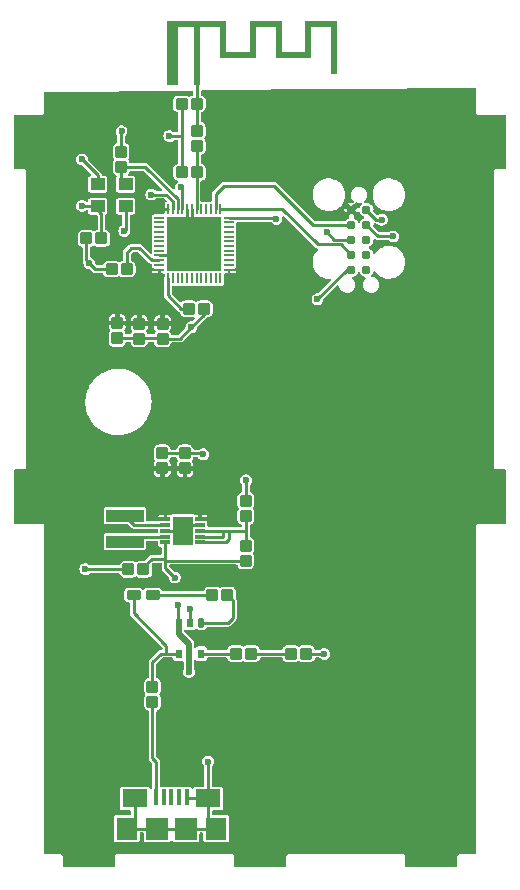
<source format=gbr>
%TF.GenerationSoftware,KiCad,Pcbnew,(5.99.0-10483-ga6ad7a4a70)*%
%TF.CreationDate,2021-05-18T08:29:19+02:00*%
%TF.ProjectId,quadkey,71756164-6b65-4792-9e6b-696361645f70,rev?*%
%TF.SameCoordinates,Original*%
%TF.FileFunction,Copper,L1,Top*%
%TF.FilePolarity,Positive*%
%FSLAX46Y46*%
G04 Gerber Fmt 4.6, Leading zero omitted, Abs format (unit mm)*
G04 Created by KiCad (PCBNEW (5.99.0-10483-ga6ad7a4a70)) date 2021-05-18 08:29:19*
%MOMM*%
%LPD*%
G01*
G04 APERTURE LIST*
G04 Aperture macros list*
%AMRoundRect*
0 Rectangle with rounded corners*
0 $1 Rounding radius*
0 $2 $3 $4 $5 $6 $7 $8 $9 X,Y pos of 4 corners*
0 Add a 4 corners polygon primitive as box body*
4,1,4,$2,$3,$4,$5,$6,$7,$8,$9,$2,$3,0*
0 Add four circle primitives for the rounded corners*
1,1,$1+$1,$2,$3*
1,1,$1+$1,$4,$5*
1,1,$1+$1,$6,$7*
1,1,$1+$1,$8,$9*
0 Add four rect primitives between the rounded corners*
20,1,$1+$1,$2,$3,$4,$5,0*
20,1,$1+$1,$4,$5,$6,$7,0*
20,1,$1+$1,$6,$7,$8,$9,0*
20,1,$1+$1,$8,$9,$2,$3,0*%
G04 Aperture macros list end*
%TA.AperFunction,SMDPad,CuDef*%
%ADD10RoundRect,0.250000X0.250000X0.300000X-0.250000X0.300000X-0.250000X-0.300000X0.250000X-0.300000X0*%
%TD*%
%TA.AperFunction,ConnectorPad*%
%ADD11C,0.787400*%
%TD*%
%TA.AperFunction,SMDPad,CuDef*%
%ADD12R,1.210000X1.010000*%
%TD*%
%TA.AperFunction,SMDPad,CuDef*%
%ADD13RoundRect,0.137500X-0.137500X-0.262500X0.137500X-0.262500X0.137500X0.262500X-0.137500X0.262500X0*%
%TD*%
%TA.AperFunction,SMDPad,CuDef*%
%ADD14R,0.550000X0.800000*%
%TD*%
%TA.AperFunction,SMDPad,CuDef*%
%ADD15RoundRect,0.250000X-0.300000X0.250000X-0.300000X-0.250000X0.300000X-0.250000X0.300000X0.250000X0*%
%TD*%
%TA.AperFunction,SMDPad,CuDef*%
%ADD16R,0.398780X1.348740*%
%TD*%
%TA.AperFunction,SMDPad,CuDef*%
%ADD17R,2.098040X1.597660*%
%TD*%
%TA.AperFunction,SMDPad,CuDef*%
%ADD18R,1.798320X1.899920*%
%TD*%
%TA.AperFunction,SMDPad,CuDef*%
%ADD19R,1.899920X1.899920*%
%TD*%
%TA.AperFunction,SMDPad,CuDef*%
%ADD20RoundRect,0.250000X0.300000X-0.250000X0.300000X0.250000X-0.300000X0.250000X-0.300000X-0.250000X0*%
%TD*%
%TA.AperFunction,SMDPad,CuDef*%
%ADD21RoundRect,0.250000X-0.250000X-0.300000X0.250000X-0.300000X0.250000X0.300000X-0.250000X0.300000X0*%
%TD*%
%TA.AperFunction,ConnectorPad*%
%ADD22R,0.500000X0.500000*%
%TD*%
%TA.AperFunction,ComponentPad*%
%ADD23R,0.900000X0.500000*%
%TD*%
%TA.AperFunction,SMDPad,CuDef*%
%ADD24R,0.220000X0.810000*%
%TD*%
%TA.AperFunction,SMDPad,CuDef*%
%ADD25R,0.810000X0.220000*%
%TD*%
%TA.AperFunction,SMDPad,CuDef*%
%ADD26R,4.600000X4.600000*%
%TD*%
%TA.AperFunction,SMDPad,CuDef*%
%ADD27R,0.812800X0.304800*%
%TD*%
%TA.AperFunction,SMDPad,CuDef*%
%ADD28R,1.651000X2.387600*%
%TD*%
%TA.AperFunction,SMDPad,CuDef*%
%ADD29RoundRect,0.212500X0.400000X0.212500X-0.400000X0.212500X-0.400000X-0.212500X0.400000X-0.212500X0*%
%TD*%
%TA.AperFunction,SMDPad,CuDef*%
%ADD30R,3.200000X1.000000*%
%TD*%
%TA.AperFunction,ViaPad*%
%ADD31C,0.600000*%
%TD*%
%TA.AperFunction,Conductor*%
%ADD32C,0.250000*%
%TD*%
%TA.AperFunction,Conductor*%
%ADD33C,0.500000*%
%TD*%
G04 APERTURE END LIST*
%TO.C,AE1*%
G36*
X102760000Y-48035000D02*
G01*
X102760000Y-50675000D01*
X104760000Y-50675000D01*
X104760000Y-48035000D01*
X107460000Y-48035000D01*
X107460000Y-50675000D01*
X109460000Y-50675000D01*
X109460000Y-48035000D01*
X112160000Y-48035000D01*
X112160000Y-52475000D01*
X111660000Y-52475000D01*
X111660000Y-48535000D01*
X109960000Y-48535000D01*
X109960000Y-51175000D01*
X106960000Y-51175000D01*
X106960000Y-48535000D01*
X105260000Y-48535000D01*
X105260000Y-51175000D01*
X102260000Y-51175000D01*
X102260000Y-48535000D01*
X100560000Y-48535000D01*
X100560000Y-53435000D01*
X100060000Y-53435000D01*
X100060000Y-48535000D01*
X98660000Y-48535000D01*
X98660000Y-53435000D01*
X97760000Y-53435000D01*
X97760000Y-53191785D01*
X98062417Y-53191785D01*
X98072258Y-53239395D01*
X98096326Y-53281797D01*
X98134269Y-53314581D01*
X98142181Y-53318935D01*
X98184844Y-53331043D01*
X98233363Y-53330300D01*
X98278878Y-53317400D01*
X98297489Y-53306787D01*
X98331132Y-53271553D01*
X98351691Y-53226368D01*
X98358222Y-53176842D01*
X98349782Y-53128583D01*
X98332888Y-53096357D01*
X98297628Y-53063687D01*
X98252318Y-53043592D01*
X98202733Y-53037018D01*
X98154647Y-53044908D01*
X98121755Y-53061814D01*
X98086815Y-53098584D01*
X98067153Y-53143378D01*
X98062417Y-53191785D01*
X97760000Y-53191785D01*
X97760000Y-48035000D01*
X102760000Y-48035000D01*
G37*
%TD*%
D10*
%TO.P,C12,1*%
%TO.N,Net-(C12-Pad1)*%
X93855000Y-60365000D03*
%TO.P,C12,2*%
%TO.N,GND*%
X93855000Y-59095000D03*
%TD*%
%TO.P,C3,1*%
%TO.N,+3V3*%
X99255000Y-85895000D03*
%TO.P,C3,2*%
%TO.N,GND*%
X99255000Y-84625000D03*
%TD*%
D11*
%TO.P,CON1,1,VCC*%
%TO.N,+3V3*%
X113355000Y-64000000D03*
%TO.P,CON1,2,SWDIO/TMS*%
%TO.N,/mcu/SWDIO*%
X113355000Y-65270000D03*
%TO.P,CON1,3,GND*%
%TO.N,GND*%
X113355000Y-66540000D03*
%TO.P,CON1,4,SWDCLK/TCK*%
%TO.N,/mcu/SWDCLK*%
X113355000Y-67810000D03*
%TO.P,CON1,5,GND*%
%TO.N,GND*%
X113355000Y-69080000D03*
%TO.P,CON1,6,SWO/TDO*%
%TO.N,unconnected-(CON1-Pad6)*%
X114625000Y-69080000D03*
%TO.P,CON1,7,KEY*%
%TO.N,unconnected-(CON1-Pad7)*%
X114625000Y-67810000D03*
%TO.P,CON1,8,NC/TDI*%
%TO.N,unconnected-(CON1-Pad8)*%
X114625000Y-66540000D03*
%TO.P,CON1,9,GND*%
%TO.N,GND*%
X114625000Y-65270000D03*
%TO.P,CON1,10,tRST*%
%TO.N,/mcu/RST*%
X114625000Y-64000000D03*
%TD*%
D12*
%TO.P,Y1,1,1*%
%TO.N,Net-(C13-Pad1)*%
X91880000Y-63700000D03*
%TO.P,Y1,2,2*%
%TO.N,GND*%
X94240000Y-63700000D03*
%TO.P,Y1,3,3*%
%TO.N,Net-(C12-Pad1)*%
X94240000Y-61840000D03*
%TO.P,Y1,4,4*%
%TO.N,GND*%
X91880000Y-61840000D03*
%TD*%
D13*
%TO.P,U1,1,STAT*%
%TO.N,Net-(R2-Pad1)*%
X100642500Y-98977500D03*
D14*
%TO.P,U1,2,VSS*%
%TO.N,GND*%
X99692500Y-98977500D03*
%TO.P,U1,3,VBAT*%
%TO.N,VBAT*%
X98742500Y-98977500D03*
%TO.P,U1,4,VDD*%
%TO.N,VBUS*%
X98742500Y-101577500D03*
%TO.P,U1,5,Prog*%
%TO.N,Net-(R3-Pad1)*%
X100642500Y-101577500D03*
%TD*%
D10*
%TO.P,C4,1*%
%TO.N,+3V3*%
X97345000Y-85895000D03*
%TO.P,C4,2*%
%TO.N,GND*%
X97345000Y-84625000D03*
%TD*%
D15*
%TO.P,R2,1*%
%TO.N,Net-(R2-Pad1)*%
X102850000Y-96600000D03*
%TO.P,R2,2*%
%TO.N,Net-(D1-Pad1)*%
X101580000Y-96600000D03*
%TD*%
%TO.P,C1,1*%
%TO.N,VBAT*%
X95745000Y-94445000D03*
%TO.P,C1,2*%
%TO.N,GND*%
X94475000Y-94445000D03*
%TD*%
D16*
%TO.P,J1,1,VBUS*%
%TO.N,Net-(J1-Pad1)*%
X96822060Y-113718801D03*
%TO.P,J1,2,D-*%
%TO.N,unconnected-(J1-Pad2)*%
X97472300Y-113718801D03*
%TO.P,J1,3,D+*%
%TO.N,unconnected-(J1-Pad3)*%
X98120000Y-113718801D03*
%TO.P,J1,4,ID*%
%TO.N,unconnected-(J1-Pad4)*%
X98767700Y-113718801D03*
%TO.P,J1,5,GND*%
%TO.N,GND*%
X99417940Y-113718801D03*
D17*
X101218800Y-113843261D03*
D18*
%TO.P,J1,6,Shield*%
X94320160Y-116390881D03*
X101919840Y-116390881D03*
D17*
X95021200Y-113843261D03*
D19*
X99318880Y-116390881D03*
X96921120Y-116390881D03*
%TD*%
D10*
%TO.P,C7,1*%
%TO.N,GND*%
X97360000Y-74910000D03*
%TO.P,C7,2*%
%TO.N,+3V3*%
X97360000Y-73640000D03*
%TD*%
%TO.P,C2,1*%
%TO.N,Net-(C2-Pad1)*%
X104405000Y-89915000D03*
%TO.P,C2,2*%
%TO.N,GND*%
X104405000Y-88645000D03*
%TD*%
D20*
%TO.P,C8,1*%
%TO.N,GND*%
X93055000Y-69025000D03*
%TO.P,C8,2*%
%TO.N,Net-(C8-Pad2)*%
X94325000Y-69025000D03*
%TD*%
D21*
%TO.P,R1,1*%
%TO.N,Net-(C2-Pad1)*%
X104400000Y-92430000D03*
%TO.P,R1,2*%
%TO.N,VBAT*%
X104400000Y-93700000D03*
%TD*%
D10*
%TO.P,R5,1*%
%TO.N,Net-(C11-Pad1)*%
X100300000Y-58580000D03*
%TO.P,R5,2*%
%TO.N,Net-(AE1-Pad1)*%
X100300000Y-57310000D03*
%TD*%
D22*
%TO.P,AE1,1,A*%
%TO.N,Net-(AE1-Pad1)*%
X100310000Y-53185000D03*
D23*
%TO.P,AE1,2*%
%TO.N,N/C*%
X98210000Y-53185000D03*
%TD*%
D10*
%TO.P,C6,1*%
%TO.N,GND*%
X93530000Y-74860000D03*
%TO.P,C6,2*%
%TO.N,+3V3*%
X93530000Y-73590000D03*
%TD*%
D24*
%TO.P,U3,1,DEC1*%
%TO.N,Net-(C10-Pad2)*%
X97850000Y-69820000D03*
%TO.P,U3,2,P0.00/XL1*%
%TO.N,unconnected-(U3-Pad2)*%
X98250000Y-69820000D03*
%TO.P,U3,3,P0.01/XL2*%
%TO.N,unconnected-(U3-Pad3)*%
X98650000Y-69820000D03*
%TO.P,U3,4,P0.02/AIN0*%
%TO.N,unconnected-(U3-Pad4)*%
X99050000Y-69820000D03*
%TO.P,U3,5,P0.03/AIN1*%
%TO.N,unconnected-(U3-Pad5)*%
X99450000Y-69820000D03*
%TO.P,U3,6,P0.04/AIN2*%
%TO.N,unconnected-(U3-Pad6)*%
X99850000Y-69820000D03*
%TO.P,U3,7,P0.05/AIN3*%
%TO.N,unconnected-(U3-Pad7)*%
X100250000Y-69820000D03*
%TO.P,U3,8,P0.06*%
%TO.N,unconnected-(U3-Pad8)*%
X100650000Y-69820000D03*
%TO.P,U3,9,P0.07*%
%TO.N,unconnected-(U3-Pad9)*%
X101050000Y-69820000D03*
%TO.P,U3,10,P0.08*%
%TO.N,unconnected-(U3-Pad10)*%
X101450000Y-69820000D03*
%TO.P,U3,11,P0.09*%
%TO.N,unconnected-(U3-Pad11)*%
X101850000Y-69820000D03*
%TO.P,U3,12,P0.10*%
%TO.N,unconnected-(U3-Pad12)*%
X102250000Y-69820000D03*
D25*
%TO.P,U3,13,VDD*%
%TO.N,+3V3*%
X103000000Y-69070000D03*
%TO.P,U3,14,P0.11*%
%TO.N,unconnected-(U3-Pad14)*%
X103000000Y-68670000D03*
%TO.P,U3,15,P0.12*%
%TO.N,unconnected-(U3-Pad15)*%
X103000000Y-68270000D03*
%TO.P,U3,16,P0.13*%
%TO.N,unconnected-(U3-Pad16)*%
X103000000Y-67870000D03*
%TO.P,U3,17,P0.14*%
%TO.N,unconnected-(U3-Pad17)*%
X103000000Y-67470000D03*
%TO.P,U3,18,P0.15*%
%TO.N,unconnected-(U3-Pad18)*%
X103000000Y-67070000D03*
%TO.P,U3,19,P0.16*%
%TO.N,unconnected-(U3-Pad19)*%
X103000000Y-66670000D03*
%TO.P,U3,20,P0.17*%
%TO.N,unconnected-(U3-Pad20)*%
X103000000Y-66270000D03*
%TO.P,U3,21,P0.18*%
%TO.N,unconnected-(U3-Pad21)*%
X103000000Y-65870000D03*
%TO.P,U3,22,P0.19*%
%TO.N,unconnected-(U3-Pad22)*%
X103000000Y-65470000D03*
%TO.P,U3,23,P0.20*%
%TO.N,unconnected-(U3-Pad23)*%
X103000000Y-65070000D03*
%TO.P,U3,24,P0.21/~RESET*%
%TO.N,/mcu/RST*%
X103000000Y-64670000D03*
D24*
%TO.P,U3,25,SWDCLK*%
%TO.N,/mcu/SWDCLK*%
X102250000Y-63920000D03*
%TO.P,U3,26,SWDIO*%
%TO.N,/mcu/SWDIO*%
X101850000Y-63920000D03*
%TO.P,U3,27,P0.22*%
%TO.N,unconnected-(U3-Pad27)*%
X101450000Y-63920000D03*
%TO.P,U3,28,P0.23*%
%TO.N,unconnected-(U3-Pad28)*%
X101050000Y-63920000D03*
%TO.P,U3,29,P0.24*%
%TO.N,unconnected-(U3-Pad29)*%
X100650000Y-63920000D03*
%TO.P,U3,30,ANT*%
%TO.N,Net-(C11-Pad1)*%
X100250000Y-63920000D03*
%TO.P,U3,31,VSS*%
%TO.N,GND*%
X99850000Y-63920000D03*
%TO.P,U3,32,DEC2*%
X99450000Y-63920000D03*
%TO.P,U3,33,DEC3*%
%TO.N,Net-(C9-Pad2)*%
X99050000Y-63920000D03*
%TO.P,U3,34,XC1*%
%TO.N,Net-(C12-Pad1)*%
X98650000Y-63920000D03*
%TO.P,U3,35,XC2*%
%TO.N,Net-(C13-Pad1)*%
X98250000Y-63920000D03*
%TO.P,U3,36,VDD*%
%TO.N,+3V3*%
X97850000Y-63920000D03*
D25*
%TO.P,U3,37,P0.25*%
%TO.N,unconnected-(U3-Pad37)*%
X97100000Y-64670000D03*
%TO.P,U3,38,P0.26*%
%TO.N,unconnected-(U3-Pad38)*%
X97100000Y-65070000D03*
%TO.P,U3,39,P0.27*%
%TO.N,unconnected-(U3-Pad39)*%
X97100000Y-65470000D03*
%TO.P,U3,40,P0.28/AIN4*%
%TO.N,unconnected-(U3-Pad40)*%
X97100000Y-65870000D03*
%TO.P,U3,41,P0.29/AIN5*%
%TO.N,unconnected-(U3-Pad41)*%
X97100000Y-66270000D03*
%TO.P,U3,42,P0.30/AIN6*%
%TO.N,unconnected-(U3-Pad42)*%
X97100000Y-66670000D03*
%TO.P,U3,43,P0.31/AIN7*%
%TO.N,unconnected-(U3-Pad43)*%
X97100000Y-67070000D03*
%TO.P,U3,44,NC*%
%TO.N,unconnected-(U3-Pad44)*%
X97100000Y-67470000D03*
%TO.P,U3,45,VSS*%
%TO.N,GND*%
X97100000Y-67870000D03*
%TO.P,U3,46,DEC4*%
%TO.N,Net-(C8-Pad2)*%
X97100000Y-68270000D03*
%TO.P,U3,47,DCC*%
%TO.N,unconnected-(U3-Pad47)*%
X97100000Y-68670000D03*
%TO.P,U3,48,VDD*%
%TO.N,+3V3*%
X97100000Y-69070000D03*
D26*
%TO.P,U3,49,VSS*%
%TO.N,GND*%
X100050000Y-66870000D03*
%TD*%
D15*
%TO.P,R4,1*%
%TO.N,GND*%
X109530000Y-101580000D03*
%TO.P,R4,2*%
%TO.N,Net-(R3-Pad2)*%
X108260000Y-101580000D03*
%TD*%
D27*
%TO.P,U2,1,VOUT*%
%TO.N,+3V3*%
X97606800Y-90189400D03*
%TO.P,U2,2,L2*%
%TO.N,Net-(L2-Pad2)*%
X97606800Y-90672000D03*
%TO.P,U2,3,PGND*%
%TO.N,GND*%
X97606800Y-91180000D03*
%TO.P,U2,4,L1*%
%TO.N,Net-(L2-Pad1)*%
X97606800Y-91688000D03*
%TO.P,U2,5,VIN*%
%TO.N,VBAT*%
X97606800Y-92170600D03*
%TO.P,U2,6,EN*%
%TO.N,Net-(C2-Pad1)*%
X100553200Y-92170600D03*
%TO.P,U2,7,PS/SYNC*%
X100553200Y-91688000D03*
%TO.P,U2,8,VINA*%
X100553200Y-91180000D03*
%TO.P,U2,9,GND*%
%TO.N,GND*%
X100553200Y-90672000D03*
%TO.P,U2,10,FB*%
%TO.N,+3V3*%
X100553200Y-90189400D03*
D28*
%TO.P,U2,11,PGND*%
%TO.N,GND*%
X99080000Y-91180000D03*
%TD*%
D15*
%TO.P,C13,1*%
%TO.N,Net-(C13-Pad1)*%
X92185000Y-66425000D03*
%TO.P,C13,2*%
%TO.N,GND*%
X90915000Y-66425000D03*
%TD*%
D20*
%TO.P,R3,1*%
%TO.N,Net-(R3-Pad1)*%
X103580000Y-101580000D03*
%TO.P,R3,2*%
%TO.N,Net-(R3-Pad2)*%
X104850000Y-101580000D03*
%TD*%
D10*
%TO.P,L1,1,1*%
%TO.N,Net-(J1-Pad1)*%
X96510000Y-105660000D03*
%TO.P,L1,2,2*%
%TO.N,VBUS*%
X96510000Y-104390000D03*
%TD*%
D15*
%TO.P,C10,1*%
%TO.N,GND*%
X100875000Y-72375000D03*
%TO.P,C10,2*%
%TO.N,Net-(C10-Pad2)*%
X99605000Y-72375000D03*
%TD*%
D29*
%TO.P,D1,1,K*%
%TO.N,Net-(D1-Pad1)*%
X96530000Y-96610000D03*
%TO.P,D1,2,A*%
%TO.N,VBUS*%
X94905000Y-96610000D03*
%TD*%
D15*
%TO.P,C11,1*%
%TO.N,Net-(C11-Pad1)*%
X100280000Y-60840000D03*
%TO.P,C11,2*%
%TO.N,GND*%
X99010000Y-60840000D03*
%TD*%
%TO.P,C14,1*%
%TO.N,Net-(AE1-Pad1)*%
X100270000Y-55030000D03*
%TO.P,C14,2*%
%TO.N,GND*%
X99000000Y-55030000D03*
%TD*%
D30*
%TO.P,L2,1,1*%
%TO.N,Net-(L2-Pad1)*%
X94170000Y-92100000D03*
%TO.P,L2,2,2*%
%TO.N,Net-(L2-Pad2)*%
X94170000Y-89900000D03*
%TD*%
D10*
%TO.P,C5,1*%
%TO.N,GND*%
X95395000Y-74905000D03*
%TO.P,C5,2*%
%TO.N,+3V3*%
X95395000Y-73635000D03*
%TD*%
D31*
%TO.N,+3V3*%
X96010000Y-64100000D03*
X96060000Y-69440000D03*
%TO.N,VBAT*%
X98700000Y-97490000D03*
X98400000Y-95140000D03*
X99590000Y-103130000D03*
%TO.N,GND*%
X90820000Y-94420000D03*
X94130000Y-65800000D03*
X99040000Y-91940000D03*
X99850000Y-66460000D03*
X93890000Y-57360000D03*
X111270000Y-65920000D03*
X116900000Y-66260000D03*
X101220000Y-110720000D03*
X90550000Y-59740000D03*
X111070000Y-101610000D03*
X99670000Y-97780000D03*
X91170000Y-68520000D03*
X104430000Y-86900000D03*
X110480000Y-71580000D03*
X97940000Y-57760000D03*
X99060000Y-90340000D03*
X99080000Y-91180000D03*
X99800000Y-73950000D03*
X100800000Y-84700000D03*
%TO.N,Net-(C9-Pad2)*%
X98900000Y-62110000D03*
%TO.N,Net-(C13-Pad1)*%
X90550000Y-63680000D03*
X96410000Y-62710000D03*
%TO.N,/mcu/RST*%
X115940000Y-64840000D03*
X107010000Y-64770000D03*
%TD*%
D32*
%TO.N,+3V3*%
X97850000Y-63920000D02*
X96190000Y-63920000D01*
X96190000Y-63920000D02*
X96010000Y-64100000D01*
%TO.N,Net-(AE1-Pad1)*%
X100300000Y-57310000D02*
X100300000Y-55060000D01*
X100300000Y-55060000D02*
X100270000Y-55030000D01*
X100270000Y-55030000D02*
X100270000Y-53225000D01*
X100270000Y-53225000D02*
X100310000Y-53185000D01*
%TO.N,VBAT*%
X98700000Y-97490000D02*
X98700000Y-98935000D01*
X95745000Y-94235000D02*
X95745000Y-94445000D01*
X104400000Y-93700000D02*
X97690000Y-93700000D01*
D33*
X99590000Y-100730000D02*
X98742500Y-99882500D01*
D32*
X97606800Y-94346800D02*
X98400000Y-95140000D01*
X96430000Y-93550000D02*
X95745000Y-94235000D01*
X98700000Y-98935000D02*
X98742500Y-98977500D01*
D33*
X99590000Y-103130000D02*
X99590000Y-100730000D01*
D32*
X97690000Y-93700000D02*
X97540000Y-93550000D01*
X97606800Y-92170600D02*
X97606800Y-93783200D01*
X97540000Y-93550000D02*
X96430000Y-93550000D01*
D33*
X98742500Y-99882500D02*
X98742500Y-98977500D01*
D32*
X97690000Y-93700000D02*
X97606800Y-93783200D01*
X97606800Y-93783200D02*
X97606800Y-94346800D01*
%TO.N,GND*%
X99050000Y-67870000D02*
X100050000Y-66870000D01*
X94240000Y-63700000D02*
X94240000Y-65690000D01*
X115585000Y-66230000D02*
X115820000Y-66230000D01*
X99010000Y-60840000D02*
X99010000Y-57760000D01*
X91880000Y-61840000D02*
X91880000Y-61070000D01*
X99010000Y-55040000D02*
X99000000Y-55030000D01*
X100875000Y-72875000D02*
X99800000Y-73950000D01*
X113355000Y-66540000D02*
X111890000Y-66540000D01*
X99692500Y-98977500D02*
X99692500Y-97802500D01*
X101919840Y-116390881D02*
X94320160Y-116390881D01*
X99542400Y-113843261D02*
X99417940Y-113718801D01*
X93530000Y-74860000D02*
X93530000Y-75220000D01*
X111890000Y-66540000D02*
X111270000Y-65920000D01*
X97345000Y-84625000D02*
X99255000Y-84625000D01*
X94240000Y-65690000D02*
X94130000Y-65800000D01*
X99450000Y-66270000D02*
X100050000Y-66870000D01*
X97310000Y-74860000D02*
X97360000Y-74910000D01*
X91880000Y-61070000D02*
X90550000Y-59740000D01*
X93055000Y-69025000D02*
X91675000Y-69025000D01*
X91675000Y-69025000D02*
X91170000Y-68520000D01*
X99850000Y-66460000D02*
X99850000Y-66670000D01*
X99588000Y-90672000D02*
X99080000Y-91180000D01*
X101218800Y-115689841D02*
X101919840Y-116390881D01*
X111040000Y-101580000D02*
X111070000Y-101610000D01*
X93855000Y-59095000D02*
X93855000Y-57395000D01*
X101218800Y-113843261D02*
X101218800Y-110721200D01*
X100725000Y-84625000D02*
X100800000Y-84700000D01*
X99850000Y-63920000D02*
X99850000Y-66460000D01*
X99450000Y-63920000D02*
X99450000Y-66270000D01*
X94475000Y-94445000D02*
X90845000Y-94445000D01*
X99255000Y-84625000D02*
X100725000Y-84625000D01*
X90845000Y-94445000D02*
X90820000Y-94420000D01*
X97100000Y-67870000D02*
X99050000Y-67870000D01*
X93855000Y-57395000D02*
X93890000Y-57360000D01*
X99010000Y-57760000D02*
X99010000Y-55040000D01*
X104405000Y-88645000D02*
X104405000Y-86925000D01*
X116870000Y-66230000D02*
X116900000Y-66260000D01*
X104405000Y-86925000D02*
X104430000Y-86900000D01*
X101218800Y-110721200D02*
X101220000Y-110720000D01*
X100875000Y-72375000D02*
X100875000Y-72875000D01*
X91170000Y-68520000D02*
X90915000Y-68265000D01*
X99010000Y-57760000D02*
X97940000Y-57760000D01*
X114625000Y-65270000D02*
X115585000Y-66230000D01*
X113355000Y-69080000D02*
X112980000Y-69080000D01*
X99850000Y-66670000D02*
X100050000Y-66870000D01*
X97606800Y-91180000D02*
X99080000Y-91180000D01*
X99692500Y-97802500D02*
X99670000Y-97780000D01*
X101218800Y-113843261D02*
X101218800Y-115689841D01*
X95021200Y-115689841D02*
X94320160Y-116390881D01*
X100553200Y-90672000D02*
X99588000Y-90672000D01*
X109530000Y-101580000D02*
X111040000Y-101580000D01*
X90915000Y-68265000D02*
X90915000Y-66425000D01*
X93530000Y-74860000D02*
X97310000Y-74860000D01*
X98840000Y-74910000D02*
X97360000Y-74910000D01*
X101218800Y-113843261D02*
X99542400Y-113843261D01*
X115820000Y-66230000D02*
X116870000Y-66230000D01*
X95021200Y-113843261D02*
X95021200Y-115689841D01*
X112980000Y-69080000D02*
X110480000Y-71580000D01*
X110480000Y-71580000D02*
X110480000Y-71610000D01*
X99800000Y-73950000D02*
X98840000Y-74910000D01*
%TO.N,Net-(C2-Pad1)*%
X100553200Y-91688000D02*
X102442000Y-91688000D01*
X102442000Y-91688000D02*
X102500000Y-91630000D01*
X102719400Y-92170600D02*
X103000000Y-91890000D01*
X100553200Y-91180000D02*
X102500000Y-91180000D01*
X102500000Y-91630000D02*
X102500000Y-91180000D01*
X102980000Y-91180000D02*
X104400000Y-91180000D01*
X103000000Y-91200000D02*
X102980000Y-91180000D01*
X104400000Y-91180000D02*
X104400000Y-92430000D01*
X102500000Y-91180000D02*
X102980000Y-91180000D01*
X100553200Y-92170600D02*
X102719400Y-92170600D01*
X104405000Y-91175000D02*
X104405000Y-89915000D01*
X103000000Y-91890000D02*
X103000000Y-91200000D01*
X104405000Y-91175000D02*
X104400000Y-91180000D01*
%TO.N,Net-(C8-Pad2)*%
X94325000Y-67625000D02*
X94719511Y-67230489D01*
X95405489Y-67230489D02*
X96445000Y-68270000D01*
X94325000Y-69025000D02*
X94325000Y-67625000D01*
X96445000Y-68270000D02*
X97100000Y-68270000D01*
X94719511Y-67230489D02*
X95405489Y-67230489D01*
%TO.N,Net-(C9-Pad2)*%
X99050000Y-63920000D02*
X99050000Y-62260000D01*
X99050000Y-62260000D02*
X98900000Y-62110000D01*
%TO.N,Net-(C10-Pad2)*%
X99605000Y-72375000D02*
X98935000Y-72375000D01*
X97800000Y-69870000D02*
X97850000Y-69820000D01*
X97800000Y-71240000D02*
X97800000Y-69870000D01*
X98935000Y-72375000D02*
X97800000Y-71240000D01*
%TO.N,Net-(C11-Pad1)*%
X100280000Y-60840000D02*
X100280000Y-58600000D01*
X100280000Y-60840000D02*
X100250000Y-60870000D01*
X100280000Y-58600000D02*
X100300000Y-58580000D01*
X100250000Y-60870000D02*
X100250000Y-63920000D01*
%TO.N,Net-(C12-Pad1)*%
X93855000Y-60365000D02*
X93855000Y-61455000D01*
X98650000Y-63920000D02*
X98650000Y-63100006D01*
X95914994Y-60365000D02*
X93855000Y-60365000D01*
X93855000Y-61455000D02*
X94240000Y-61840000D01*
X98650000Y-63100006D02*
X95914994Y-60365000D01*
%TO.N,Net-(C13-Pad1)*%
X92185000Y-66425000D02*
X92185000Y-64344795D01*
X91520205Y-63680000D02*
X90550000Y-63680000D01*
X92185000Y-64344795D02*
X91520205Y-63680000D01*
X97695000Y-62710000D02*
X96410000Y-62710000D01*
X98250000Y-63920000D02*
X98250000Y-63265000D01*
X98250000Y-63265000D02*
X97695000Y-62710000D01*
%TO.N,/mcu/SWDIO*%
X110090000Y-65270000D02*
X106790000Y-61970000D01*
X106790000Y-61970000D02*
X102560000Y-61970000D01*
X101850000Y-62680000D02*
X101850000Y-63920000D01*
X113355000Y-65270000D02*
X110090000Y-65270000D01*
X102560000Y-61970000D02*
X101850000Y-62680000D01*
%TO.N,Net-(D1-Pad1)*%
X96540000Y-96600000D02*
X96530000Y-96610000D01*
X101580000Y-96600000D02*
X96540000Y-96600000D01*
%TO.N,VBUS*%
X94905000Y-96610000D02*
X94905000Y-98155000D01*
X97687500Y-101577500D02*
X97252500Y-101577500D01*
X94905000Y-98155000D02*
X97687500Y-100937500D01*
X96510000Y-102320000D02*
X96510000Y-104390000D01*
X98742500Y-101577500D02*
X97687500Y-101577500D01*
X97252500Y-101577500D02*
X96510000Y-102320000D01*
X97687500Y-100937500D02*
X97687500Y-101577500D01*
%TO.N,Net-(J1-Pad1)*%
X96742060Y-113178801D02*
X96822060Y-113098801D01*
X96510000Y-105660000D02*
X96510000Y-110445000D01*
X96822060Y-110757060D02*
X96510000Y-110445000D01*
X96510000Y-110445000D02*
X96520000Y-110455000D01*
X96822060Y-113098801D02*
X96822060Y-110757060D01*
%TO.N,Net-(L2-Pad1)*%
X94582000Y-91688000D02*
X94170000Y-92100000D01*
X97606800Y-91688000D02*
X94582000Y-91688000D01*
X97606800Y-91688000D02*
X97382000Y-91688000D01*
X97382000Y-91688000D02*
X97326311Y-91743689D01*
%TO.N,Net-(L2-Pad2)*%
X94942000Y-90672000D02*
X94170000Y-89900000D01*
X97606800Y-90672000D02*
X94942000Y-90672000D01*
%TO.N,Net-(R2-Pad1)*%
X100642500Y-98977500D02*
X102892500Y-98977500D01*
X103300000Y-98570000D02*
X103300000Y-97050000D01*
X102892500Y-98977500D02*
X103300000Y-98570000D01*
X103300000Y-97050000D02*
X102850000Y-96600000D01*
%TO.N,Net-(R3-Pad1)*%
X100645000Y-101580000D02*
X100642500Y-101577500D01*
X103580000Y-101580000D02*
X100645000Y-101580000D01*
%TO.N,Net-(R3-Pad2)*%
X108260000Y-101580000D02*
X104850000Y-101580000D01*
%TO.N,/mcu/RST*%
X103000000Y-64670000D02*
X106910000Y-64670000D01*
X106910000Y-64670000D02*
X107010000Y-64770000D01*
X115940000Y-64840000D02*
X115465000Y-64840000D01*
X115465000Y-64840000D02*
X114625000Y-64000000D01*
%TO.N,/mcu/SWDCLK*%
X112484511Y-66939511D02*
X113355000Y-67810000D01*
X110519511Y-66939511D02*
X112484511Y-66939511D01*
X107500000Y-63920000D02*
X110519511Y-66939511D01*
X102250000Y-63920000D02*
X107500000Y-63920000D01*
%TD*%
%TA.AperFunction,Conductor*%
%TO.N,+3V3*%
G36*
X123883489Y-53718983D02*
G01*
X123919884Y-53768167D01*
X123925000Y-53799581D01*
X123925000Y-55796919D01*
X123925069Y-55797224D01*
X123925113Y-55798013D01*
X123925103Y-55809268D01*
X123925104Y-55809271D01*
X123925094Y-55820417D01*
X123929919Y-55830466D01*
X123930320Y-55831300D01*
X123937594Y-55852131D01*
X123940279Y-55863900D01*
X123947227Y-55872619D01*
X123947631Y-55873126D01*
X123959456Y-55891976D01*
X123964565Y-55902616D01*
X123973269Y-55909577D01*
X123973271Y-55909579D01*
X123973991Y-55910154D01*
X123989580Y-55925769D01*
X123997105Y-55935212D01*
X124007145Y-55940055D01*
X124007148Y-55940057D01*
X124007738Y-55940341D01*
X124026557Y-55952191D01*
X124035778Y-55959565D01*
X124046644Y-55962064D01*
X124046647Y-55962065D01*
X124047543Y-55962271D01*
X124068359Y-55969581D01*
X124069192Y-55969983D01*
X124069195Y-55969984D01*
X124079234Y-55974826D01*
X124101631Y-55974845D01*
X124102425Y-55974891D01*
X124102899Y-55975000D01*
X126376000Y-55975000D01*
X126434191Y-55993907D01*
X126470155Y-56043407D01*
X126475000Y-56074000D01*
X126475000Y-60476000D01*
X126456093Y-60534191D01*
X126406593Y-60570155D01*
X126376000Y-60575000D01*
X125603081Y-60575000D01*
X125602776Y-60575069D01*
X125601987Y-60575113D01*
X125590732Y-60575103D01*
X125590729Y-60575104D01*
X125579583Y-60575094D01*
X125568697Y-60580321D01*
X125547869Y-60587594D01*
X125546970Y-60587799D01*
X125546969Y-60587799D01*
X125536100Y-60590279D01*
X125527381Y-60597227D01*
X125526874Y-60597631D01*
X125508024Y-60609456D01*
X125497384Y-60614565D01*
X125490423Y-60623269D01*
X125490421Y-60623271D01*
X125489846Y-60623991D01*
X125474231Y-60639580D01*
X125464788Y-60647105D01*
X125459945Y-60657145D01*
X125459943Y-60657148D01*
X125459659Y-60657738D01*
X125447809Y-60676557D01*
X125440435Y-60685778D01*
X125437936Y-60696644D01*
X125437935Y-60696647D01*
X125437729Y-60697543D01*
X125430419Y-60718359D01*
X125430017Y-60719192D01*
X125430016Y-60719195D01*
X125425174Y-60729234D01*
X125425155Y-60751623D01*
X125425109Y-60752425D01*
X125425000Y-60752899D01*
X125425000Y-85796919D01*
X125425069Y-85797224D01*
X125425113Y-85798013D01*
X125425103Y-85809268D01*
X125425104Y-85809271D01*
X125425094Y-85820417D01*
X125429919Y-85830466D01*
X125430320Y-85831300D01*
X125437594Y-85852131D01*
X125440279Y-85863900D01*
X125447227Y-85872619D01*
X125447631Y-85873126D01*
X125459456Y-85891976D01*
X125464565Y-85902616D01*
X125473269Y-85909577D01*
X125473271Y-85909579D01*
X125473991Y-85910154D01*
X125489580Y-85925769D01*
X125497105Y-85935212D01*
X125507145Y-85940055D01*
X125507148Y-85940057D01*
X125507738Y-85940341D01*
X125526557Y-85952191D01*
X125535778Y-85959565D01*
X125546644Y-85962064D01*
X125546647Y-85962065D01*
X125547543Y-85962271D01*
X125568359Y-85969581D01*
X125569192Y-85969983D01*
X125569195Y-85969984D01*
X125579234Y-85974826D01*
X125601631Y-85974845D01*
X125602425Y-85974891D01*
X125602899Y-85975000D01*
X126376000Y-85975000D01*
X126434191Y-85993907D01*
X126470155Y-86043407D01*
X126475000Y-86074000D01*
X126475000Y-90476000D01*
X126456093Y-90534191D01*
X126406593Y-90570155D01*
X126376000Y-90575000D01*
X124103081Y-90575000D01*
X124102776Y-90575069D01*
X124101987Y-90575113D01*
X124090732Y-90575103D01*
X124090729Y-90575104D01*
X124079583Y-90575094D01*
X124068697Y-90580321D01*
X124047869Y-90587594D01*
X124046970Y-90587799D01*
X124046969Y-90587799D01*
X124036100Y-90590279D01*
X124027381Y-90597227D01*
X124026874Y-90597631D01*
X124008024Y-90609456D01*
X123997384Y-90614565D01*
X123990423Y-90623269D01*
X123990421Y-90623271D01*
X123989846Y-90623991D01*
X123974231Y-90639580D01*
X123964788Y-90647105D01*
X123959945Y-90657145D01*
X123959943Y-90657148D01*
X123959659Y-90657738D01*
X123947809Y-90676557D01*
X123940435Y-90685778D01*
X123937936Y-90696644D01*
X123937935Y-90696647D01*
X123937729Y-90697543D01*
X123930419Y-90718359D01*
X123930017Y-90719192D01*
X123930016Y-90719195D01*
X123925174Y-90729234D01*
X123925155Y-90751623D01*
X123925109Y-90752425D01*
X123925000Y-90752899D01*
X123925000Y-118476000D01*
X123906093Y-118534191D01*
X123856593Y-118570155D01*
X123826000Y-118575000D01*
X122503081Y-118575000D01*
X122502776Y-118575069D01*
X122501987Y-118575113D01*
X122490732Y-118575103D01*
X122490729Y-118575104D01*
X122479583Y-118575094D01*
X122468697Y-118580321D01*
X122447869Y-118587594D01*
X122446970Y-118587799D01*
X122446969Y-118587799D01*
X122436100Y-118590279D01*
X122427381Y-118597227D01*
X122426874Y-118597631D01*
X122408024Y-118609456D01*
X122397384Y-118614565D01*
X122390423Y-118623269D01*
X122390421Y-118623271D01*
X122389846Y-118623991D01*
X122374231Y-118639580D01*
X122364788Y-118647105D01*
X122359945Y-118657145D01*
X122359943Y-118657148D01*
X122359659Y-118657738D01*
X122347809Y-118676557D01*
X122340435Y-118685778D01*
X122337936Y-118696644D01*
X122337935Y-118696647D01*
X122337729Y-118697543D01*
X122330419Y-118718359D01*
X122330017Y-118719192D01*
X122330016Y-118719195D01*
X122325174Y-118729234D01*
X122325155Y-118751623D01*
X122325109Y-118752425D01*
X122325000Y-118752899D01*
X122325000Y-119576000D01*
X122306093Y-119634191D01*
X122256593Y-119670155D01*
X122226000Y-119675000D01*
X118024000Y-119675000D01*
X117965809Y-119656093D01*
X117929845Y-119606593D01*
X117925000Y-119576000D01*
X117925000Y-118753081D01*
X117924931Y-118752776D01*
X117924887Y-118751987D01*
X117924897Y-118740732D01*
X117924896Y-118740729D01*
X117924906Y-118729583D01*
X117919679Y-118718697D01*
X117912406Y-118697869D01*
X117912201Y-118696970D01*
X117912201Y-118696969D01*
X117909721Y-118686100D01*
X117902369Y-118676874D01*
X117890544Y-118658024D01*
X117890260Y-118657433D01*
X117885435Y-118647384D01*
X117876731Y-118640423D01*
X117876729Y-118640421D01*
X117876009Y-118639846D01*
X117860420Y-118624231D01*
X117852895Y-118614788D01*
X117842855Y-118609945D01*
X117842852Y-118609943D01*
X117842262Y-118609659D01*
X117823443Y-118597809D01*
X117814222Y-118590435D01*
X117803356Y-118587936D01*
X117803353Y-118587935D01*
X117802457Y-118587729D01*
X117781641Y-118580419D01*
X117780808Y-118580017D01*
X117780805Y-118580016D01*
X117770766Y-118575174D01*
X117748369Y-118575155D01*
X117747575Y-118575109D01*
X117747101Y-118575000D01*
X108003081Y-118575000D01*
X108002776Y-118575069D01*
X108001987Y-118575113D01*
X107990732Y-118575103D01*
X107990729Y-118575104D01*
X107979583Y-118575094D01*
X107968697Y-118580321D01*
X107947869Y-118587594D01*
X107946970Y-118587799D01*
X107946969Y-118587799D01*
X107936100Y-118590279D01*
X107927381Y-118597227D01*
X107926874Y-118597631D01*
X107908024Y-118609456D01*
X107897384Y-118614565D01*
X107890423Y-118623269D01*
X107890421Y-118623271D01*
X107889846Y-118623991D01*
X107874231Y-118639580D01*
X107864788Y-118647105D01*
X107859945Y-118657145D01*
X107859943Y-118657148D01*
X107859659Y-118657738D01*
X107847809Y-118676557D01*
X107840435Y-118685778D01*
X107837936Y-118696644D01*
X107837935Y-118696647D01*
X107837729Y-118697543D01*
X107830419Y-118718359D01*
X107830017Y-118719192D01*
X107830016Y-118719195D01*
X107825174Y-118729234D01*
X107825155Y-118751623D01*
X107825109Y-118752425D01*
X107825000Y-118752899D01*
X107825000Y-119576000D01*
X107806093Y-119634191D01*
X107756593Y-119670155D01*
X107726000Y-119675000D01*
X103524000Y-119675000D01*
X103465809Y-119656093D01*
X103429845Y-119606593D01*
X103425000Y-119576000D01*
X103425000Y-118753081D01*
X103424931Y-118752776D01*
X103424887Y-118751987D01*
X103424897Y-118740732D01*
X103424896Y-118740729D01*
X103424906Y-118729583D01*
X103419679Y-118718697D01*
X103412406Y-118697869D01*
X103412201Y-118696970D01*
X103412201Y-118696969D01*
X103409721Y-118686100D01*
X103402369Y-118676874D01*
X103390544Y-118658024D01*
X103390260Y-118657433D01*
X103385435Y-118647384D01*
X103376731Y-118640423D01*
X103376729Y-118640421D01*
X103376009Y-118639846D01*
X103360420Y-118624231D01*
X103352895Y-118614788D01*
X103342855Y-118609945D01*
X103342852Y-118609943D01*
X103342262Y-118609659D01*
X103323443Y-118597809D01*
X103314222Y-118590435D01*
X103303356Y-118587936D01*
X103303353Y-118587935D01*
X103302457Y-118587729D01*
X103281641Y-118580419D01*
X103280808Y-118580017D01*
X103280805Y-118580016D01*
X103270766Y-118575174D01*
X103248369Y-118575155D01*
X103247575Y-118575109D01*
X103247101Y-118575000D01*
X93503081Y-118575000D01*
X93502776Y-118575069D01*
X93501987Y-118575113D01*
X93490732Y-118575103D01*
X93490729Y-118575104D01*
X93479583Y-118575094D01*
X93468697Y-118580321D01*
X93447869Y-118587594D01*
X93446970Y-118587799D01*
X93446969Y-118587799D01*
X93436100Y-118590279D01*
X93427381Y-118597227D01*
X93426874Y-118597631D01*
X93408024Y-118609456D01*
X93397384Y-118614565D01*
X93390423Y-118623269D01*
X93390421Y-118623271D01*
X93389846Y-118623991D01*
X93374231Y-118639580D01*
X93364788Y-118647105D01*
X93359945Y-118657145D01*
X93359943Y-118657148D01*
X93359659Y-118657738D01*
X93347809Y-118676557D01*
X93340435Y-118685778D01*
X93337936Y-118696644D01*
X93337935Y-118696647D01*
X93337729Y-118697543D01*
X93330419Y-118718359D01*
X93330017Y-118719192D01*
X93330016Y-118719195D01*
X93325174Y-118729234D01*
X93325155Y-118751623D01*
X93325109Y-118752425D01*
X93325000Y-118752899D01*
X93325000Y-119576000D01*
X93306093Y-119634191D01*
X93256593Y-119670155D01*
X93226000Y-119675000D01*
X89024000Y-119675000D01*
X88965809Y-119656093D01*
X88929845Y-119606593D01*
X88925000Y-119576000D01*
X88925000Y-118753081D01*
X88924931Y-118752776D01*
X88924887Y-118751987D01*
X88924897Y-118740732D01*
X88924896Y-118740729D01*
X88924906Y-118729583D01*
X88919679Y-118718697D01*
X88912406Y-118697869D01*
X88912201Y-118696970D01*
X88912201Y-118696969D01*
X88909721Y-118686100D01*
X88902369Y-118676874D01*
X88890544Y-118658024D01*
X88890260Y-118657433D01*
X88885435Y-118647384D01*
X88876731Y-118640423D01*
X88876729Y-118640421D01*
X88876009Y-118639846D01*
X88860420Y-118624231D01*
X88852895Y-118614788D01*
X88842855Y-118609945D01*
X88842852Y-118609943D01*
X88842262Y-118609659D01*
X88823443Y-118597809D01*
X88814222Y-118590435D01*
X88803356Y-118587936D01*
X88803353Y-118587935D01*
X88802457Y-118587729D01*
X88781641Y-118580419D01*
X88780808Y-118580017D01*
X88780805Y-118580016D01*
X88770766Y-118575174D01*
X88748369Y-118575155D01*
X88747575Y-118575109D01*
X88747101Y-118575000D01*
X87424000Y-118575000D01*
X87365809Y-118556093D01*
X87329845Y-118506593D01*
X87325000Y-118476000D01*
X87325000Y-115440921D01*
X93215500Y-115440921D01*
X93215500Y-117340841D01*
X93231143Y-117419482D01*
X93275690Y-117486151D01*
X93342359Y-117530698D01*
X93351922Y-117532600D01*
X93351924Y-117532601D01*
X93377200Y-117537628D01*
X93421000Y-117546341D01*
X95219320Y-117546341D01*
X95263120Y-117537628D01*
X95288396Y-117532601D01*
X95288398Y-117532600D01*
X95297961Y-117530698D01*
X95364630Y-117486151D01*
X95409177Y-117419482D01*
X95424820Y-117340841D01*
X95424820Y-116815381D01*
X95443727Y-116757190D01*
X95493227Y-116721226D01*
X95523820Y-116716381D01*
X95666660Y-116716381D01*
X95724851Y-116735288D01*
X95760815Y-116784788D01*
X95765660Y-116815381D01*
X95765660Y-117340841D01*
X95781303Y-117419482D01*
X95825850Y-117486151D01*
X95892519Y-117530698D01*
X95902082Y-117532600D01*
X95902084Y-117532601D01*
X95927360Y-117537628D01*
X95971160Y-117546341D01*
X97871080Y-117546341D01*
X97914880Y-117537628D01*
X97940156Y-117532601D01*
X97940158Y-117532600D01*
X97949721Y-117530698D01*
X98016390Y-117486151D01*
X98037685Y-117454281D01*
X98085735Y-117416402D01*
X98146873Y-117414000D01*
X98197747Y-117447993D01*
X98202315Y-117454281D01*
X98223610Y-117486151D01*
X98290279Y-117530698D01*
X98299842Y-117532600D01*
X98299844Y-117532601D01*
X98325120Y-117537628D01*
X98368920Y-117546341D01*
X100268840Y-117546341D01*
X100312640Y-117537628D01*
X100337916Y-117532601D01*
X100337918Y-117532600D01*
X100347481Y-117530698D01*
X100414150Y-117486151D01*
X100458697Y-117419482D01*
X100474340Y-117340841D01*
X100474340Y-116815381D01*
X100493247Y-116757190D01*
X100542747Y-116721226D01*
X100573340Y-116716381D01*
X100716180Y-116716381D01*
X100774371Y-116735288D01*
X100810335Y-116784788D01*
X100815180Y-116815381D01*
X100815180Y-117340841D01*
X100830823Y-117419482D01*
X100875370Y-117486151D01*
X100942039Y-117530698D01*
X100951602Y-117532600D01*
X100951604Y-117532601D01*
X100976880Y-117537628D01*
X101020680Y-117546341D01*
X102819000Y-117546341D01*
X102862800Y-117537628D01*
X102888076Y-117532601D01*
X102888078Y-117532600D01*
X102897641Y-117530698D01*
X102964310Y-117486151D01*
X103008857Y-117419482D01*
X103024500Y-117340841D01*
X103024500Y-115440921D01*
X103008857Y-115362280D01*
X102964310Y-115295611D01*
X102897641Y-115251064D01*
X102888078Y-115249162D01*
X102888076Y-115249161D01*
X102862800Y-115244134D01*
X102819000Y-115235421D01*
X101643300Y-115235421D01*
X101585109Y-115216514D01*
X101549145Y-115167014D01*
X101544300Y-115136421D01*
X101544300Y-114946591D01*
X101563207Y-114888400D01*
X101612707Y-114852436D01*
X101643300Y-114847591D01*
X102267820Y-114847591D01*
X102311620Y-114838878D01*
X102336896Y-114833851D01*
X102336898Y-114833850D01*
X102346461Y-114831948D01*
X102413130Y-114787401D01*
X102457677Y-114720732D01*
X102473320Y-114642091D01*
X102473320Y-113044431D01*
X102464607Y-113000631D01*
X102459580Y-112975355D01*
X102459579Y-112975353D01*
X102457677Y-112965790D01*
X102413130Y-112899121D01*
X102346461Y-112854574D01*
X102336898Y-112852672D01*
X102336896Y-112852671D01*
X102311620Y-112847644D01*
X102267820Y-112838931D01*
X101643300Y-112838931D01*
X101585109Y-112820024D01*
X101549145Y-112770524D01*
X101544300Y-112739931D01*
X101544300Y-111145532D01*
X101563207Y-111087341D01*
X101569903Y-111079095D01*
X101634346Y-111007900D01*
X101634346Y-111007899D01*
X101639078Y-111002672D01*
X101701570Y-110873689D01*
X101704557Y-110855939D01*
X101724715Y-110736120D01*
X101724715Y-110736117D01*
X101725349Y-110732350D01*
X101725500Y-110720000D01*
X101705182Y-110578123D01*
X101701952Y-110571017D01*
X101648780Y-110454073D01*
X101648780Y-110454072D01*
X101645860Y-110447651D01*
X101552303Y-110339074D01*
X101432033Y-110261118D01*
X101425275Y-110259097D01*
X101425273Y-110259096D01*
X101301479Y-110222074D01*
X101294718Y-110220052D01*
X101208694Y-110219527D01*
X101158448Y-110219220D01*
X101151396Y-110219177D01*
X101144620Y-110221114D01*
X101144617Y-110221114D01*
X101020369Y-110256624D01*
X101020367Y-110256625D01*
X101013589Y-110258562D01*
X100892375Y-110335042D01*
X100797499Y-110442469D01*
X100736588Y-110572206D01*
X100714538Y-110713824D01*
X100733121Y-110855939D01*
X100735962Y-110862395D01*
X100735962Y-110862396D01*
X100766983Y-110932895D01*
X100790845Y-110987126D01*
X100842418Y-111048479D01*
X100870083Y-111081391D01*
X100893053Y-111138101D01*
X100893300Y-111145093D01*
X100893300Y-112739931D01*
X100874393Y-112798122D01*
X100824893Y-112834086D01*
X100794300Y-112838931D01*
X100169780Y-112838931D01*
X100125980Y-112847644D01*
X100100704Y-112852671D01*
X100100702Y-112852672D01*
X100091139Y-112854574D01*
X100024470Y-112899121D01*
X99979923Y-112965790D01*
X99979181Y-112965294D01*
X99945280Y-113004985D01*
X99885785Y-113019267D01*
X99829257Y-112995850D01*
X99807342Y-112965686D01*
X99807187Y-112965790D01*
X99804548Y-112961840D01*
X99804544Y-112961835D01*
X99762640Y-112899121D01*
X99695971Y-112854574D01*
X99686408Y-112852672D01*
X99686406Y-112852671D01*
X99661130Y-112847644D01*
X99617330Y-112838931D01*
X99218550Y-112838931D01*
X99139909Y-112854574D01*
X99131802Y-112859991D01*
X99130706Y-112860445D01*
X99069710Y-112865246D01*
X99054934Y-112860445D01*
X99053838Y-112859991D01*
X99045731Y-112854574D01*
X98967090Y-112838931D01*
X98568310Y-112838931D01*
X98489669Y-112854574D01*
X98481661Y-112859925D01*
X98420740Y-112864720D01*
X98406093Y-112859961D01*
X98398031Y-112854574D01*
X98319390Y-112838931D01*
X97920610Y-112838931D01*
X97841969Y-112854574D01*
X97833961Y-112859925D01*
X97773040Y-112864720D01*
X97758393Y-112859961D01*
X97750331Y-112854574D01*
X97671690Y-112838931D01*
X97272910Y-112838931D01*
X97265878Y-112840330D01*
X97264827Y-112840205D01*
X97263298Y-112840356D01*
X97263265Y-112840021D01*
X97205118Y-112833142D01*
X97160186Y-112791612D01*
X97147560Y-112743233D01*
X97147560Y-110775344D01*
X97147937Y-110766716D01*
X97150547Y-110736881D01*
X97151302Y-110728254D01*
X97141244Y-110690718D01*
X97139376Y-110682290D01*
X97139371Y-110682258D01*
X97132628Y-110644022D01*
X97128299Y-110636523D01*
X97126308Y-110631054D01*
X97123836Y-110625754D01*
X97121594Y-110617385D01*
X97099308Y-110585557D01*
X97094668Y-110578274D01*
X97090254Y-110570629D01*
X97075238Y-110544619D01*
X97045661Y-110519801D01*
X97039294Y-110513967D01*
X96864496Y-110339169D01*
X96836719Y-110284652D01*
X96835500Y-110269165D01*
X96835500Y-106485312D01*
X96854407Y-106427121D01*
X96895192Y-106397982D01*
X96893935Y-106395364D01*
X97009361Y-106339937D01*
X97016029Y-106336735D01*
X97115486Y-106244798D01*
X97144585Y-106194700D01*
X97179795Y-106134083D01*
X97179796Y-106134080D01*
X97183513Y-106127681D01*
X97210500Y-106011252D01*
X97210500Y-105326742D01*
X97195364Y-105226065D01*
X97182624Y-105199533D01*
X97139937Y-105110639D01*
X97136735Y-105103971D01*
X97127009Y-105093449D01*
X97101395Y-105037883D01*
X97113333Y-104977874D01*
X97115273Y-104974995D01*
X97115486Y-104974798D01*
X97136299Y-104938966D01*
X97179795Y-104864083D01*
X97179796Y-104864080D01*
X97183513Y-104857681D01*
X97210500Y-104741252D01*
X97210500Y-104056742D01*
X97195364Y-103956065D01*
X97182624Y-103929533D01*
X97139937Y-103840639D01*
X97136735Y-103833971D01*
X97044798Y-103734514D01*
X96927681Y-103666487D01*
X96912146Y-103662886D01*
X96859727Y-103631328D01*
X96835869Y-103574986D01*
X96835500Y-103566443D01*
X96835500Y-102495835D01*
X96854407Y-102437644D01*
X96864496Y-102425831D01*
X97358330Y-101931996D01*
X97412847Y-101904219D01*
X97428334Y-101903000D01*
X98165934Y-101903000D01*
X98224125Y-101921907D01*
X98260089Y-101971407D01*
X98263030Y-101982679D01*
X98277643Y-102056141D01*
X98283062Y-102064251D01*
X98314630Y-102111495D01*
X98322190Y-102122810D01*
X98388859Y-102167357D01*
X98398422Y-102169259D01*
X98398424Y-102169260D01*
X98423700Y-102174287D01*
X98467500Y-102183000D01*
X99017500Y-102183000D01*
X99022263Y-102182052D01*
X99027112Y-102181575D01*
X99027251Y-102182984D01*
X99081952Y-102189461D01*
X99126880Y-102230996D01*
X99139500Y-102279365D01*
X99139500Y-102890021D01*
X99130115Y-102932094D01*
X99106588Y-102982206D01*
X99084538Y-103123824D01*
X99103121Y-103265939D01*
X99105962Y-103272395D01*
X99105962Y-103272396D01*
X99107870Y-103276731D01*
X99160845Y-103397126D01*
X99253068Y-103506838D01*
X99258939Y-103510746D01*
X99258940Y-103510747D01*
X99271235Y-103518931D01*
X99372377Y-103586257D01*
X99379104Y-103588359D01*
X99379107Y-103588360D01*
X99502448Y-103626894D01*
X99502449Y-103626894D01*
X99509180Y-103628997D01*
X99580831Y-103630311D01*
X99645427Y-103631495D01*
X99645429Y-103631495D01*
X99652481Y-103631624D01*
X99659284Y-103629769D01*
X99659286Y-103629769D01*
X99706065Y-103617015D01*
X99790758Y-103593925D01*
X99912897Y-103518931D01*
X100009078Y-103412672D01*
X100071570Y-103283689D01*
X100074557Y-103265939D01*
X100094715Y-103146120D01*
X100094715Y-103146117D01*
X100095349Y-103142350D01*
X100095500Y-103130000D01*
X100075182Y-102988123D01*
X100049378Y-102931370D01*
X100040500Y-102890394D01*
X100040500Y-102177251D01*
X100059407Y-102119060D01*
X100108907Y-102083096D01*
X100170093Y-102083096D01*
X100206805Y-102110882D01*
X100209879Y-102107808D01*
X100216771Y-102114700D01*
X100222190Y-102122810D01*
X100288859Y-102167357D01*
X100298422Y-102169259D01*
X100298424Y-102169260D01*
X100323700Y-102174287D01*
X100367500Y-102183000D01*
X100917500Y-102183000D01*
X100961300Y-102174287D01*
X100986576Y-102169260D01*
X100986578Y-102169259D01*
X100996141Y-102167357D01*
X101062810Y-102122810D01*
X101070371Y-102111495D01*
X101101938Y-102064251D01*
X101107357Y-102056141D01*
X101121471Y-101985186D01*
X101151368Y-101931802D01*
X101206933Y-101906186D01*
X101218569Y-101905500D01*
X102754688Y-101905500D01*
X102812879Y-101924407D01*
X102842018Y-101965192D01*
X102844636Y-101963935D01*
X102903265Y-102086029D01*
X102995202Y-102185486D01*
X103045300Y-102214585D01*
X103105917Y-102249795D01*
X103105920Y-102249796D01*
X103112319Y-102253513D01*
X103149624Y-102262160D01*
X103223246Y-102279225D01*
X103223249Y-102279225D01*
X103228748Y-102280500D01*
X103913258Y-102280500D01*
X103949697Y-102275022D01*
X104006614Y-102266465D01*
X104006616Y-102266464D01*
X104013935Y-102265364D01*
X104020606Y-102262161D01*
X104020608Y-102262160D01*
X104129361Y-102209937D01*
X104136029Y-102206735D01*
X104146550Y-102197009D01*
X104202117Y-102171395D01*
X104262126Y-102183333D01*
X104265005Y-102185273D01*
X104265202Y-102185486D01*
X104293139Y-102201713D01*
X104375917Y-102249795D01*
X104375920Y-102249796D01*
X104382319Y-102253513D01*
X104419624Y-102262160D01*
X104493246Y-102279225D01*
X104493249Y-102279225D01*
X104498748Y-102280500D01*
X105183258Y-102280500D01*
X105219697Y-102275022D01*
X105276614Y-102266465D01*
X105276616Y-102266464D01*
X105283935Y-102265364D01*
X105290606Y-102262161D01*
X105290608Y-102262160D01*
X105399361Y-102209937D01*
X105406029Y-102206735D01*
X105505486Y-102114798D01*
X105573513Y-101997681D01*
X105577114Y-101982146D01*
X105608672Y-101929727D01*
X105665014Y-101905869D01*
X105673557Y-101905500D01*
X107434688Y-101905500D01*
X107492879Y-101924407D01*
X107522018Y-101965192D01*
X107524636Y-101963935D01*
X107583265Y-102086029D01*
X107675202Y-102185486D01*
X107725300Y-102214585D01*
X107785917Y-102249795D01*
X107785920Y-102249796D01*
X107792319Y-102253513D01*
X107829624Y-102262160D01*
X107903246Y-102279225D01*
X107903249Y-102279225D01*
X107908748Y-102280500D01*
X108593258Y-102280500D01*
X108629697Y-102275022D01*
X108686614Y-102266465D01*
X108686616Y-102266464D01*
X108693935Y-102265364D01*
X108700606Y-102262161D01*
X108700608Y-102262160D01*
X108809361Y-102209937D01*
X108816029Y-102206735D01*
X108826550Y-102197009D01*
X108882117Y-102171395D01*
X108942126Y-102183333D01*
X108945005Y-102185273D01*
X108945202Y-102185486D01*
X108973139Y-102201713D01*
X109055917Y-102249795D01*
X109055920Y-102249796D01*
X109062319Y-102253513D01*
X109099624Y-102262160D01*
X109173246Y-102279225D01*
X109173249Y-102279225D01*
X109178748Y-102280500D01*
X109863258Y-102280500D01*
X109899697Y-102275022D01*
X109956614Y-102266465D01*
X109956616Y-102266464D01*
X109963935Y-102265364D01*
X109970606Y-102262161D01*
X109970608Y-102262160D01*
X110079361Y-102209937D01*
X110086029Y-102206735D01*
X110185486Y-102114798D01*
X110253513Y-101997681D01*
X110257114Y-101982146D01*
X110288672Y-101929727D01*
X110345014Y-101905869D01*
X110353557Y-101905500D01*
X110618584Y-101905500D01*
X110676775Y-101924407D01*
X110694367Y-101940798D01*
X110733068Y-101986838D01*
X110738939Y-101990746D01*
X110738940Y-101990747D01*
X110749357Y-101997681D01*
X110852377Y-102066257D01*
X110859104Y-102068359D01*
X110859107Y-102068360D01*
X110982448Y-102106894D01*
X110982449Y-102106894D01*
X110989180Y-102108997D01*
X111060830Y-102110310D01*
X111125427Y-102111495D01*
X111125429Y-102111495D01*
X111132481Y-102111624D01*
X111139284Y-102109769D01*
X111139286Y-102109769D01*
X111226361Y-102086029D01*
X111270758Y-102073925D01*
X111392897Y-101998931D01*
X111403843Y-101986838D01*
X111484346Y-101897900D01*
X111484346Y-101897899D01*
X111489078Y-101892672D01*
X111551570Y-101763689D01*
X111575349Y-101622350D01*
X111575500Y-101610000D01*
X111555182Y-101468123D01*
X111495860Y-101337651D01*
X111402303Y-101229074D01*
X111282033Y-101151118D01*
X111275275Y-101149097D01*
X111275273Y-101149096D01*
X111151479Y-101112074D01*
X111144718Y-101110052D01*
X111058694Y-101109527D01*
X111008448Y-101109220D01*
X111001396Y-101109177D01*
X110994620Y-101111114D01*
X110994617Y-101111114D01*
X110870369Y-101146624D01*
X110870367Y-101146625D01*
X110863589Y-101148562D01*
X110742375Y-101225042D01*
X110737703Y-101230332D01*
X110737045Y-101230892D01*
X110680476Y-101254208D01*
X110672880Y-101254500D01*
X110355312Y-101254500D01*
X110297121Y-101235593D01*
X110267982Y-101194808D01*
X110265364Y-101196065D01*
X110209937Y-101080639D01*
X110206735Y-101073971D01*
X110114798Y-100974514D01*
X110064700Y-100945415D01*
X110004083Y-100910205D01*
X110004080Y-100910204D01*
X109997681Y-100906487D01*
X109941803Y-100893535D01*
X109886754Y-100880775D01*
X109886751Y-100880775D01*
X109881252Y-100879500D01*
X109196742Y-100879500D01*
X109160303Y-100884978D01*
X109103386Y-100893535D01*
X109103384Y-100893536D01*
X109096065Y-100894636D01*
X109089394Y-100897839D01*
X109089392Y-100897840D01*
X109047524Y-100917945D01*
X108973971Y-100953265D01*
X108968539Y-100958287D01*
X108968538Y-100958287D01*
X108963449Y-100962991D01*
X108907883Y-100988605D01*
X108847874Y-100976667D01*
X108844995Y-100974727D01*
X108844798Y-100974514D01*
X108797698Y-100947156D01*
X108734083Y-100910205D01*
X108734080Y-100910204D01*
X108727681Y-100906487D01*
X108671803Y-100893535D01*
X108616754Y-100880775D01*
X108616751Y-100880775D01*
X108611252Y-100879500D01*
X107926742Y-100879500D01*
X107890303Y-100884978D01*
X107833386Y-100893535D01*
X107833384Y-100893536D01*
X107826065Y-100894636D01*
X107819394Y-100897839D01*
X107819392Y-100897840D01*
X107777524Y-100917945D01*
X107703971Y-100953265D01*
X107604514Y-101045202D01*
X107600797Y-101051602D01*
X107544168Y-101149096D01*
X107536487Y-101162319D01*
X107534816Y-101169529D01*
X107532886Y-101177854D01*
X107501328Y-101230273D01*
X107444986Y-101254131D01*
X107436443Y-101254500D01*
X105675312Y-101254500D01*
X105617121Y-101235593D01*
X105587982Y-101194808D01*
X105585364Y-101196065D01*
X105529937Y-101080639D01*
X105526735Y-101073971D01*
X105434798Y-100974514D01*
X105384700Y-100945415D01*
X105324083Y-100910205D01*
X105324080Y-100910204D01*
X105317681Y-100906487D01*
X105261803Y-100893535D01*
X105206754Y-100880775D01*
X105206751Y-100880775D01*
X105201252Y-100879500D01*
X104516742Y-100879500D01*
X104480303Y-100884978D01*
X104423386Y-100893535D01*
X104423384Y-100893536D01*
X104416065Y-100894636D01*
X104409394Y-100897839D01*
X104409392Y-100897840D01*
X104367524Y-100917945D01*
X104293971Y-100953265D01*
X104288539Y-100958287D01*
X104288538Y-100958287D01*
X104283449Y-100962991D01*
X104227883Y-100988605D01*
X104167874Y-100976667D01*
X104164995Y-100974727D01*
X104164798Y-100974514D01*
X104117698Y-100947156D01*
X104054083Y-100910205D01*
X104054080Y-100910204D01*
X104047681Y-100906487D01*
X103991803Y-100893535D01*
X103936754Y-100880775D01*
X103936751Y-100880775D01*
X103931252Y-100879500D01*
X103246742Y-100879500D01*
X103210303Y-100884978D01*
X103153386Y-100893535D01*
X103153384Y-100893536D01*
X103146065Y-100894636D01*
X103139394Y-100897839D01*
X103139392Y-100897840D01*
X103097524Y-100917945D01*
X103023971Y-100953265D01*
X102924514Y-101045202D01*
X102920797Y-101051602D01*
X102864168Y-101149096D01*
X102856487Y-101162319D01*
X102854816Y-101169529D01*
X102852886Y-101177854D01*
X102821328Y-101230273D01*
X102764986Y-101254131D01*
X102756443Y-101254500D01*
X101219564Y-101254500D01*
X101161373Y-101235593D01*
X101125409Y-101186093D01*
X101122466Y-101174815D01*
X101118516Y-101154956D01*
X101107357Y-101098859D01*
X101062810Y-101032190D01*
X100996141Y-100987643D01*
X100986578Y-100985741D01*
X100986576Y-100985740D01*
X100957461Y-100979949D01*
X100917500Y-100972000D01*
X100367500Y-100972000D01*
X100327539Y-100979949D01*
X100298424Y-100985740D01*
X100298422Y-100985741D01*
X100288859Y-100987643D01*
X100222190Y-101032190D01*
X100216771Y-101040300D01*
X100209879Y-101047192D01*
X100207067Y-101044380D01*
X100173748Y-101070636D01*
X100112610Y-101073027D01*
X100061742Y-101039025D01*
X100040500Y-100977749D01*
X100040500Y-100761877D01*
X100041186Y-100750241D01*
X100044405Y-100723040D01*
X100045275Y-100715692D01*
X100043946Y-100708415D01*
X100043946Y-100708412D01*
X100034663Y-100657586D01*
X100034152Y-100654518D01*
X100026464Y-100603381D01*
X100025364Y-100596065D01*
X100022239Y-100589557D01*
X100020942Y-100582455D01*
X99993706Y-100530023D01*
X99992317Y-100527244D01*
X99969938Y-100480642D01*
X99966735Y-100473971D01*
X99962632Y-100469532D01*
X99961108Y-100467271D01*
X99958507Y-100462264D01*
X99953475Y-100456372D01*
X99915048Y-100417945D01*
X99912354Y-100415142D01*
X99879822Y-100379949D01*
X99874798Y-100374514D01*
X99868923Y-100371101D01*
X99862042Y-100364939D01*
X99221996Y-99724892D01*
X99194219Y-99670375D01*
X99193000Y-99654888D01*
X99193000Y-99653045D01*
X99211907Y-99594854D01*
X99261407Y-99558890D01*
X99322593Y-99558890D01*
X99329887Y-99561581D01*
X99330749Y-99561938D01*
X99338859Y-99567357D01*
X99348422Y-99569259D01*
X99348424Y-99569260D01*
X99373700Y-99574287D01*
X99417500Y-99583000D01*
X99967500Y-99583000D01*
X100011300Y-99574287D01*
X100036576Y-99569260D01*
X100036578Y-99569259D01*
X100046141Y-99567357D01*
X100079476Y-99545083D01*
X100104700Y-99528229D01*
X100112810Y-99522810D01*
X100124644Y-99505099D01*
X100172693Y-99467220D01*
X100233831Y-99464818D01*
X100270595Y-99484263D01*
X100333500Y-99537047D01*
X100445439Y-99577789D01*
X100447851Y-99578000D01*
X100808357Y-99578000D01*
X100897313Y-99562315D01*
X100904809Y-99557987D01*
X100904812Y-99557986D01*
X100992974Y-99507085D01*
X100992977Y-99507083D01*
X101000476Y-99502753D01*
X101077047Y-99411500D01*
X101092828Y-99368141D01*
X101130497Y-99319926D01*
X101185858Y-99303000D01*
X102874215Y-99303000D01*
X102882844Y-99303377D01*
X102921305Y-99306742D01*
X102958842Y-99296684D01*
X102967274Y-99294815D01*
X102997009Y-99289572D01*
X102997010Y-99289572D01*
X103005538Y-99288068D01*
X103013039Y-99283737D01*
X103018517Y-99281743D01*
X103023806Y-99279277D01*
X103032175Y-99277035D01*
X103039272Y-99272066D01*
X103064014Y-99254742D01*
X103071296Y-99250103D01*
X103097441Y-99235008D01*
X103097440Y-99235008D01*
X103104941Y-99230678D01*
X103129759Y-99201101D01*
X103135593Y-99194734D01*
X103517234Y-98813093D01*
X103523602Y-98807258D01*
X103553178Y-98782441D01*
X103572604Y-98748795D01*
X103577242Y-98741514D01*
X103594566Y-98716772D01*
X103594567Y-98716771D01*
X103599535Y-98709675D01*
X103601777Y-98701306D01*
X103604243Y-98696017D01*
X103606237Y-98690539D01*
X103610568Y-98683038D01*
X103617315Y-98644774D01*
X103619184Y-98636342D01*
X103627001Y-98607168D01*
X103629242Y-98598805D01*
X103625877Y-98560344D01*
X103625500Y-98551715D01*
X103625500Y-97068285D01*
X103625877Y-97059656D01*
X103628487Y-97029822D01*
X103629242Y-97021195D01*
X103619184Y-96983658D01*
X103617315Y-96975226D01*
X103612072Y-96945489D01*
X103612071Y-96945486D01*
X103610568Y-96936962D01*
X103606411Y-96929763D01*
X103600500Y-96896242D01*
X103600500Y-96316742D01*
X103585364Y-96216065D01*
X103569160Y-96182319D01*
X103529937Y-96100639D01*
X103526735Y-96093971D01*
X103434798Y-95994514D01*
X103384700Y-95965415D01*
X103324083Y-95930205D01*
X103324080Y-95930204D01*
X103317681Y-95926487D01*
X103261803Y-95913535D01*
X103206754Y-95900775D01*
X103206751Y-95900775D01*
X103201252Y-95899500D01*
X102516742Y-95899500D01*
X102480303Y-95904978D01*
X102423386Y-95913535D01*
X102423384Y-95913536D01*
X102416065Y-95914636D01*
X102409394Y-95917839D01*
X102409392Y-95917840D01*
X102300639Y-95970063D01*
X102293971Y-95973265D01*
X102288539Y-95978287D01*
X102288538Y-95978287D01*
X102283449Y-95982991D01*
X102227883Y-96008605D01*
X102167874Y-95996667D01*
X102164995Y-95994727D01*
X102164798Y-95994514D01*
X102122703Y-95970063D01*
X102054083Y-95930205D01*
X102054080Y-95930204D01*
X102047681Y-95926487D01*
X101991803Y-95913535D01*
X101936754Y-95900775D01*
X101936751Y-95900775D01*
X101931252Y-95899500D01*
X101246742Y-95899500D01*
X101210303Y-95904978D01*
X101153386Y-95913535D01*
X101153384Y-95913536D01*
X101146065Y-95914636D01*
X101139394Y-95917839D01*
X101139392Y-95917840D01*
X101030639Y-95970063D01*
X101023971Y-95973265D01*
X100924514Y-96065202D01*
X100920797Y-96071602D01*
X100870178Y-96158749D01*
X100856487Y-96182319D01*
X100854816Y-96189529D01*
X100852886Y-96197854D01*
X100821328Y-96250273D01*
X100764986Y-96274131D01*
X100756443Y-96274500D01*
X97391352Y-96274500D01*
X97333161Y-96255593D01*
X97303143Y-96220446D01*
X97283716Y-96182319D01*
X97268169Y-96151806D01*
X97175694Y-96059331D01*
X97168750Y-96055793D01*
X97168749Y-96055792D01*
X97066113Y-96003496D01*
X97066112Y-96003496D01*
X97059169Y-95999958D01*
X97051474Y-95998739D01*
X97051473Y-95998739D01*
X96965415Y-95985109D01*
X96965413Y-95985109D01*
X96961569Y-95984500D01*
X96098431Y-95984500D01*
X96094587Y-95985109D01*
X96094585Y-95985109D01*
X96008527Y-95998739D01*
X96008526Y-95998739D01*
X96000831Y-95999958D01*
X95993888Y-96003496D01*
X95993887Y-96003496D01*
X95891251Y-96055792D01*
X95891250Y-96055793D01*
X95884306Y-96059331D01*
X95791831Y-96151806D01*
X95790863Y-96150838D01*
X95748096Y-96181912D01*
X95686910Y-96181914D01*
X95644137Y-96150838D01*
X95643169Y-96151806D01*
X95550694Y-96059331D01*
X95543750Y-96055793D01*
X95543749Y-96055792D01*
X95441113Y-96003496D01*
X95441112Y-96003496D01*
X95434169Y-95999958D01*
X95426474Y-95998739D01*
X95426473Y-95998739D01*
X95340415Y-95985109D01*
X95340413Y-95985109D01*
X95336569Y-95984500D01*
X94473431Y-95984500D01*
X94469587Y-95985109D01*
X94469585Y-95985109D01*
X94383527Y-95998739D01*
X94383526Y-95998739D01*
X94375831Y-95999958D01*
X94368888Y-96003496D01*
X94368887Y-96003496D01*
X94266251Y-96055792D01*
X94266250Y-96055793D01*
X94259306Y-96059331D01*
X94166831Y-96151806D01*
X94163293Y-96158749D01*
X94163292Y-96158751D01*
X94147610Y-96189529D01*
X94107458Y-96268331D01*
X94106239Y-96276026D01*
X94106239Y-96276027D01*
X94099205Y-96320442D01*
X94092000Y-96365931D01*
X94092000Y-96854069D01*
X94092609Y-96857913D01*
X94092609Y-96857915D01*
X94103313Y-96925500D01*
X94107458Y-96951669D01*
X94110996Y-96958612D01*
X94110996Y-96958613D01*
X94162481Y-97059656D01*
X94166831Y-97068194D01*
X94259306Y-97160669D01*
X94266250Y-97164207D01*
X94266251Y-97164208D01*
X94350598Y-97207185D01*
X94375831Y-97220042D01*
X94383526Y-97221261D01*
X94383527Y-97221261D01*
X94469585Y-97234891D01*
X94469587Y-97234891D01*
X94473431Y-97235500D01*
X94480500Y-97235500D01*
X94538691Y-97254407D01*
X94574655Y-97303907D01*
X94579500Y-97334500D01*
X94579500Y-98136715D01*
X94579123Y-98145344D01*
X94575758Y-98183805D01*
X94577999Y-98192168D01*
X94585816Y-98221342D01*
X94587685Y-98229774D01*
X94594432Y-98268038D01*
X94598763Y-98275539D01*
X94600757Y-98281017D01*
X94603223Y-98286306D01*
X94605465Y-98294675D01*
X94610433Y-98301771D01*
X94610434Y-98301772D01*
X94627758Y-98326514D01*
X94632396Y-98333795D01*
X94651822Y-98367441D01*
X94673647Y-98385754D01*
X94681398Y-98392258D01*
X94687766Y-98398093D01*
X97333004Y-101043331D01*
X97360781Y-101097848D01*
X97362000Y-101113335D01*
X97362000Y-101152318D01*
X97343093Y-101210509D01*
X97293593Y-101246473D01*
X97254372Y-101250941D01*
X97223695Y-101248257D01*
X97215328Y-101250499D01*
X97186160Y-101258315D01*
X97177729Y-101260185D01*
X97165193Y-101262395D01*
X97147991Y-101265428D01*
X97147990Y-101265428D01*
X97139462Y-101266932D01*
X97131962Y-101271262D01*
X97126473Y-101273260D01*
X97121189Y-101275724D01*
X97112826Y-101277965D01*
X97105731Y-101282933D01*
X97081000Y-101300250D01*
X97073721Y-101304887D01*
X97040059Y-101324322D01*
X97028875Y-101337651D01*
X97015237Y-101353904D01*
X97009402Y-101360272D01*
X96292767Y-102076906D01*
X96286399Y-102082740D01*
X96263459Y-102101989D01*
X96263456Y-102101992D01*
X96256822Y-102107559D01*
X96237397Y-102141204D01*
X96232758Y-102148486D01*
X96215434Y-102173228D01*
X96210465Y-102180325D01*
X96208223Y-102188694D01*
X96205757Y-102193983D01*
X96203763Y-102199461D01*
X96199432Y-102206962D01*
X96197928Y-102215490D01*
X96197928Y-102215491D01*
X96192685Y-102245226D01*
X96190816Y-102253658D01*
X96180758Y-102291195D01*
X96181513Y-102299822D01*
X96184123Y-102329656D01*
X96184500Y-102338285D01*
X96184500Y-103564688D01*
X96165593Y-103622879D01*
X96124808Y-103652018D01*
X96126065Y-103654636D01*
X96108885Y-103662886D01*
X96003971Y-103713265D01*
X95904514Y-103805202D01*
X95900797Y-103811602D01*
X95840205Y-103915917D01*
X95840204Y-103915920D01*
X95836487Y-103922319D01*
X95809500Y-104038748D01*
X95809500Y-104723258D01*
X95824636Y-104823935D01*
X95827839Y-104830606D01*
X95827840Y-104830608D01*
X95843915Y-104864083D01*
X95883265Y-104946029D01*
X95888287Y-104951461D01*
X95888287Y-104951462D01*
X95892991Y-104956551D01*
X95918605Y-105012117D01*
X95906667Y-105072126D01*
X95904727Y-105075005D01*
X95904514Y-105075202D01*
X95904013Y-105076065D01*
X95840205Y-105185917D01*
X95840204Y-105185920D01*
X95836487Y-105192319D01*
X95809500Y-105308748D01*
X95809500Y-105993258D01*
X95824636Y-106093935D01*
X95827839Y-106100606D01*
X95827840Y-106100608D01*
X95843915Y-106134083D01*
X95883265Y-106216029D01*
X95975202Y-106315486D01*
X96092319Y-106383513D01*
X96105723Y-106386620D01*
X96107854Y-106387114D01*
X96160273Y-106418672D01*
X96184131Y-106475014D01*
X96184500Y-106483557D01*
X96184500Y-110426715D01*
X96184123Y-110435344D01*
X96180758Y-110473805D01*
X96182999Y-110482168D01*
X96190816Y-110511342D01*
X96192685Y-110519774D01*
X96199432Y-110558038D01*
X96203763Y-110565539D01*
X96205757Y-110571017D01*
X96208223Y-110576306D01*
X96210465Y-110584675D01*
X96215433Y-110591771D01*
X96215434Y-110591772D01*
X96232758Y-110616514D01*
X96237396Y-110623795D01*
X96256822Y-110657441D01*
X96286398Y-110682258D01*
X96292766Y-110688093D01*
X96467564Y-110862891D01*
X96495341Y-110917408D01*
X96496560Y-110932895D01*
X96496560Y-112841604D01*
X96478014Y-112898684D01*
X96477360Y-112899121D01*
X96474240Y-112903791D01*
X96474237Y-112903794D01*
X96471941Y-112907231D01*
X96432813Y-112965790D01*
X96432071Y-112965294D01*
X96398170Y-113004985D01*
X96338675Y-113019267D01*
X96282147Y-112995850D01*
X96260232Y-112965686D01*
X96260077Y-112965790D01*
X96257438Y-112961840D01*
X96257434Y-112961835D01*
X96215530Y-112899121D01*
X96148861Y-112854574D01*
X96139298Y-112852672D01*
X96139296Y-112852671D01*
X96114020Y-112847644D01*
X96070220Y-112838931D01*
X93972180Y-112838931D01*
X93928380Y-112847644D01*
X93903104Y-112852671D01*
X93903102Y-112852672D01*
X93893539Y-112854574D01*
X93826870Y-112899121D01*
X93782323Y-112965790D01*
X93780421Y-112975353D01*
X93780420Y-112975355D01*
X93775393Y-113000631D01*
X93766680Y-113044431D01*
X93766680Y-114642091D01*
X93782323Y-114720732D01*
X93826870Y-114787401D01*
X93893539Y-114831948D01*
X93903102Y-114833850D01*
X93903104Y-114833851D01*
X93928380Y-114838878D01*
X93972180Y-114847591D01*
X94596700Y-114847591D01*
X94654891Y-114866498D01*
X94690855Y-114915998D01*
X94695700Y-114946591D01*
X94695700Y-115136421D01*
X94676793Y-115194612D01*
X94627293Y-115230576D01*
X94596700Y-115235421D01*
X93421000Y-115235421D01*
X93377200Y-115244134D01*
X93351924Y-115249161D01*
X93351922Y-115249162D01*
X93342359Y-115251064D01*
X93275690Y-115295611D01*
X93231143Y-115362280D01*
X93215500Y-115440921D01*
X87325000Y-115440921D01*
X87325000Y-94413824D01*
X90314538Y-94413824D01*
X90315453Y-94420822D01*
X90319440Y-94451309D01*
X90333121Y-94555939D01*
X90335962Y-94562395D01*
X90335962Y-94562396D01*
X90387312Y-94679096D01*
X90390845Y-94687126D01*
X90483068Y-94796838D01*
X90488939Y-94800746D01*
X90488940Y-94800747D01*
X90501235Y-94808931D01*
X90602377Y-94876257D01*
X90609104Y-94878359D01*
X90609107Y-94878360D01*
X90732448Y-94916894D01*
X90732449Y-94916894D01*
X90739180Y-94918997D01*
X90810830Y-94920310D01*
X90875427Y-94921495D01*
X90875429Y-94921495D01*
X90882481Y-94921624D01*
X90889284Y-94919769D01*
X90889286Y-94919769D01*
X90936065Y-94907015D01*
X91020758Y-94883925D01*
X91142897Y-94808931D01*
X91147630Y-94803702D01*
X91147635Y-94803698D01*
X91148211Y-94803061D01*
X91148828Y-94802707D01*
X91153057Y-94799196D01*
X91153667Y-94799930D01*
X91201280Y-94772609D01*
X91221606Y-94770500D01*
X93649688Y-94770500D01*
X93707879Y-94789407D01*
X93737018Y-94830192D01*
X93739636Y-94828935D01*
X93781874Y-94916894D01*
X93798265Y-94951029D01*
X93890202Y-95050486D01*
X93940300Y-95079585D01*
X94000917Y-95114795D01*
X94000920Y-95114796D01*
X94007319Y-95118513D01*
X94044624Y-95127160D01*
X94118246Y-95144225D01*
X94118249Y-95144225D01*
X94123748Y-95145500D01*
X94808258Y-95145500D01*
X94844841Y-95140000D01*
X94901614Y-95131465D01*
X94901616Y-95131464D01*
X94908935Y-95130364D01*
X94915606Y-95127161D01*
X94915608Y-95127160D01*
X95024361Y-95074937D01*
X95031029Y-95071735D01*
X95041550Y-95062009D01*
X95097117Y-95036395D01*
X95157126Y-95048333D01*
X95160005Y-95050273D01*
X95160202Y-95050486D01*
X95188139Y-95066713D01*
X95270917Y-95114795D01*
X95270920Y-95114796D01*
X95277319Y-95118513D01*
X95314624Y-95127160D01*
X95388246Y-95144225D01*
X95388249Y-95144225D01*
X95393748Y-95145500D01*
X96078258Y-95145500D01*
X96114841Y-95140000D01*
X96171614Y-95131465D01*
X96171616Y-95131464D01*
X96178935Y-95130364D01*
X96185606Y-95127161D01*
X96185608Y-95127160D01*
X96294361Y-95074937D01*
X96301029Y-95071735D01*
X96400486Y-94979798D01*
X96455097Y-94885779D01*
X96464795Y-94869083D01*
X96464796Y-94869080D01*
X96468513Y-94862681D01*
X96483775Y-94796838D01*
X96494225Y-94751754D01*
X96494225Y-94751751D01*
X96495500Y-94746252D01*
X96495500Y-94161742D01*
X96480364Y-94061065D01*
X96477160Y-94054392D01*
X96474984Y-94047320D01*
X96476700Y-94046792D01*
X96469789Y-93995378D01*
X96497176Y-93943151D01*
X96535831Y-93904496D01*
X96590348Y-93876719D01*
X96605835Y-93875500D01*
X97182300Y-93875500D01*
X97240491Y-93894407D01*
X97276455Y-93943907D01*
X97281300Y-93974500D01*
X97281300Y-94328515D01*
X97280923Y-94337144D01*
X97277558Y-94375605D01*
X97279799Y-94383968D01*
X97287616Y-94413142D01*
X97289485Y-94421574D01*
X97294585Y-94450500D01*
X97296232Y-94459838D01*
X97300563Y-94467339D01*
X97302557Y-94472817D01*
X97305023Y-94478106D01*
X97307265Y-94486475D01*
X97312233Y-94493571D01*
X97312234Y-94493572D01*
X97329558Y-94518314D01*
X97334196Y-94525595D01*
X97353622Y-94559241D01*
X97383198Y-94584058D01*
X97389566Y-94589893D01*
X97866498Y-95066825D01*
X97894275Y-95121342D01*
X97894977Y-95131007D01*
X97894538Y-95133824D01*
X97913121Y-95275939D01*
X97915962Y-95282395D01*
X97915962Y-95282396D01*
X97917870Y-95286731D01*
X97970845Y-95407126D01*
X98063068Y-95516838D01*
X98068939Y-95520746D01*
X98068940Y-95520747D01*
X98081235Y-95528931D01*
X98182377Y-95596257D01*
X98189104Y-95598359D01*
X98189107Y-95598360D01*
X98312448Y-95636894D01*
X98312449Y-95636894D01*
X98319180Y-95638997D01*
X98390830Y-95640310D01*
X98455427Y-95641495D01*
X98455429Y-95641495D01*
X98462481Y-95641624D01*
X98469284Y-95639769D01*
X98469286Y-95639769D01*
X98516065Y-95627015D01*
X98600758Y-95603925D01*
X98722897Y-95528931D01*
X98819078Y-95422672D01*
X98881570Y-95293689D01*
X98884557Y-95275939D01*
X98904715Y-95156120D01*
X98904715Y-95156117D01*
X98905349Y-95152350D01*
X98905500Y-95140000D01*
X98885182Y-94998123D01*
X98879135Y-94984822D01*
X98828780Y-94874073D01*
X98828780Y-94874072D01*
X98825860Y-94867651D01*
X98732303Y-94759074D01*
X98612033Y-94681118D01*
X98605275Y-94679097D01*
X98605273Y-94679096D01*
X98481479Y-94642074D01*
X98474718Y-94640052D01*
X98437508Y-94639825D01*
X98400331Y-94639598D01*
X98342257Y-94620336D01*
X98330931Y-94610604D01*
X97961296Y-94240969D01*
X97933519Y-94186452D01*
X97932300Y-94170965D01*
X97932300Y-94124500D01*
X97951207Y-94066309D01*
X98000707Y-94030345D01*
X98031300Y-94025500D01*
X103613105Y-94025500D01*
X103671296Y-94044407D01*
X103707260Y-94093907D01*
X103711004Y-94109779D01*
X103714636Y-94133935D01*
X103717839Y-94140606D01*
X103717840Y-94140608D01*
X103766033Y-94240969D01*
X103773265Y-94256029D01*
X103865202Y-94355486D01*
X103914237Y-94383968D01*
X103975917Y-94419795D01*
X103975920Y-94419796D01*
X103982319Y-94423513D01*
X104019624Y-94432160D01*
X104093246Y-94449225D01*
X104093249Y-94449225D01*
X104098748Y-94450500D01*
X104683258Y-94450500D01*
X104719697Y-94445022D01*
X104776614Y-94436465D01*
X104776616Y-94436464D01*
X104783935Y-94435364D01*
X104790606Y-94432161D01*
X104790608Y-94432160D01*
X104899361Y-94379937D01*
X104906029Y-94376735D01*
X105005486Y-94284798D01*
X105062610Y-94186452D01*
X105069795Y-94174083D01*
X105069796Y-94174080D01*
X105073513Y-94167681D01*
X105089063Y-94100593D01*
X105099225Y-94056754D01*
X105099225Y-94056751D01*
X105100500Y-94051252D01*
X105100500Y-93366742D01*
X105091382Y-93306093D01*
X105086465Y-93273386D01*
X105086464Y-93273384D01*
X105085364Y-93266065D01*
X105077874Y-93250466D01*
X105029937Y-93150639D01*
X105026735Y-93143971D01*
X105017009Y-93133449D01*
X104991395Y-93077883D01*
X105003333Y-93017874D01*
X105005273Y-93014995D01*
X105005486Y-93014798D01*
X105026299Y-92978966D01*
X105069795Y-92904083D01*
X105069796Y-92904080D01*
X105073513Y-92897681D01*
X105094880Y-92805500D01*
X105099225Y-92786754D01*
X105099225Y-92786751D01*
X105100500Y-92781252D01*
X105100500Y-92096742D01*
X105085364Y-91996065D01*
X105072624Y-91969533D01*
X105029937Y-91880639D01*
X105026735Y-91873971D01*
X104934798Y-91774514D01*
X104817681Y-91706487D01*
X104802146Y-91702886D01*
X104749727Y-91671328D01*
X104725869Y-91614986D01*
X104725500Y-91606443D01*
X104725500Y-91249466D01*
X104728873Y-91223844D01*
X104732001Y-91212170D01*
X104732001Y-91212168D01*
X104734242Y-91203805D01*
X104730877Y-91165344D01*
X104730500Y-91156715D01*
X104730500Y-90740312D01*
X104749407Y-90682121D01*
X104790192Y-90652982D01*
X104788935Y-90650364D01*
X104904361Y-90594937D01*
X104911029Y-90591735D01*
X105010486Y-90499798D01*
X105040132Y-90448758D01*
X105074795Y-90389083D01*
X105074796Y-90389080D01*
X105078513Y-90382681D01*
X105089736Y-90334264D01*
X105104225Y-90271754D01*
X105104225Y-90271751D01*
X105105500Y-90266252D01*
X105105500Y-89581742D01*
X105090364Y-89481065D01*
X105077624Y-89454533D01*
X105034937Y-89365639D01*
X105031735Y-89358971D01*
X105022009Y-89348449D01*
X104996395Y-89292883D01*
X105008333Y-89232874D01*
X105010273Y-89229995D01*
X105010486Y-89229798D01*
X105031299Y-89193966D01*
X105074795Y-89119083D01*
X105074796Y-89119080D01*
X105078513Y-89112681D01*
X105105500Y-88996252D01*
X105105500Y-88311742D01*
X105090364Y-88211065D01*
X105077624Y-88184533D01*
X105034937Y-88095639D01*
X105031735Y-88088971D01*
X104939798Y-87989514D01*
X104822681Y-87921487D01*
X104807146Y-87917886D01*
X104754727Y-87886328D01*
X104730869Y-87829986D01*
X104730500Y-87821443D01*
X104730500Y-87351826D01*
X104749407Y-87293635D01*
X104756102Y-87285390D01*
X104844346Y-87187900D01*
X104844346Y-87187899D01*
X104849078Y-87182672D01*
X104911570Y-87053689D01*
X104914557Y-87035939D01*
X104934715Y-86916120D01*
X104934715Y-86916117D01*
X104935349Y-86912350D01*
X104935500Y-86900000D01*
X104915182Y-86758123D01*
X104863169Y-86643725D01*
X104858780Y-86634073D01*
X104858780Y-86634072D01*
X104855860Y-86627651D01*
X104762303Y-86519074D01*
X104642033Y-86441118D01*
X104635275Y-86439097D01*
X104635273Y-86439096D01*
X104511479Y-86402074D01*
X104504718Y-86400052D01*
X104418694Y-86399527D01*
X104368448Y-86399220D01*
X104361396Y-86399177D01*
X104354620Y-86401114D01*
X104354617Y-86401114D01*
X104230369Y-86436624D01*
X104230367Y-86436625D01*
X104223589Y-86438562D01*
X104102375Y-86515042D01*
X104007499Y-86622469D01*
X103946588Y-86752206D01*
X103924538Y-86893824D01*
X103943121Y-87035939D01*
X103945962Y-87042395D01*
X103945962Y-87042396D01*
X103947870Y-87046731D01*
X104000845Y-87167126D01*
X104005382Y-87172523D01*
X104005383Y-87172525D01*
X104056283Y-87233077D01*
X104079253Y-87289787D01*
X104079500Y-87296779D01*
X104079500Y-87819688D01*
X104060593Y-87877879D01*
X104019808Y-87907018D01*
X104021065Y-87909636D01*
X104003885Y-87917886D01*
X103898971Y-87968265D01*
X103799514Y-88060202D01*
X103795797Y-88066602D01*
X103735205Y-88170917D01*
X103735204Y-88170920D01*
X103731487Y-88177319D01*
X103704500Y-88293748D01*
X103704500Y-88978258D01*
X103719636Y-89078935D01*
X103722839Y-89085606D01*
X103722840Y-89085608D01*
X103738915Y-89119083D01*
X103778265Y-89201029D01*
X103783287Y-89206461D01*
X103783287Y-89206462D01*
X103787991Y-89211551D01*
X103813605Y-89267117D01*
X103801667Y-89327126D01*
X103799727Y-89330005D01*
X103799514Y-89330202D01*
X103799013Y-89331065D01*
X103735205Y-89440917D01*
X103735204Y-89440920D01*
X103731487Y-89447319D01*
X103704500Y-89563748D01*
X103704500Y-90248258D01*
X103708264Y-90273291D01*
X103716751Y-90329743D01*
X103719636Y-90348935D01*
X103722839Y-90355606D01*
X103722840Y-90355608D01*
X103775063Y-90464361D01*
X103778265Y-90471029D01*
X103870202Y-90570486D01*
X103916936Y-90597631D01*
X103977673Y-90632910D01*
X103987319Y-90638513D01*
X104000723Y-90641620D01*
X104002854Y-90642114D01*
X104055273Y-90673672D01*
X104079131Y-90730014D01*
X104079500Y-90738557D01*
X104079500Y-90755500D01*
X104060593Y-90813691D01*
X104011093Y-90849655D01*
X103980500Y-90854500D01*
X103035804Y-90854500D01*
X103025849Y-90853189D01*
X103025800Y-90853754D01*
X103017169Y-90852999D01*
X103008805Y-90850758D01*
X102974562Y-90853754D01*
X102970344Y-90854123D01*
X102961715Y-90854500D01*
X101264100Y-90854500D01*
X101205909Y-90835593D01*
X101169945Y-90786093D01*
X101165100Y-90755500D01*
X101165100Y-90519600D01*
X101151008Y-90448756D01*
X101151008Y-90410128D01*
X101161541Y-90357178D01*
X101159973Y-90343934D01*
X101159941Y-90343899D01*
X101151897Y-90341800D01*
X101082071Y-90341800D01*
X101045356Y-90334497D01*
X101038241Y-90329743D01*
X100959600Y-90314100D01*
X100499800Y-90314100D01*
X100441609Y-90295193D01*
X100405645Y-90245693D01*
X100400800Y-90215100D01*
X100400800Y-89847680D01*
X100398383Y-89840243D01*
X100705600Y-89840243D01*
X100705600Y-90021320D01*
X100709722Y-90034005D01*
X100713843Y-90037000D01*
X101148920Y-90037000D01*
X101161605Y-90032878D01*
X101161633Y-90032841D01*
X101162122Y-90024543D01*
X101150897Y-89968112D01*
X101143578Y-89950443D01*
X101109976Y-89900153D01*
X101096447Y-89886624D01*
X101046157Y-89853022D01*
X101028488Y-89845703D01*
X100964363Y-89832948D01*
X100954742Y-89832000D01*
X100721280Y-89832000D01*
X100708595Y-89836122D01*
X100705600Y-89840243D01*
X100398383Y-89840243D01*
X100396678Y-89834995D01*
X100392557Y-89832000D01*
X100151658Y-89832000D01*
X100142037Y-89832948D01*
X100102797Y-89840753D01*
X100042036Y-89833561D01*
X100028482Y-89825971D01*
X99984141Y-89796343D01*
X99974578Y-89794441D01*
X99974576Y-89794440D01*
X99949300Y-89789413D01*
X99905500Y-89780700D01*
X98254500Y-89780700D01*
X98210700Y-89789413D01*
X98185424Y-89794440D01*
X98185422Y-89794441D01*
X98175859Y-89796343D01*
X98131518Y-89825971D01*
X98072630Y-89842579D01*
X98057203Y-89840753D01*
X98017963Y-89832948D01*
X98008342Y-89832000D01*
X97774880Y-89832000D01*
X97762195Y-89836122D01*
X97759200Y-89840243D01*
X97759200Y-90215100D01*
X97740293Y-90273291D01*
X97690793Y-90309255D01*
X97660200Y-90314100D01*
X97200400Y-90314100D01*
X97121759Y-90329743D01*
X97114644Y-90334497D01*
X97077929Y-90341800D01*
X97010612Y-90341800D01*
X96980935Y-90346500D01*
X96074500Y-90346500D01*
X96016309Y-90327593D01*
X95980345Y-90278093D01*
X95975500Y-90247500D01*
X95975500Y-90021621D01*
X96998459Y-90021621D01*
X97000027Y-90034866D01*
X97000059Y-90034901D01*
X97008103Y-90037000D01*
X97438720Y-90037000D01*
X97451405Y-90032878D01*
X97454400Y-90028757D01*
X97454400Y-89847680D01*
X97450278Y-89834995D01*
X97446157Y-89832000D01*
X97205258Y-89832000D01*
X97195637Y-89832948D01*
X97131512Y-89845703D01*
X97113843Y-89853022D01*
X97063553Y-89886624D01*
X97050024Y-89900153D01*
X97016422Y-89950443D01*
X97009103Y-89968112D01*
X96998459Y-90021621D01*
X95975500Y-90021621D01*
X95975500Y-89400000D01*
X95959857Y-89321359D01*
X95931370Y-89278725D01*
X95920729Y-89262800D01*
X95915310Y-89254690D01*
X95848641Y-89210143D01*
X95839078Y-89208241D01*
X95839076Y-89208240D01*
X95813800Y-89203213D01*
X95770000Y-89194500D01*
X92570000Y-89194500D01*
X92526200Y-89203213D01*
X92500924Y-89208240D01*
X92500922Y-89208241D01*
X92491359Y-89210143D01*
X92424690Y-89254690D01*
X92419271Y-89262800D01*
X92408630Y-89278725D01*
X92380143Y-89321359D01*
X92364500Y-89400000D01*
X92364500Y-90400000D01*
X92380143Y-90478641D01*
X92424690Y-90545310D01*
X92491359Y-90589857D01*
X92500922Y-90591759D01*
X92500924Y-90591760D01*
X92516897Y-90594937D01*
X92570000Y-90605500D01*
X94374166Y-90605500D01*
X94432357Y-90624407D01*
X94444170Y-90634496D01*
X94698901Y-90889227D01*
X94704736Y-90895595D01*
X94723991Y-90918543D01*
X94723993Y-90918545D01*
X94729559Y-90925178D01*
X94763214Y-90944609D01*
X94770495Y-90949248D01*
X94802325Y-90971535D01*
X94810694Y-90973777D01*
X94815978Y-90976241D01*
X94821461Y-90978237D01*
X94828962Y-90982568D01*
X94837490Y-90984072D01*
X94837491Y-90984072D01*
X94867226Y-90989315D01*
X94875658Y-90991184D01*
X94913195Y-91001242D01*
X94951657Y-90997877D01*
X94960285Y-90997500D01*
X96895900Y-90997500D01*
X96954091Y-91016407D01*
X96990055Y-91065907D01*
X96994900Y-91096500D01*
X96994900Y-91263500D01*
X96975993Y-91321691D01*
X96926493Y-91357655D01*
X96895900Y-91362500D01*
X94600285Y-91362500D01*
X94591656Y-91362123D01*
X94591617Y-91362120D01*
X94553195Y-91358758D01*
X94544831Y-91360999D01*
X94544832Y-91360999D01*
X94515658Y-91368816D01*
X94507226Y-91370685D01*
X94477491Y-91375928D01*
X94477490Y-91375928D01*
X94468962Y-91377432D01*
X94461461Y-91381763D01*
X94455978Y-91383759D01*
X94452833Y-91385225D01*
X94448146Y-91386264D01*
X94443762Y-91388080D01*
X94442309Y-91388469D01*
X94442079Y-91387609D01*
X94410995Y-91394500D01*
X92570000Y-91394500D01*
X92526200Y-91403213D01*
X92500924Y-91408240D01*
X92500922Y-91408241D01*
X92491359Y-91410143D01*
X92424690Y-91454690D01*
X92380143Y-91521359D01*
X92364500Y-91600000D01*
X92364500Y-92600000D01*
X92380143Y-92678641D01*
X92424690Y-92745310D01*
X92491359Y-92789857D01*
X92500922Y-92791759D01*
X92500924Y-92791760D01*
X92526200Y-92796787D01*
X92570000Y-92805500D01*
X95770000Y-92805500D01*
X95813800Y-92796787D01*
X95839076Y-92791760D01*
X95839078Y-92791759D01*
X95848641Y-92789857D01*
X95915310Y-92745310D01*
X95959857Y-92678641D01*
X95975500Y-92600000D01*
X95975500Y-92112500D01*
X95994407Y-92054309D01*
X96043907Y-92018345D01*
X96074500Y-92013500D01*
X96895900Y-92013500D01*
X96954091Y-92032407D01*
X96990055Y-92081907D01*
X96994900Y-92112500D01*
X96994900Y-92323000D01*
X97003613Y-92366800D01*
X97007797Y-92387834D01*
X97010543Y-92401641D01*
X97055090Y-92468310D01*
X97121759Y-92512857D01*
X97131322Y-92514759D01*
X97131324Y-92514760D01*
X97200400Y-92528500D01*
X97199968Y-92530670D01*
X97248087Y-92551738D01*
X97279007Y-92604535D01*
X97281300Y-92625718D01*
X97281300Y-93125500D01*
X97262393Y-93183691D01*
X97212893Y-93219655D01*
X97182300Y-93224500D01*
X96448284Y-93224500D01*
X96439656Y-93224123D01*
X96438525Y-93224024D01*
X96401194Y-93220758D01*
X96363658Y-93230816D01*
X96355233Y-93232683D01*
X96341800Y-93235052D01*
X96325490Y-93237928D01*
X96325489Y-93237928D01*
X96316962Y-93239432D01*
X96309463Y-93243761D01*
X96303994Y-93245752D01*
X96298694Y-93248224D01*
X96290325Y-93250466D01*
X96283230Y-93255434D01*
X96283228Y-93255435D01*
X96258497Y-93272752D01*
X96251215Y-93277391D01*
X96217559Y-93296822D01*
X96209780Y-93306093D01*
X96192742Y-93326398D01*
X96186907Y-93332766D01*
X95804169Y-93715504D01*
X95749652Y-93743281D01*
X95734165Y-93744500D01*
X95411742Y-93744500D01*
X95375303Y-93749978D01*
X95318386Y-93758535D01*
X95318384Y-93758536D01*
X95311065Y-93759636D01*
X95304394Y-93762839D01*
X95304392Y-93762840D01*
X95195639Y-93815063D01*
X95188971Y-93818265D01*
X95183539Y-93823287D01*
X95183538Y-93823287D01*
X95178449Y-93827991D01*
X95122883Y-93853605D01*
X95062874Y-93841667D01*
X95059995Y-93839727D01*
X95059798Y-93839514D01*
X95017703Y-93815063D01*
X94949083Y-93775205D01*
X94949080Y-93775204D01*
X94942681Y-93771487D01*
X94886803Y-93758535D01*
X94831754Y-93745775D01*
X94831751Y-93745775D01*
X94826252Y-93744500D01*
X94141742Y-93744500D01*
X94105303Y-93749978D01*
X94048386Y-93758535D01*
X94048384Y-93758536D01*
X94041065Y-93759636D01*
X94034394Y-93762839D01*
X94034392Y-93762840D01*
X93925639Y-93815063D01*
X93918971Y-93818265D01*
X93819514Y-93910202D01*
X93751487Y-94027319D01*
X93749816Y-94034529D01*
X93747886Y-94042854D01*
X93716328Y-94095273D01*
X93659986Y-94119131D01*
X93651443Y-94119500D01*
X91266981Y-94119500D01*
X91208790Y-94100593D01*
X91191983Y-94085124D01*
X91156909Y-94044419D01*
X91156907Y-94044418D01*
X91152303Y-94039074D01*
X91032033Y-93961118D01*
X91025275Y-93959097D01*
X91025273Y-93959096D01*
X90901479Y-93922074D01*
X90894718Y-93920052D01*
X90808694Y-93919527D01*
X90758448Y-93919220D01*
X90751396Y-93919177D01*
X90744620Y-93921114D01*
X90744617Y-93921114D01*
X90620369Y-93956624D01*
X90620367Y-93956625D01*
X90613589Y-93958562D01*
X90492375Y-94035042D01*
X90397499Y-94142469D01*
X90336588Y-94272206D01*
X90314538Y-94413824D01*
X87325000Y-94413824D01*
X87325000Y-90753081D01*
X87324931Y-90752776D01*
X87324887Y-90751987D01*
X87324897Y-90740732D01*
X87324896Y-90740729D01*
X87324906Y-90729583D01*
X87319679Y-90718697D01*
X87312406Y-90697869D01*
X87312201Y-90696970D01*
X87312201Y-90696969D01*
X87309721Y-90686100D01*
X87302369Y-90676874D01*
X87290544Y-90658024D01*
X87290260Y-90657433D01*
X87285435Y-90647384D01*
X87276731Y-90640423D01*
X87276729Y-90640421D01*
X87276009Y-90639846D01*
X87260420Y-90624231D01*
X87252895Y-90614788D01*
X87242855Y-90609945D01*
X87242852Y-90609943D01*
X87242262Y-90609659D01*
X87223443Y-90597809D01*
X87214222Y-90590435D01*
X87203356Y-90587936D01*
X87203353Y-90587935D01*
X87202457Y-90587729D01*
X87181641Y-90580419D01*
X87180808Y-90580017D01*
X87180805Y-90580016D01*
X87170766Y-90575174D01*
X87148369Y-90575155D01*
X87147575Y-90575109D01*
X87147101Y-90575000D01*
X84874000Y-90575000D01*
X84815809Y-90556093D01*
X84779845Y-90506593D01*
X84775000Y-90476000D01*
X84775000Y-86103243D01*
X96645000Y-86103243D01*
X96645000Y-86224558D01*
X96645550Y-86231914D01*
X96659014Y-86321471D01*
X96663317Y-86335459D01*
X96715476Y-86444079D01*
X96723698Y-86456179D01*
X96805492Y-86544662D01*
X96816915Y-86553814D01*
X96921101Y-86614330D01*
X96934717Y-86619720D01*
X97038280Y-86643725D01*
X97049429Y-86645000D01*
X97129320Y-86645000D01*
X97142005Y-86640878D01*
X97145000Y-86636757D01*
X97145000Y-86110680D01*
X97142583Y-86103243D01*
X97545000Y-86103243D01*
X97545000Y-86629320D01*
X97549122Y-86642005D01*
X97553243Y-86645000D01*
X97624558Y-86645000D01*
X97631914Y-86644450D01*
X97721471Y-86630986D01*
X97735459Y-86626683D01*
X97844079Y-86574524D01*
X97856179Y-86566302D01*
X97944662Y-86484508D01*
X97953814Y-86473085D01*
X98014330Y-86368899D01*
X98019720Y-86355283D01*
X98043725Y-86251720D01*
X98045000Y-86240571D01*
X98045000Y-86110680D01*
X98042583Y-86103243D01*
X98555000Y-86103243D01*
X98555000Y-86224558D01*
X98555550Y-86231914D01*
X98569014Y-86321471D01*
X98573317Y-86335459D01*
X98625476Y-86444079D01*
X98633698Y-86456179D01*
X98715492Y-86544662D01*
X98726915Y-86553814D01*
X98831101Y-86614330D01*
X98844717Y-86619720D01*
X98948280Y-86643725D01*
X98959429Y-86645000D01*
X99039320Y-86645000D01*
X99052005Y-86640878D01*
X99055000Y-86636757D01*
X99055000Y-86110680D01*
X99052583Y-86103243D01*
X99455000Y-86103243D01*
X99455000Y-86629320D01*
X99459122Y-86642005D01*
X99463243Y-86645000D01*
X99534558Y-86645000D01*
X99541914Y-86644450D01*
X99631471Y-86630986D01*
X99645459Y-86626683D01*
X99754079Y-86574524D01*
X99766179Y-86566302D01*
X99854662Y-86484508D01*
X99863814Y-86473085D01*
X99924330Y-86368899D01*
X99929720Y-86355283D01*
X99953725Y-86251720D01*
X99955000Y-86240571D01*
X99955000Y-86110680D01*
X99950878Y-86097995D01*
X99946757Y-86095000D01*
X99470680Y-86095000D01*
X99457995Y-86099122D01*
X99455000Y-86103243D01*
X99052583Y-86103243D01*
X99050878Y-86097995D01*
X99046757Y-86095000D01*
X98570680Y-86095000D01*
X98557995Y-86099122D01*
X98555000Y-86103243D01*
X98042583Y-86103243D01*
X98040878Y-86097995D01*
X98036757Y-86095000D01*
X97560680Y-86095000D01*
X97547995Y-86099122D01*
X97545000Y-86103243D01*
X97142583Y-86103243D01*
X97140878Y-86097995D01*
X97136757Y-86095000D01*
X96660680Y-86095000D01*
X96647995Y-86099122D01*
X96645000Y-86103243D01*
X84775000Y-86103243D01*
X84775000Y-86074000D01*
X84793907Y-86015809D01*
X84843407Y-85979845D01*
X84874000Y-85975000D01*
X85646919Y-85975000D01*
X85647224Y-85974931D01*
X85648013Y-85974887D01*
X85659268Y-85974897D01*
X85659271Y-85974896D01*
X85670417Y-85974906D01*
X85681303Y-85969679D01*
X85702131Y-85962406D01*
X85703030Y-85962201D01*
X85703031Y-85962201D01*
X85713900Y-85959721D01*
X85723126Y-85952369D01*
X85741976Y-85940544D01*
X85752616Y-85935435D01*
X85759577Y-85926731D01*
X85759579Y-85926729D01*
X85760154Y-85926009D01*
X85775769Y-85910420D01*
X85785212Y-85902895D01*
X85790055Y-85892855D01*
X85790057Y-85892852D01*
X85790341Y-85892262D01*
X85802191Y-85873443D01*
X85809565Y-85864222D01*
X85812064Y-85853356D01*
X85812065Y-85853353D01*
X85812271Y-85852457D01*
X85819581Y-85831641D01*
X85819983Y-85830808D01*
X85819984Y-85830805D01*
X85824826Y-85820766D01*
X85824845Y-85798369D01*
X85824891Y-85797575D01*
X85825000Y-85797101D01*
X85825000Y-84273748D01*
X96644500Y-84273748D01*
X96644500Y-84958258D01*
X96659636Y-85058935D01*
X96662839Y-85065606D01*
X96662840Y-85065608D01*
X96707379Y-85158360D01*
X96718265Y-85181029D01*
X96723285Y-85186460D01*
X96723286Y-85186461D01*
X96728331Y-85191918D01*
X96753949Y-85247483D01*
X96742013Y-85307493D01*
X96739451Y-85311294D01*
X96675670Y-85421101D01*
X96670280Y-85434717D01*
X96646275Y-85538280D01*
X96645000Y-85549429D01*
X96645000Y-85679320D01*
X96649122Y-85692005D01*
X96653243Y-85695000D01*
X98029320Y-85695000D01*
X98042005Y-85690878D01*
X98045000Y-85686757D01*
X98045000Y-85565443D01*
X98044450Y-85558086D01*
X98030986Y-85468529D01*
X98026683Y-85454541D01*
X97974526Y-85345924D01*
X97966299Y-85333818D01*
X97961699Y-85328842D01*
X97936082Y-85273277D01*
X97948018Y-85213267D01*
X97950141Y-85210117D01*
X97950486Y-85209798D01*
X97955309Y-85201495D01*
X98014795Y-85099083D01*
X98014796Y-85099080D01*
X98018513Y-85092681D01*
X98033704Y-85027145D01*
X98065261Y-84974727D01*
X98121603Y-84950869D01*
X98130146Y-84950500D01*
X98468105Y-84950500D01*
X98526296Y-84969407D01*
X98562260Y-85018907D01*
X98566004Y-85034779D01*
X98569636Y-85058935D01*
X98572839Y-85065606D01*
X98572840Y-85065608D01*
X98617379Y-85158360D01*
X98628265Y-85181029D01*
X98633285Y-85186460D01*
X98633286Y-85186461D01*
X98638331Y-85191918D01*
X98663949Y-85247483D01*
X98652013Y-85307493D01*
X98649451Y-85311294D01*
X98585670Y-85421101D01*
X98580280Y-85434717D01*
X98556275Y-85538280D01*
X98555000Y-85549429D01*
X98555000Y-85679320D01*
X98559122Y-85692005D01*
X98563243Y-85695000D01*
X99939320Y-85695000D01*
X99952005Y-85690878D01*
X99955000Y-85686757D01*
X99955000Y-85565443D01*
X99954450Y-85558086D01*
X99940986Y-85468529D01*
X99936683Y-85454541D01*
X99884526Y-85345924D01*
X99876299Y-85333818D01*
X99871699Y-85328842D01*
X99846082Y-85273277D01*
X99858018Y-85213267D01*
X99860141Y-85210117D01*
X99860486Y-85209798D01*
X99865309Y-85201495D01*
X99924795Y-85099083D01*
X99924796Y-85099080D01*
X99928513Y-85092681D01*
X99943704Y-85027145D01*
X99975261Y-84974727D01*
X100031603Y-84950869D01*
X100040146Y-84950500D01*
X100310758Y-84950500D01*
X100368949Y-84969407D01*
X100386539Y-84985796D01*
X100463068Y-85076838D01*
X100468939Y-85080746D01*
X100468940Y-85080747D01*
X100496486Y-85099083D01*
X100582377Y-85156257D01*
X100589104Y-85158359D01*
X100589107Y-85158360D01*
X100712448Y-85196894D01*
X100712449Y-85196894D01*
X100719180Y-85198997D01*
X100790831Y-85200311D01*
X100855427Y-85201495D01*
X100855429Y-85201495D01*
X100862481Y-85201624D01*
X100869284Y-85199769D01*
X100869286Y-85199769D01*
X100918098Y-85186461D01*
X101000758Y-85163925D01*
X101122897Y-85088931D01*
X101219078Y-84982672D01*
X101281570Y-84853689D01*
X101305349Y-84712350D01*
X101305500Y-84700000D01*
X101285182Y-84558123D01*
X101225860Y-84427651D01*
X101132303Y-84319074D01*
X101012033Y-84241118D01*
X101005275Y-84239097D01*
X101005273Y-84239096D01*
X100881479Y-84202074D01*
X100874718Y-84200052D01*
X100788694Y-84199527D01*
X100738448Y-84199220D01*
X100731396Y-84199177D01*
X100724620Y-84201114D01*
X100724617Y-84201114D01*
X100600369Y-84236624D01*
X100600367Y-84236625D01*
X100593589Y-84238562D01*
X100587625Y-84242325D01*
X100521214Y-84284227D01*
X100468386Y-84299500D01*
X100041895Y-84299500D01*
X99983704Y-84280593D01*
X99947740Y-84231093D01*
X99943995Y-84215218D01*
X99942019Y-84202074D01*
X99940364Y-84191065D01*
X99927624Y-84164533D01*
X99884937Y-84075639D01*
X99881735Y-84068971D01*
X99789798Y-83969514D01*
X99739700Y-83940415D01*
X99679083Y-83905205D01*
X99679080Y-83905204D01*
X99672681Y-83901487D01*
X99616803Y-83888535D01*
X99561754Y-83875775D01*
X99561751Y-83875775D01*
X99556252Y-83874500D01*
X98971742Y-83874500D01*
X98935303Y-83879978D01*
X98878386Y-83888535D01*
X98878384Y-83888536D01*
X98871065Y-83889636D01*
X98864394Y-83892839D01*
X98864392Y-83892840D01*
X98755639Y-83945063D01*
X98748971Y-83948265D01*
X98649514Y-84040202D01*
X98645797Y-84046602D01*
X98585205Y-84150917D01*
X98585204Y-84150920D01*
X98581487Y-84157319D01*
X98571114Y-84202074D01*
X98566297Y-84222854D01*
X98534739Y-84275273D01*
X98478397Y-84299131D01*
X98469854Y-84299500D01*
X98131895Y-84299500D01*
X98073704Y-84280593D01*
X98037740Y-84231093D01*
X98033995Y-84215218D01*
X98032019Y-84202074D01*
X98030364Y-84191065D01*
X98017624Y-84164533D01*
X97974937Y-84075639D01*
X97971735Y-84068971D01*
X97879798Y-83969514D01*
X97829700Y-83940415D01*
X97769083Y-83905205D01*
X97769080Y-83905204D01*
X97762681Y-83901487D01*
X97706803Y-83888535D01*
X97651754Y-83875775D01*
X97651751Y-83875775D01*
X97646252Y-83874500D01*
X97061742Y-83874500D01*
X97025303Y-83879978D01*
X96968386Y-83888535D01*
X96968384Y-83888536D01*
X96961065Y-83889636D01*
X96954394Y-83892839D01*
X96954392Y-83892840D01*
X96845639Y-83945063D01*
X96838971Y-83948265D01*
X96739514Y-84040202D01*
X96735797Y-84046602D01*
X96675205Y-84150917D01*
X96675204Y-84150920D01*
X96671487Y-84157319D01*
X96669815Y-84164533D01*
X96651174Y-84244956D01*
X96644500Y-84273748D01*
X85825000Y-84273748D01*
X85825000Y-80319059D01*
X90820346Y-80319059D01*
X90820561Y-80321947D01*
X90824868Y-80379905D01*
X90835062Y-80517081D01*
X90844640Y-80645979D01*
X90845189Y-80648819D01*
X90845190Y-80648823D01*
X90881434Y-80836153D01*
X90906911Y-80967832D01*
X91006307Y-81280222D01*
X91141471Y-81578882D01*
X91211488Y-81695180D01*
X91309065Y-81857255D01*
X91309071Y-81857264D01*
X91310557Y-81859732D01*
X91312323Y-81862013D01*
X91312330Y-81862023D01*
X91509476Y-82116641D01*
X91511255Y-82118938D01*
X91513284Y-82121007D01*
X91513289Y-82121012D01*
X91596442Y-82205776D01*
X91740824Y-82352957D01*
X91996128Y-82558594D01*
X92273681Y-82733040D01*
X92427863Y-82806416D01*
X92567078Y-82872670D01*
X92567086Y-82872673D01*
X92569691Y-82873913D01*
X92880115Y-82979288D01*
X93200713Y-83047725D01*
X93527107Y-83078291D01*
X93529997Y-83078223D01*
X93530000Y-83078223D01*
X93851955Y-83070636D01*
X93851956Y-83070636D01*
X93854838Y-83070568D01*
X93944764Y-83057850D01*
X94176567Y-83025066D01*
X94176571Y-83025065D01*
X94179429Y-83024661D01*
X94283225Y-82997334D01*
X94493661Y-82941931D01*
X94493669Y-82941928D01*
X94496447Y-82941197D01*
X94801563Y-82821316D01*
X95090608Y-82666656D01*
X95092972Y-82665010D01*
X95092980Y-82665005D01*
X95357258Y-82480985D01*
X95357260Y-82480983D01*
X95359636Y-82479329D01*
X95604970Y-82261893D01*
X95655057Y-82205776D01*
X95821334Y-82019478D01*
X95821335Y-82019477D01*
X95823260Y-82017320D01*
X95824913Y-82014963D01*
X95824919Y-82014956D01*
X96009868Y-81751310D01*
X96011525Y-81748948D01*
X96167193Y-81460444D01*
X96243377Y-81268516D01*
X96287070Y-81158440D01*
X96287071Y-81158438D01*
X96288138Y-81155749D01*
X96288885Y-81152952D01*
X96371962Y-80841823D01*
X96371963Y-80841817D01*
X96372709Y-80839024D01*
X96419749Y-80514594D01*
X96430000Y-80275000D01*
X96410844Y-79947739D01*
X96353636Y-79624947D01*
X96308854Y-79476152D01*
X96259995Y-79313811D01*
X96259992Y-79313803D01*
X96259159Y-79311035D01*
X96128703Y-79010288D01*
X95964050Y-78726817D01*
X95767448Y-78464491D01*
X95541583Y-78226895D01*
X95323578Y-78045582D01*
X95291773Y-78019130D01*
X95291771Y-78019129D01*
X95289540Y-78017273D01*
X95066435Y-77872110D01*
X95017183Y-77840064D01*
X95017180Y-77840062D01*
X95014762Y-77838489D01*
X94756401Y-77710518D01*
X94723588Y-77694265D01*
X94723583Y-77694263D01*
X94721001Y-77692984D01*
X94447832Y-77595444D01*
X94414984Y-77583715D01*
X94414983Y-77583715D01*
X94412270Y-77582746D01*
X94092786Y-77509281D01*
X94089919Y-77508967D01*
X94089913Y-77508966D01*
X93895956Y-77487725D01*
X93766913Y-77473592D01*
X93592824Y-77474959D01*
X93441993Y-77476144D01*
X93441988Y-77476144D01*
X93439102Y-77476167D01*
X93436233Y-77476527D01*
X93436231Y-77476527D01*
X93177635Y-77508966D01*
X93113829Y-77516970D01*
X92795539Y-77595444D01*
X92488578Y-77710518D01*
X92197139Y-77860619D01*
X92194746Y-77862230D01*
X92194736Y-77862236D01*
X91927606Y-78042079D01*
X91925203Y-78043697D01*
X91676483Y-78257252D01*
X91454378Y-78498367D01*
X91261921Y-78763748D01*
X91260503Y-78766280D01*
X91123852Y-79010288D01*
X91101740Y-79049771D01*
X90976024Y-79352529D01*
X90886490Y-79667887D01*
X90886029Y-79670751D01*
X90841415Y-79947739D01*
X90834360Y-79991537D01*
X90820346Y-80319059D01*
X85825000Y-80319059D01*
X85825000Y-73244429D01*
X92830000Y-73244429D01*
X92830000Y-73374320D01*
X92834122Y-73387005D01*
X92838243Y-73390000D01*
X93314320Y-73390000D01*
X93327005Y-73385878D01*
X93330000Y-73381757D01*
X93330000Y-72855680D01*
X93327583Y-72848243D01*
X93730000Y-72848243D01*
X93730000Y-73374320D01*
X93734122Y-73387005D01*
X93738243Y-73390000D01*
X94214320Y-73390000D01*
X94227005Y-73385878D01*
X94230000Y-73381757D01*
X94230000Y-73289429D01*
X94695000Y-73289429D01*
X94695000Y-73419320D01*
X94699122Y-73432005D01*
X94703243Y-73435000D01*
X95179320Y-73435000D01*
X95192005Y-73430878D01*
X95195000Y-73426757D01*
X95195000Y-72900680D01*
X95192583Y-72893243D01*
X95595000Y-72893243D01*
X95595000Y-73419320D01*
X95599122Y-73432005D01*
X95603243Y-73435000D01*
X96079320Y-73435000D01*
X96092005Y-73430878D01*
X96095000Y-73426757D01*
X96095000Y-73305443D01*
X96094450Y-73298086D01*
X96093900Y-73294429D01*
X96660000Y-73294429D01*
X96660000Y-73424320D01*
X96664122Y-73437005D01*
X96668243Y-73440000D01*
X97144320Y-73440000D01*
X97157005Y-73435878D01*
X97160000Y-73431757D01*
X97160000Y-72905680D01*
X97157583Y-72898243D01*
X97560000Y-72898243D01*
X97560000Y-73424320D01*
X97564122Y-73437005D01*
X97568243Y-73440000D01*
X98044320Y-73440000D01*
X98057005Y-73435878D01*
X98060000Y-73431757D01*
X98060000Y-73310443D01*
X98059450Y-73303086D01*
X98045986Y-73213529D01*
X98041683Y-73199541D01*
X97989524Y-73090921D01*
X97981302Y-73078821D01*
X97899508Y-72990338D01*
X97888085Y-72981186D01*
X97783899Y-72920670D01*
X97770283Y-72915280D01*
X97666720Y-72891275D01*
X97655571Y-72890000D01*
X97575680Y-72890000D01*
X97562995Y-72894122D01*
X97560000Y-72898243D01*
X97157583Y-72898243D01*
X97155878Y-72892995D01*
X97151757Y-72890000D01*
X97080443Y-72890000D01*
X97073086Y-72890550D01*
X96983529Y-72904014D01*
X96969541Y-72908317D01*
X96860921Y-72960476D01*
X96848821Y-72968698D01*
X96760338Y-73050492D01*
X96751186Y-73061915D01*
X96690670Y-73166101D01*
X96685280Y-73179717D01*
X96661275Y-73283280D01*
X96660000Y-73294429D01*
X96093900Y-73294429D01*
X96080986Y-73208529D01*
X96076683Y-73194541D01*
X96024524Y-73085921D01*
X96016302Y-73073821D01*
X95934508Y-72985338D01*
X95923085Y-72976186D01*
X95818899Y-72915670D01*
X95805283Y-72910280D01*
X95701720Y-72886275D01*
X95690571Y-72885000D01*
X95610680Y-72885000D01*
X95597995Y-72889122D01*
X95595000Y-72893243D01*
X95192583Y-72893243D01*
X95190878Y-72887995D01*
X95186757Y-72885000D01*
X95115443Y-72885000D01*
X95108086Y-72885550D01*
X95018529Y-72899014D01*
X95004541Y-72903317D01*
X94895921Y-72955476D01*
X94883821Y-72963698D01*
X94795338Y-73045492D01*
X94786186Y-73056915D01*
X94725670Y-73161101D01*
X94720280Y-73174717D01*
X94696275Y-73278280D01*
X94695000Y-73289429D01*
X94230000Y-73289429D01*
X94230000Y-73260443D01*
X94229450Y-73253086D01*
X94215986Y-73163529D01*
X94211683Y-73149541D01*
X94159524Y-73040921D01*
X94151302Y-73028821D01*
X94069508Y-72940338D01*
X94058085Y-72931186D01*
X93953899Y-72870670D01*
X93940283Y-72865280D01*
X93836720Y-72841275D01*
X93825571Y-72840000D01*
X93745680Y-72840000D01*
X93732995Y-72844122D01*
X93730000Y-72848243D01*
X93327583Y-72848243D01*
X93325878Y-72842995D01*
X93321757Y-72840000D01*
X93250443Y-72840000D01*
X93243086Y-72840550D01*
X93153529Y-72854014D01*
X93139541Y-72858317D01*
X93030921Y-72910476D01*
X93018821Y-72918698D01*
X92930338Y-73000492D01*
X92921186Y-73011915D01*
X92860670Y-73116101D01*
X92855280Y-73129717D01*
X92831275Y-73233280D01*
X92830000Y-73244429D01*
X85825000Y-73244429D01*
X85825000Y-60753081D01*
X85824931Y-60752776D01*
X85824887Y-60751987D01*
X85824897Y-60740732D01*
X85824896Y-60740729D01*
X85824906Y-60729583D01*
X85819679Y-60718697D01*
X85812406Y-60697869D01*
X85812201Y-60696970D01*
X85812201Y-60696969D01*
X85809721Y-60686100D01*
X85802369Y-60676874D01*
X85790544Y-60658024D01*
X85790260Y-60657433D01*
X85785435Y-60647384D01*
X85776731Y-60640423D01*
X85776729Y-60640421D01*
X85776009Y-60639846D01*
X85760420Y-60624231D01*
X85752895Y-60614788D01*
X85742855Y-60609945D01*
X85742852Y-60609943D01*
X85742262Y-60609659D01*
X85723443Y-60597809D01*
X85714222Y-60590435D01*
X85703356Y-60587936D01*
X85703353Y-60587935D01*
X85702457Y-60587729D01*
X85681641Y-60580419D01*
X85680808Y-60580017D01*
X85680805Y-60580016D01*
X85670766Y-60575174D01*
X85648369Y-60575155D01*
X85647575Y-60575109D01*
X85647101Y-60575000D01*
X84874000Y-60575000D01*
X84815809Y-60556093D01*
X84779845Y-60506593D01*
X84775000Y-60476000D01*
X84775000Y-59733824D01*
X90044538Y-59733824D01*
X90045453Y-59740822D01*
X90045723Y-59742883D01*
X90063121Y-59875939D01*
X90065962Y-59882395D01*
X90065962Y-59882396D01*
X90069712Y-59890917D01*
X90120845Y-60007126D01*
X90125382Y-60012523D01*
X90125383Y-60012525D01*
X90160610Y-60054432D01*
X90213068Y-60116838D01*
X90218939Y-60120746D01*
X90218940Y-60120747D01*
X90249964Y-60141398D01*
X90332377Y-60196257D01*
X90339104Y-60198359D01*
X90339107Y-60198360D01*
X90462448Y-60236894D01*
X90462449Y-60236894D01*
X90469180Y-60238997D01*
X90530846Y-60240127D01*
X90550958Y-60240496D01*
X90608793Y-60260466D01*
X90619148Y-60269475D01*
X91314331Y-60964658D01*
X91342108Y-61019175D01*
X91332537Y-61079607D01*
X91289272Y-61122872D01*
X91263644Y-61131759D01*
X91230014Y-61138449D01*
X91205924Y-61143240D01*
X91205922Y-61143241D01*
X91196359Y-61145143D01*
X91129690Y-61189690D01*
X91085143Y-61256359D01*
X91069500Y-61335000D01*
X91069500Y-62345000D01*
X91077357Y-62384500D01*
X91082610Y-62410905D01*
X91085143Y-62423641D01*
X91129690Y-62490310D01*
X91196359Y-62534857D01*
X91205922Y-62536759D01*
X91205924Y-62536760D01*
X91231200Y-62541787D01*
X91275000Y-62550500D01*
X92485000Y-62550500D01*
X92528800Y-62541787D01*
X92554076Y-62536760D01*
X92554078Y-62536759D01*
X92563641Y-62534857D01*
X92630310Y-62490310D01*
X92674857Y-62423641D01*
X92677391Y-62410905D01*
X92682643Y-62384500D01*
X92690500Y-62345000D01*
X92690500Y-61335000D01*
X92674857Y-61256359D01*
X92630310Y-61189690D01*
X92563641Y-61145143D01*
X92554078Y-61143241D01*
X92554076Y-61143240D01*
X92528800Y-61138213D01*
X92485000Y-61129500D01*
X92306175Y-61129500D01*
X92247984Y-61110593D01*
X92212020Y-61061093D01*
X92208860Y-61045559D01*
X92209242Y-61041195D01*
X92199184Y-61003658D01*
X92197315Y-60995226D01*
X92192072Y-60965491D01*
X92192072Y-60965490D01*
X92190568Y-60956962D01*
X92186237Y-60949461D01*
X92184243Y-60943983D01*
X92181777Y-60938694D01*
X92179535Y-60930325D01*
X92173026Y-60921029D01*
X92157242Y-60898486D01*
X92152603Y-60891204D01*
X92137508Y-60865059D01*
X92133178Y-60857559D01*
X92103601Y-60832741D01*
X92097234Y-60826907D01*
X91084453Y-59814126D01*
X91056676Y-59759609D01*
X91055808Y-59747638D01*
X91055702Y-59747645D01*
X91055453Y-59743826D01*
X91055500Y-59740000D01*
X91035182Y-59598123D01*
X91021979Y-59569083D01*
X90978780Y-59474073D01*
X90978780Y-59474072D01*
X90975860Y-59467651D01*
X90882303Y-59359074D01*
X90762033Y-59281118D01*
X90755275Y-59279097D01*
X90755273Y-59279096D01*
X90631479Y-59242074D01*
X90624718Y-59240052D01*
X90538694Y-59239527D01*
X90488448Y-59239220D01*
X90481396Y-59239177D01*
X90474620Y-59241114D01*
X90474617Y-59241114D01*
X90350369Y-59276624D01*
X90350367Y-59276625D01*
X90343589Y-59278562D01*
X90222375Y-59355042D01*
X90127499Y-59462469D01*
X90066588Y-59592206D01*
X90044538Y-59733824D01*
X84775000Y-59733824D01*
X84775000Y-56074000D01*
X84793907Y-56015809D01*
X84843407Y-55979845D01*
X84874000Y-55975000D01*
X87146919Y-55975000D01*
X87147224Y-55974931D01*
X87148013Y-55974887D01*
X87159268Y-55974897D01*
X87159271Y-55974896D01*
X87170417Y-55974906D01*
X87181303Y-55969679D01*
X87202131Y-55962406D01*
X87203030Y-55962201D01*
X87203031Y-55962201D01*
X87213900Y-55959721D01*
X87223126Y-55952369D01*
X87241976Y-55940544D01*
X87252616Y-55935435D01*
X87259577Y-55926731D01*
X87259579Y-55926729D01*
X87260154Y-55926009D01*
X87275769Y-55910420D01*
X87285212Y-55902895D01*
X87290055Y-55892855D01*
X87290057Y-55892852D01*
X87290341Y-55892262D01*
X87302191Y-55873443D01*
X87309565Y-55864222D01*
X87312064Y-55853356D01*
X87312065Y-55853353D01*
X87312271Y-55852457D01*
X87319581Y-55831641D01*
X87319983Y-55830808D01*
X87319984Y-55830805D01*
X87324826Y-55820766D01*
X87324845Y-55798369D01*
X87324891Y-55797575D01*
X87325000Y-55797101D01*
X87325000Y-54117641D01*
X87343907Y-54059450D01*
X87393407Y-54023486D01*
X87423135Y-54018645D01*
X99844635Y-53910113D01*
X99902989Y-53928511D01*
X99939384Y-53977695D01*
X99944500Y-54009109D01*
X99944500Y-54243105D01*
X99925593Y-54301296D01*
X99876093Y-54337260D01*
X99860221Y-54341004D01*
X99836065Y-54344636D01*
X99829394Y-54347839D01*
X99829392Y-54347840D01*
X99720639Y-54400063D01*
X99713971Y-54403265D01*
X99708539Y-54408287D01*
X99708538Y-54408287D01*
X99703449Y-54412991D01*
X99647883Y-54438605D01*
X99587874Y-54426667D01*
X99584995Y-54424727D01*
X99584798Y-54424514D01*
X99542703Y-54400063D01*
X99474083Y-54360205D01*
X99474080Y-54360204D01*
X99467681Y-54356487D01*
X99411803Y-54343535D01*
X99356754Y-54330775D01*
X99356751Y-54330775D01*
X99351252Y-54329500D01*
X98666742Y-54329500D01*
X98630303Y-54334978D01*
X98573386Y-54343535D01*
X98573384Y-54343536D01*
X98566065Y-54344636D01*
X98559394Y-54347839D01*
X98559392Y-54347840D01*
X98450639Y-54400063D01*
X98443971Y-54403265D01*
X98344514Y-54495202D01*
X98340797Y-54501602D01*
X98280205Y-54605917D01*
X98280204Y-54605920D01*
X98276487Y-54612319D01*
X98249500Y-54728748D01*
X98249500Y-55313258D01*
X98264636Y-55413935D01*
X98267839Y-55420606D01*
X98267840Y-55420608D01*
X98283915Y-55454083D01*
X98323265Y-55536029D01*
X98415202Y-55635486D01*
X98465300Y-55664585D01*
X98525917Y-55699795D01*
X98525920Y-55699796D01*
X98532319Y-55703513D01*
X98607855Y-55721021D01*
X98660273Y-55752579D01*
X98684131Y-55808922D01*
X98684500Y-55817464D01*
X98684500Y-57335500D01*
X98665593Y-57393691D01*
X98616093Y-57429655D01*
X98585500Y-57434500D01*
X98365439Y-57434500D01*
X98307248Y-57415593D01*
X98290446Y-57400129D01*
X98272303Y-57379074D01*
X98152033Y-57301118D01*
X98145275Y-57299097D01*
X98145273Y-57299096D01*
X98021479Y-57262074D01*
X98014718Y-57260052D01*
X97928694Y-57259527D01*
X97878448Y-57259220D01*
X97871396Y-57259177D01*
X97864620Y-57261114D01*
X97864617Y-57261114D01*
X97740369Y-57296624D01*
X97740367Y-57296625D01*
X97733589Y-57298562D01*
X97612375Y-57375042D01*
X97517499Y-57482469D01*
X97456588Y-57612206D01*
X97434538Y-57753824D01*
X97435453Y-57760822D01*
X97437658Y-57777681D01*
X97453121Y-57895939D01*
X97455962Y-57902395D01*
X97455962Y-57902396D01*
X97495445Y-57992126D01*
X97510845Y-58027126D01*
X97603068Y-58136838D01*
X97608939Y-58140746D01*
X97608940Y-58140747D01*
X97628710Y-58153907D01*
X97722377Y-58216257D01*
X97729104Y-58218359D01*
X97729107Y-58218360D01*
X97852448Y-58256894D01*
X97852449Y-58256894D01*
X97859180Y-58258997D01*
X97930830Y-58260310D01*
X97995427Y-58261495D01*
X97995429Y-58261495D01*
X98002481Y-58261624D01*
X98009284Y-58259769D01*
X98009286Y-58259769D01*
X98057067Y-58246742D01*
X98140758Y-58223925D01*
X98262897Y-58148931D01*
X98290837Y-58118063D01*
X98343904Y-58087610D01*
X98364234Y-58085500D01*
X98585500Y-58085500D01*
X98643691Y-58104407D01*
X98679655Y-58153907D01*
X98684500Y-58184500D01*
X98684500Y-60053105D01*
X98665593Y-60111296D01*
X98616093Y-60147260D01*
X98600221Y-60151004D01*
X98576065Y-60154636D01*
X98569394Y-60157839D01*
X98569392Y-60157840D01*
X98497528Y-60192349D01*
X98453971Y-60213265D01*
X98354514Y-60305202D01*
X98350797Y-60311602D01*
X98290205Y-60415917D01*
X98290204Y-60415920D01*
X98286487Y-60422319D01*
X98259500Y-60538748D01*
X98259500Y-61123258D01*
X98263605Y-61150562D01*
X98269488Y-61189690D01*
X98274636Y-61223935D01*
X98277839Y-61230606D01*
X98277840Y-61230608D01*
X98293915Y-61264083D01*
X98333265Y-61346029D01*
X98425202Y-61445486D01*
X98475300Y-61474585D01*
X98535917Y-61509795D01*
X98535920Y-61509796D01*
X98542319Y-61513513D01*
X98578361Y-61521867D01*
X98630780Y-61553425D01*
X98654638Y-61609767D01*
X98640822Y-61669373D01*
X98608836Y-61702037D01*
X98572375Y-61725042D01*
X98477499Y-61832469D01*
X98416588Y-61962206D01*
X98394538Y-62103824D01*
X98398959Y-62137631D01*
X98387757Y-62197780D01*
X98343339Y-62239859D01*
X98282670Y-62247793D01*
X98230791Y-62220470D01*
X96158087Y-60147766D01*
X96152252Y-60141398D01*
X96150659Y-60139500D01*
X96127435Y-60111822D01*
X96093789Y-60092396D01*
X96086508Y-60087758D01*
X96061766Y-60070434D01*
X96061765Y-60070433D01*
X96054669Y-60065465D01*
X96046300Y-60063223D01*
X96041011Y-60060757D01*
X96035533Y-60058763D01*
X96028032Y-60054432D01*
X96019504Y-60052928D01*
X96019503Y-60052928D01*
X95989768Y-60047685D01*
X95981336Y-60045816D01*
X95952162Y-60037999D01*
X95952163Y-60037999D01*
X95943799Y-60035758D01*
X95905377Y-60039120D01*
X95905338Y-60039123D01*
X95896709Y-60039500D01*
X94641895Y-60039500D01*
X94583704Y-60020593D01*
X94547740Y-59971093D01*
X94543995Y-59955218D01*
X94540364Y-59931065D01*
X94527624Y-59904533D01*
X94484937Y-59815639D01*
X94481735Y-59808971D01*
X94472009Y-59798449D01*
X94446395Y-59742883D01*
X94458333Y-59682874D01*
X94460273Y-59679995D01*
X94460486Y-59679798D01*
X94511364Y-59592206D01*
X94524795Y-59569083D01*
X94524796Y-59569080D01*
X94528513Y-59562681D01*
X94538032Y-59521614D01*
X94554225Y-59451754D01*
X94554225Y-59451751D01*
X94555500Y-59446252D01*
X94555500Y-58761742D01*
X94540364Y-58661065D01*
X94527624Y-58634533D01*
X94484937Y-58545639D01*
X94481735Y-58538971D01*
X94389798Y-58439514D01*
X94272681Y-58371487D01*
X94257146Y-58367886D01*
X94204727Y-58336328D01*
X94180869Y-58279986D01*
X94180500Y-58271443D01*
X94180500Y-57821008D01*
X94199407Y-57762817D01*
X94211785Y-57749614D01*
X94212897Y-57748931D01*
X94309078Y-57642672D01*
X94371570Y-57513689D01*
X94374557Y-57495939D01*
X94394715Y-57376120D01*
X94394715Y-57376117D01*
X94395349Y-57372350D01*
X94395500Y-57360000D01*
X94375182Y-57218123D01*
X94315860Y-57087651D01*
X94222303Y-56979074D01*
X94102033Y-56901118D01*
X94095275Y-56899097D01*
X94095273Y-56899096D01*
X93971479Y-56862074D01*
X93964718Y-56860052D01*
X93878694Y-56859527D01*
X93828448Y-56859220D01*
X93821396Y-56859177D01*
X93814620Y-56861114D01*
X93814617Y-56861114D01*
X93690369Y-56896624D01*
X93690367Y-56896625D01*
X93683589Y-56898562D01*
X93562375Y-56975042D01*
X93467499Y-57082469D01*
X93406588Y-57212206D01*
X93384538Y-57353824D01*
X93385453Y-57360822D01*
X93388004Y-57380327D01*
X93403121Y-57495939D01*
X93405962Y-57502395D01*
X93405962Y-57502396D01*
X93407870Y-57506731D01*
X93460845Y-57627126D01*
X93484784Y-57655605D01*
X93506283Y-57681181D01*
X93529253Y-57737891D01*
X93529500Y-57744883D01*
X93529500Y-58269688D01*
X93510593Y-58327879D01*
X93469808Y-58357018D01*
X93471065Y-58359636D01*
X93453885Y-58367886D01*
X93348971Y-58418265D01*
X93249514Y-58510202D01*
X93245797Y-58516602D01*
X93185205Y-58620917D01*
X93185204Y-58620920D01*
X93181487Y-58627319D01*
X93154500Y-58743748D01*
X93154500Y-59428258D01*
X93169636Y-59528935D01*
X93172839Y-59535606D01*
X93172840Y-59535608D01*
X93188915Y-59569083D01*
X93228265Y-59651029D01*
X93233287Y-59656461D01*
X93233287Y-59656462D01*
X93237991Y-59661551D01*
X93263605Y-59717117D01*
X93251667Y-59777126D01*
X93249727Y-59780005D01*
X93249514Y-59780202D01*
X93249013Y-59781065D01*
X93185205Y-59890917D01*
X93185204Y-59890920D01*
X93181487Y-59897319D01*
X93154500Y-60013748D01*
X93154500Y-60698258D01*
X93155050Y-60701915D01*
X93162885Y-60754028D01*
X93169636Y-60798935D01*
X93172839Y-60805606D01*
X93172840Y-60805608D01*
X93201388Y-60865059D01*
X93228265Y-60921029D01*
X93320202Y-61020486D01*
X93356785Y-61041735D01*
X93432588Y-61085765D01*
X93473410Y-61131342D01*
X93479646Y-61192209D01*
X93465181Y-61226370D01*
X93445143Y-61256359D01*
X93429500Y-61335000D01*
X93429500Y-62345000D01*
X93437357Y-62384500D01*
X93442610Y-62410905D01*
X93445143Y-62423641D01*
X93489690Y-62490310D01*
X93556359Y-62534857D01*
X93565922Y-62536759D01*
X93565924Y-62536760D01*
X93591200Y-62541787D01*
X93635000Y-62550500D01*
X94845000Y-62550500D01*
X94888800Y-62541787D01*
X94914076Y-62536760D01*
X94914078Y-62536759D01*
X94923641Y-62534857D01*
X94990310Y-62490310D01*
X95034857Y-62423641D01*
X95037391Y-62410905D01*
X95042643Y-62384500D01*
X95050500Y-62345000D01*
X95050500Y-61335000D01*
X95034857Y-61256359D01*
X94990310Y-61189690D01*
X94923641Y-61145143D01*
X94914078Y-61143241D01*
X94914076Y-61143240D01*
X94888800Y-61138213D01*
X94845000Y-61129500D01*
X94519028Y-61129500D01*
X94460837Y-61110593D01*
X94424873Y-61061093D01*
X94424873Y-60999907D01*
X94451828Y-60957801D01*
X94460486Y-60949798D01*
X94499934Y-60881884D01*
X94524795Y-60839083D01*
X94524796Y-60839080D01*
X94528513Y-60832681D01*
X94543704Y-60767145D01*
X94575261Y-60714727D01*
X94631603Y-60690869D01*
X94640146Y-60690500D01*
X95739159Y-60690500D01*
X95797350Y-60709407D01*
X95809163Y-60719496D01*
X96626918Y-61537250D01*
X97305164Y-62215496D01*
X97332941Y-62270013D01*
X97323370Y-62330445D01*
X97280105Y-62373710D01*
X97235160Y-62384500D01*
X96835439Y-62384500D01*
X96777248Y-62365593D01*
X96760446Y-62350129D01*
X96742303Y-62329074D01*
X96622033Y-62251118D01*
X96615275Y-62249097D01*
X96615273Y-62249096D01*
X96491479Y-62212074D01*
X96484718Y-62210052D01*
X96398694Y-62209527D01*
X96348448Y-62209220D01*
X96341396Y-62209177D01*
X96334620Y-62211114D01*
X96334617Y-62211114D01*
X96210369Y-62246624D01*
X96210367Y-62246625D01*
X96203589Y-62248562D01*
X96082375Y-62325042D01*
X95987499Y-62432469D01*
X95926588Y-62562206D01*
X95904538Y-62703824D01*
X95905453Y-62710822D01*
X95921070Y-62830250D01*
X95923121Y-62845939D01*
X95980845Y-62977126D01*
X96073068Y-63086838D01*
X96078939Y-63090746D01*
X96078940Y-63090747D01*
X96091235Y-63098931D01*
X96192377Y-63166257D01*
X96199104Y-63168359D01*
X96199107Y-63168360D01*
X96322448Y-63206894D01*
X96322449Y-63206894D01*
X96329180Y-63208997D01*
X96400830Y-63210310D01*
X96465427Y-63211495D01*
X96465429Y-63211495D01*
X96472481Y-63211624D01*
X96479284Y-63209769D01*
X96479286Y-63209769D01*
X96526065Y-63197015D01*
X96610758Y-63173925D01*
X96732897Y-63098931D01*
X96760837Y-63068063D01*
X96813904Y-63037610D01*
X96834234Y-63035500D01*
X97519166Y-63035500D01*
X97577357Y-63054407D01*
X97589170Y-63064496D01*
X97691690Y-63167016D01*
X97719467Y-63221532D01*
X97709896Y-63281964D01*
X97666631Y-63325228D01*
X97659572Y-63328483D01*
X97653443Y-63331022D01*
X97603153Y-63364624D01*
X97589624Y-63378153D01*
X97556022Y-63428443D01*
X97548703Y-63446112D01*
X97535948Y-63510237D01*
X97535000Y-63519858D01*
X97535000Y-63794320D01*
X97539122Y-63807005D01*
X97543243Y-63810000D01*
X97825500Y-63810000D01*
X97883691Y-63828907D01*
X97919655Y-63878407D01*
X97924500Y-63909000D01*
X97924500Y-63931000D01*
X97905593Y-63989191D01*
X97856093Y-64025155D01*
X97825500Y-64030000D01*
X97550680Y-64030000D01*
X97537995Y-64034122D01*
X97535000Y-64038243D01*
X97535000Y-64255500D01*
X97516093Y-64313691D01*
X97466593Y-64349655D01*
X97436000Y-64354500D01*
X96695000Y-64354500D01*
X96658176Y-64361825D01*
X96625924Y-64368240D01*
X96625922Y-64368241D01*
X96616359Y-64370143D01*
X96608249Y-64375562D01*
X96563552Y-64405428D01*
X96549690Y-64414690D01*
X96505143Y-64481359D01*
X96489500Y-64560000D01*
X96489500Y-64780000D01*
X96503561Y-64850688D01*
X96503561Y-64889312D01*
X96489500Y-64960000D01*
X96489500Y-65180000D01*
X96503561Y-65250688D01*
X96503561Y-65289312D01*
X96489500Y-65360000D01*
X96489500Y-65580000D01*
X96503561Y-65650688D01*
X96503561Y-65689312D01*
X96489500Y-65760000D01*
X96489500Y-65980000D01*
X96503561Y-66050688D01*
X96503561Y-66089312D01*
X96489500Y-66160000D01*
X96489500Y-66380000D01*
X96503561Y-66450688D01*
X96503561Y-66489312D01*
X96489500Y-66560000D01*
X96489500Y-66780000D01*
X96503561Y-66850688D01*
X96503561Y-66889312D01*
X96489500Y-66960000D01*
X96489500Y-67180000D01*
X96503561Y-67250688D01*
X96503561Y-67289312D01*
X96489500Y-67360000D01*
X96489500Y-67580000D01*
X96490448Y-67584766D01*
X96493908Y-67602163D01*
X96486716Y-67662924D01*
X96445182Y-67707854D01*
X96385173Y-67719790D01*
X96326806Y-67691480D01*
X96066585Y-67431258D01*
X95648583Y-67013256D01*
X95642749Y-67006888D01*
X95623500Y-66983948D01*
X95623497Y-66983945D01*
X95617930Y-66977311D01*
X95584284Y-66957885D01*
X95577003Y-66953247D01*
X95552261Y-66935923D01*
X95552260Y-66935922D01*
X95545164Y-66930954D01*
X95536795Y-66928712D01*
X95531506Y-66926246D01*
X95526028Y-66924252D01*
X95518527Y-66919921D01*
X95509999Y-66918417D01*
X95509998Y-66918417D01*
X95480263Y-66913174D01*
X95471831Y-66911305D01*
X95442657Y-66903488D01*
X95442658Y-66903488D01*
X95434294Y-66901247D01*
X95395872Y-66904609D01*
X95395833Y-66904612D01*
X95387204Y-66904989D01*
X94737796Y-66904989D01*
X94729168Y-66904612D01*
X94728037Y-66904513D01*
X94690706Y-66901247D01*
X94682342Y-66903488D01*
X94682343Y-66903488D01*
X94653169Y-66911305D01*
X94644737Y-66913174D01*
X94615002Y-66918417D01*
X94615001Y-66918417D01*
X94606473Y-66919921D01*
X94598972Y-66924252D01*
X94593489Y-66926248D01*
X94588205Y-66928712D01*
X94579836Y-66930954D01*
X94548008Y-66953240D01*
X94540727Y-66957879D01*
X94507070Y-66977311D01*
X94501504Y-66983944D01*
X94501502Y-66983946D01*
X94482247Y-67006894D01*
X94476412Y-67013262D01*
X94107769Y-67381905D01*
X94101400Y-67387741D01*
X94071822Y-67412559D01*
X94067492Y-67420059D01*
X94052397Y-67446204D01*
X94047758Y-67453486D01*
X94033476Y-67473884D01*
X94025465Y-67485325D01*
X94023223Y-67493694D01*
X94020757Y-67498983D01*
X94018763Y-67504461D01*
X94014432Y-67511962D01*
X94012928Y-67520490D01*
X94012928Y-67520491D01*
X94007685Y-67550226D01*
X94005816Y-67558658D01*
X93995758Y-67596195D01*
X93997521Y-67616349D01*
X93999123Y-67634656D01*
X93999500Y-67643285D01*
X93999500Y-68238105D01*
X93980593Y-68296296D01*
X93931093Y-68332260D01*
X93915221Y-68336004D01*
X93891065Y-68339636D01*
X93884394Y-68342839D01*
X93884392Y-68342840D01*
X93797093Y-68384761D01*
X93768971Y-68398265D01*
X93763539Y-68403287D01*
X93763538Y-68403287D01*
X93758449Y-68407991D01*
X93702883Y-68433605D01*
X93642874Y-68421667D01*
X93639995Y-68419727D01*
X93639798Y-68419514D01*
X93586891Y-68388783D01*
X93529083Y-68355205D01*
X93529080Y-68355204D01*
X93522681Y-68351487D01*
X93466803Y-68338535D01*
X93411754Y-68325775D01*
X93411751Y-68325775D01*
X93406252Y-68324500D01*
X92721742Y-68324500D01*
X92685303Y-68329978D01*
X92628386Y-68338535D01*
X92628384Y-68338536D01*
X92621065Y-68339636D01*
X92614394Y-68342839D01*
X92614392Y-68342840D01*
X92527093Y-68384761D01*
X92498971Y-68398265D01*
X92399514Y-68490202D01*
X92359788Y-68558595D01*
X92342671Y-68588065D01*
X92331487Y-68607319D01*
X92329816Y-68614529D01*
X92327886Y-68622854D01*
X92296328Y-68675273D01*
X92239986Y-68699131D01*
X92231443Y-68699500D01*
X91850833Y-68699500D01*
X91792642Y-68680593D01*
X91780837Y-68670511D01*
X91704451Y-68594124D01*
X91676676Y-68539611D01*
X91675808Y-68527638D01*
X91675702Y-68527645D01*
X91675453Y-68523826D01*
X91675500Y-68520000D01*
X91665574Y-68450685D01*
X91658786Y-68403287D01*
X91655182Y-68378123D01*
X91651266Y-68369509D01*
X91598780Y-68254073D01*
X91598780Y-68254072D01*
X91595860Y-68247651D01*
X91502303Y-68139074D01*
X91382033Y-68061118D01*
X91311133Y-68039914D01*
X91260801Y-68005128D01*
X91240500Y-67945066D01*
X91240500Y-67211895D01*
X91259407Y-67153704D01*
X91308907Y-67117740D01*
X91324779Y-67113996D01*
X91348935Y-67110364D01*
X91355606Y-67107161D01*
X91355608Y-67107160D01*
X91464361Y-67054937D01*
X91471029Y-67051735D01*
X91481550Y-67042009D01*
X91537117Y-67016395D01*
X91597126Y-67028333D01*
X91600005Y-67030273D01*
X91600202Y-67030486D01*
X91628139Y-67046713D01*
X91710917Y-67094795D01*
X91710920Y-67094796D01*
X91717319Y-67098513D01*
X91754624Y-67107160D01*
X91828246Y-67124225D01*
X91828249Y-67124225D01*
X91833748Y-67125500D01*
X92518258Y-67125500D01*
X92569874Y-67117740D01*
X92611614Y-67111465D01*
X92611616Y-67111464D01*
X92618935Y-67110364D01*
X92625606Y-67107161D01*
X92625608Y-67107160D01*
X92734361Y-67054937D01*
X92741029Y-67051735D01*
X92840486Y-66959798D01*
X92872541Y-66904612D01*
X92904795Y-66849083D01*
X92904796Y-66849080D01*
X92908513Y-66842681D01*
X92928398Y-66756894D01*
X92934225Y-66731754D01*
X92934225Y-66731751D01*
X92935500Y-66726252D01*
X92935500Y-66141742D01*
X92926422Y-66081359D01*
X92921465Y-66048386D01*
X92921464Y-66048384D01*
X92920364Y-66041065D01*
X92910767Y-66021078D01*
X92864937Y-65925639D01*
X92861735Y-65918971D01*
X92769798Y-65819514D01*
X92700351Y-65779176D01*
X92659083Y-65755205D01*
X92659080Y-65755204D01*
X92652681Y-65751487D01*
X92587145Y-65736296D01*
X92534727Y-65704739D01*
X92510869Y-65648397D01*
X92510500Y-65639854D01*
X92510500Y-64480959D01*
X92529407Y-64422768D01*
X92564045Y-64395462D01*
X92563641Y-64394857D01*
X92571331Y-64389719D01*
X92571334Y-64389717D01*
X92630310Y-64350310D01*
X92674857Y-64283641D01*
X92690500Y-64205000D01*
X92690500Y-63195000D01*
X93429500Y-63195000D01*
X93429500Y-64205000D01*
X93445143Y-64283641D01*
X93489690Y-64350310D01*
X93556359Y-64394857D01*
X93565922Y-64396759D01*
X93565924Y-64396760D01*
X93591200Y-64401787D01*
X93635000Y-64410500D01*
X93815500Y-64410500D01*
X93873691Y-64429407D01*
X93909655Y-64478907D01*
X93914500Y-64509500D01*
X93914500Y-65289702D01*
X93895593Y-65347893D01*
X93868328Y-65373429D01*
X93802375Y-65415042D01*
X93707499Y-65522469D01*
X93646588Y-65652206D01*
X93624538Y-65793824D01*
X93625453Y-65800822D01*
X93642036Y-65927638D01*
X93643121Y-65935939D01*
X93645962Y-65942395D01*
X93645962Y-65942396D01*
X93695923Y-66055939D01*
X93700845Y-66067126D01*
X93705382Y-66072523D01*
X93705383Y-66072525D01*
X93753188Y-66129395D01*
X93793068Y-66176838D01*
X93798939Y-66180746D01*
X93798940Y-66180747D01*
X93808523Y-66187126D01*
X93912377Y-66256257D01*
X93919104Y-66258359D01*
X93919107Y-66258360D01*
X94042448Y-66296894D01*
X94042449Y-66296894D01*
X94049180Y-66298997D01*
X94120831Y-66300311D01*
X94185427Y-66301495D01*
X94185429Y-66301495D01*
X94192481Y-66301624D01*
X94199284Y-66299769D01*
X94199286Y-66299769D01*
X94246065Y-66287015D01*
X94330758Y-66263925D01*
X94452897Y-66188931D01*
X94460305Y-66180747D01*
X94544346Y-66087900D01*
X94544346Y-66087899D01*
X94549078Y-66082672D01*
X94592004Y-65994073D01*
X94608494Y-65960038D01*
X94611570Y-65953689D01*
X94613739Y-65940800D01*
X94634715Y-65816120D01*
X94634715Y-65816117D01*
X94635349Y-65812350D01*
X94635403Y-65807991D01*
X94635453Y-65803826D01*
X94635500Y-65800000D01*
X94615182Y-65658123D01*
X94611801Y-65650685D01*
X94574378Y-65568379D01*
X94565500Y-65527403D01*
X94565500Y-64509500D01*
X94584407Y-64451309D01*
X94633907Y-64415345D01*
X94664500Y-64410500D01*
X94845000Y-64410500D01*
X94888800Y-64401787D01*
X94914076Y-64396760D01*
X94914078Y-64396759D01*
X94923641Y-64394857D01*
X94990310Y-64350310D01*
X95034857Y-64283641D01*
X95050500Y-64205000D01*
X95050500Y-63195000D01*
X95034857Y-63116359D01*
X94990310Y-63049690D01*
X94923641Y-63005143D01*
X94914078Y-63003241D01*
X94914076Y-63003240D01*
X94888800Y-62998213D01*
X94845000Y-62989500D01*
X93635000Y-62989500D01*
X93591200Y-62998213D01*
X93565924Y-63003240D01*
X93565922Y-63003241D01*
X93556359Y-63005143D01*
X93489690Y-63049690D01*
X93445143Y-63116359D01*
X93429500Y-63195000D01*
X92690500Y-63195000D01*
X92674857Y-63116359D01*
X92630310Y-63049690D01*
X92563641Y-63005143D01*
X92554078Y-63003241D01*
X92554076Y-63003240D01*
X92528800Y-62998213D01*
X92485000Y-62989500D01*
X91275000Y-62989500D01*
X91231200Y-62998213D01*
X91205924Y-63003240D01*
X91205922Y-63003241D01*
X91196359Y-63005143D01*
X91129690Y-63049690D01*
X91085143Y-63116359D01*
X91069500Y-63195000D01*
X91069500Y-63249768D01*
X91050593Y-63307959D01*
X91001093Y-63343923D01*
X90939907Y-63343923D01*
X90895504Y-63314394D01*
X90882303Y-63299074D01*
X90762033Y-63221118D01*
X90755275Y-63219097D01*
X90755273Y-63219096D01*
X90631479Y-63182074D01*
X90624718Y-63180052D01*
X90538694Y-63179527D01*
X90488448Y-63179220D01*
X90481396Y-63179177D01*
X90474620Y-63181114D01*
X90474617Y-63181114D01*
X90350369Y-63216624D01*
X90350367Y-63216625D01*
X90343589Y-63218562D01*
X90222375Y-63295042D01*
X90127499Y-63402469D01*
X90066588Y-63532206D01*
X90044538Y-63673824D01*
X90045453Y-63680822D01*
X90060758Y-63797864D01*
X90063121Y-63815939D01*
X90065962Y-63822395D01*
X90065962Y-63822396D01*
X90074487Y-63841769D01*
X90120845Y-63947126D01*
X90125382Y-63952523D01*
X90125383Y-63952525D01*
X90156204Y-63989191D01*
X90213068Y-64056838D01*
X90332377Y-64136257D01*
X90339104Y-64138359D01*
X90339107Y-64138360D01*
X90462448Y-64176894D01*
X90462449Y-64176894D01*
X90469180Y-64178997D01*
X90540830Y-64180310D01*
X90605427Y-64181495D01*
X90605429Y-64181495D01*
X90612481Y-64181624D01*
X90619284Y-64179769D01*
X90619286Y-64179769D01*
X90701923Y-64157239D01*
X90750758Y-64143925D01*
X90872897Y-64068931D01*
X90897102Y-64042189D01*
X90950171Y-64011736D01*
X91011004Y-64018291D01*
X91056366Y-64059351D01*
X91069500Y-64108626D01*
X91069500Y-64205000D01*
X91085143Y-64283641D01*
X91129690Y-64350310D01*
X91196359Y-64394857D01*
X91205922Y-64396759D01*
X91205924Y-64396760D01*
X91231200Y-64401787D01*
X91275000Y-64410500D01*
X91749370Y-64410500D01*
X91807561Y-64429407D01*
X91819374Y-64439496D01*
X91830504Y-64450626D01*
X91858281Y-64505143D01*
X91859500Y-64520630D01*
X91859500Y-65638105D01*
X91840593Y-65696296D01*
X91791093Y-65732260D01*
X91775221Y-65736004D01*
X91751065Y-65739636D01*
X91744394Y-65742839D01*
X91744392Y-65742840D01*
X91643257Y-65791405D01*
X91628971Y-65798265D01*
X91623539Y-65803287D01*
X91623538Y-65803287D01*
X91618449Y-65807991D01*
X91562883Y-65833605D01*
X91502874Y-65821667D01*
X91499995Y-65819727D01*
X91499798Y-65819514D01*
X91457703Y-65795063D01*
X91389083Y-65755205D01*
X91389080Y-65755204D01*
X91382681Y-65751487D01*
X91326803Y-65738535D01*
X91271754Y-65725775D01*
X91271751Y-65725775D01*
X91266252Y-65724500D01*
X90581742Y-65724500D01*
X90545303Y-65729978D01*
X90488386Y-65738535D01*
X90488384Y-65738536D01*
X90481065Y-65739636D01*
X90474394Y-65742839D01*
X90474392Y-65742840D01*
X90373257Y-65791405D01*
X90358971Y-65798265D01*
X90259514Y-65890202D01*
X90232948Y-65935939D01*
X90195205Y-66000917D01*
X90195204Y-66000920D01*
X90191487Y-66007319D01*
X90164500Y-66123748D01*
X90164500Y-66708258D01*
X90168318Y-66733651D01*
X90176002Y-66784761D01*
X90179636Y-66808935D01*
X90182839Y-66815606D01*
X90182840Y-66815608D01*
X90208959Y-66870000D01*
X90238265Y-66931029D01*
X90330202Y-67030486D01*
X90372356Y-67054971D01*
X90440917Y-67094795D01*
X90440920Y-67094796D01*
X90447319Y-67098513D01*
X90512855Y-67113704D01*
X90565273Y-67145261D01*
X90589131Y-67201603D01*
X90589500Y-67210146D01*
X90589500Y-68246715D01*
X90589123Y-68255344D01*
X90585758Y-68293805D01*
X90587999Y-68302168D01*
X90595816Y-68331342D01*
X90597685Y-68339774D01*
X90599750Y-68351487D01*
X90604432Y-68378038D01*
X90608763Y-68385539D01*
X90610757Y-68391017D01*
X90613223Y-68396306D01*
X90615465Y-68404675D01*
X90620433Y-68411771D01*
X90620434Y-68411772D01*
X90637758Y-68436514D01*
X90642396Y-68443795D01*
X90646375Y-68450685D01*
X90652307Y-68460960D01*
X90665132Y-68510011D01*
X90664538Y-68513824D01*
X90673462Y-68582072D01*
X90680304Y-68634392D01*
X90683121Y-68655939D01*
X90685962Y-68662395D01*
X90685962Y-68662396D01*
X90703322Y-68701848D01*
X90740845Y-68787126D01*
X90833068Y-68896838D01*
X90952377Y-68976257D01*
X90959104Y-68978359D01*
X90959107Y-68978360D01*
X91082448Y-69016894D01*
X91082449Y-69016894D01*
X91089180Y-69018997D01*
X91151631Y-69020142D01*
X91170959Y-69020496D01*
X91228794Y-69040466D01*
X91239149Y-69049475D01*
X91431901Y-69242227D01*
X91437736Y-69248595D01*
X91456991Y-69271543D01*
X91456993Y-69271545D01*
X91462559Y-69278178D01*
X91496214Y-69297609D01*
X91503495Y-69302248D01*
X91535325Y-69324535D01*
X91543694Y-69326777D01*
X91548978Y-69329241D01*
X91554461Y-69331237D01*
X91561962Y-69335568D01*
X91570490Y-69337072D01*
X91570491Y-69337072D01*
X91600226Y-69342315D01*
X91608658Y-69344184D01*
X91646195Y-69354242D01*
X91684657Y-69350877D01*
X91693285Y-69350500D01*
X92229688Y-69350500D01*
X92287879Y-69369407D01*
X92317018Y-69410192D01*
X92319636Y-69408935D01*
X92378265Y-69531029D01*
X92470202Y-69630486D01*
X92514642Y-69656299D01*
X92580917Y-69694795D01*
X92580920Y-69694796D01*
X92587319Y-69698513D01*
X92624624Y-69707160D01*
X92698246Y-69724225D01*
X92698249Y-69724225D01*
X92703748Y-69725500D01*
X93388258Y-69725500D01*
X93428599Y-69719435D01*
X93481614Y-69711465D01*
X93481616Y-69711464D01*
X93488935Y-69710364D01*
X93495606Y-69707161D01*
X93495608Y-69707160D01*
X93604361Y-69654937D01*
X93611029Y-69651735D01*
X93621550Y-69642009D01*
X93677117Y-69616395D01*
X93737126Y-69628333D01*
X93740005Y-69630273D01*
X93740202Y-69630486D01*
X93761283Y-69642731D01*
X93850917Y-69694795D01*
X93850920Y-69694796D01*
X93857319Y-69698513D01*
X93894624Y-69707160D01*
X93968246Y-69724225D01*
X93968249Y-69724225D01*
X93973748Y-69725500D01*
X94658258Y-69725500D01*
X94698599Y-69719435D01*
X94751614Y-69711465D01*
X94751616Y-69711464D01*
X94758935Y-69710364D01*
X94765606Y-69707161D01*
X94765608Y-69707160D01*
X94874361Y-69654937D01*
X94881029Y-69651735D01*
X94980486Y-69559798D01*
X95011859Y-69505785D01*
X95044795Y-69449083D01*
X95044796Y-69449080D01*
X95048513Y-69442681D01*
X95063135Y-69379600D01*
X95074225Y-69331754D01*
X95074225Y-69331751D01*
X95075500Y-69326252D01*
X95075500Y-68741742D01*
X95063571Y-68662396D01*
X95061465Y-68648386D01*
X95061464Y-68648384D01*
X95060364Y-68641065D01*
X95056275Y-68632548D01*
X95004937Y-68525639D01*
X95001735Y-68518971D01*
X94909798Y-68419514D01*
X94850560Y-68385106D01*
X94799083Y-68355205D01*
X94799080Y-68355204D01*
X94792681Y-68351487D01*
X94727145Y-68336296D01*
X94674727Y-68304739D01*
X94650869Y-68248397D01*
X94650500Y-68239854D01*
X94650500Y-67800834D01*
X94669407Y-67742643D01*
X94679496Y-67730831D01*
X94825340Y-67584986D01*
X94879857Y-67557208D01*
X94895344Y-67555989D01*
X95229654Y-67555989D01*
X95287845Y-67574896D01*
X95299658Y-67584985D01*
X96201902Y-68487228D01*
X96207736Y-68493595D01*
X96232559Y-68523178D01*
X96266221Y-68542613D01*
X96273498Y-68547249D01*
X96305326Y-68569535D01*
X96313689Y-68571776D01*
X96318973Y-68574240D01*
X96324462Y-68576238D01*
X96331962Y-68580568D01*
X96340490Y-68582072D01*
X96340491Y-68582072D01*
X96357693Y-68585105D01*
X96370229Y-68587315D01*
X96378658Y-68589185D01*
X96402227Y-68595500D01*
X96416124Y-68599224D01*
X96467438Y-68632548D01*
X96489500Y-68694850D01*
X96489500Y-68780000D01*
X96503811Y-68851945D01*
X96503811Y-68890572D01*
X96493059Y-68944622D01*
X96494627Y-68957866D01*
X96494659Y-68957901D01*
X96502703Y-68960000D01*
X96577841Y-68960000D01*
X96611682Y-68966732D01*
X96616359Y-68969857D01*
X96625919Y-68971759D01*
X96625920Y-68971759D01*
X96686966Y-68983902D01*
X96740350Y-69013799D01*
X96765966Y-69069364D01*
X96754029Y-69129374D01*
X96709099Y-69170906D01*
X96667652Y-69180000D01*
X96505680Y-69180000D01*
X96492995Y-69184122D01*
X96492967Y-69184159D01*
X96492478Y-69192457D01*
X96503703Y-69248888D01*
X96511022Y-69266557D01*
X96544624Y-69316847D01*
X96558153Y-69330376D01*
X96608443Y-69363978D01*
X96626112Y-69371297D01*
X96690237Y-69384052D01*
X96699858Y-69385000D01*
X96974320Y-69385000D01*
X96987005Y-69380878D01*
X96990000Y-69376757D01*
X96990000Y-69195680D01*
X96985878Y-69182995D01*
X96962402Y-69165938D01*
X96962979Y-69165144D01*
X96942098Y-69154505D01*
X96914319Y-69099989D01*
X96923890Y-69039557D01*
X96967153Y-68996291D01*
X97012100Y-68985500D01*
X97111000Y-68985500D01*
X97169191Y-69004407D01*
X97205155Y-69053907D01*
X97210000Y-69084500D01*
X97210000Y-69369320D01*
X97214122Y-69382005D01*
X97218243Y-69385000D01*
X97435500Y-69385000D01*
X97493691Y-69403907D01*
X97529655Y-69453407D01*
X97534500Y-69484000D01*
X97534500Y-69650503D01*
X97516596Y-69707287D01*
X97500465Y-69730325D01*
X97498223Y-69738695D01*
X97495757Y-69743983D01*
X97493763Y-69749461D01*
X97489432Y-69756962D01*
X97487928Y-69765490D01*
X97487928Y-69765491D01*
X97482685Y-69795226D01*
X97480816Y-69803658D01*
X97470758Y-69841195D01*
X97471513Y-69849822D01*
X97474123Y-69879656D01*
X97474500Y-69888285D01*
X97474500Y-71221715D01*
X97474123Y-71230344D01*
X97470758Y-71268805D01*
X97472999Y-71277168D01*
X97480816Y-71306342D01*
X97482685Y-71314774D01*
X97489432Y-71353038D01*
X97493763Y-71360539D01*
X97495757Y-71366017D01*
X97498223Y-71371306D01*
X97500465Y-71379675D01*
X97505433Y-71386771D01*
X97505434Y-71386772D01*
X97522758Y-71411514D01*
X97527396Y-71418795D01*
X97546822Y-71452441D01*
X97576398Y-71477258D01*
X97582766Y-71483093D01*
X98691907Y-72592234D01*
X98697741Y-72598601D01*
X98722559Y-72628178D01*
X98756214Y-72647608D01*
X98763497Y-72652248D01*
X98788228Y-72669565D01*
X98788230Y-72669566D01*
X98795325Y-72674534D01*
X98803694Y-72676777D01*
X98811540Y-72680435D01*
X98811299Y-72680952D01*
X98820781Y-72684886D01*
X98820909Y-72684960D01*
X98861782Y-72730492D01*
X98865913Y-72744680D01*
X98866360Y-72744543D01*
X98868536Y-72751615D01*
X98869636Y-72758935D01*
X98872839Y-72765606D01*
X98872840Y-72765608D01*
X98917359Y-72858317D01*
X98928265Y-72881029D01*
X99020202Y-72980486D01*
X99070300Y-73009585D01*
X99130917Y-73044795D01*
X99130920Y-73044796D01*
X99137319Y-73048513D01*
X99145857Y-73050492D01*
X99248246Y-73074225D01*
X99248249Y-73074225D01*
X99253748Y-73075500D01*
X99938258Y-73075500D01*
X99954379Y-73073076D01*
X99965670Y-73071379D01*
X100026025Y-73081425D01*
X100068948Y-73125029D01*
X100078044Y-73185534D01*
X100050392Y-73239282D01*
X99915353Y-73374320D01*
X99869081Y-73420592D01*
X99814565Y-73448369D01*
X99798474Y-73449586D01*
X99738448Y-73449220D01*
X99731396Y-73449177D01*
X99724620Y-73451114D01*
X99724617Y-73451114D01*
X99600369Y-73486624D01*
X99600367Y-73486625D01*
X99593589Y-73488562D01*
X99472375Y-73565042D01*
X99377499Y-73672469D01*
X99316588Y-73802206D01*
X99294538Y-73943824D01*
X99295453Y-73950824D01*
X99295409Y-73954458D01*
X99275792Y-74012413D01*
X99266420Y-74023253D01*
X98734169Y-74555504D01*
X98679652Y-74583281D01*
X98664165Y-74584500D01*
X98146895Y-74584500D01*
X98088704Y-74565593D01*
X98052740Y-74516093D01*
X98048995Y-74500218D01*
X98045364Y-74476065D01*
X98040576Y-74466093D01*
X97989937Y-74360639D01*
X97986735Y-74353971D01*
X97976669Y-74343081D01*
X97951051Y-74287517D01*
X97962987Y-74227507D01*
X97965549Y-74223706D01*
X98029330Y-74113899D01*
X98034720Y-74100283D01*
X98058725Y-73996720D01*
X98060000Y-73985571D01*
X98060000Y-73855680D01*
X98055878Y-73842995D01*
X98051757Y-73840000D01*
X96675680Y-73840000D01*
X96662995Y-73844122D01*
X96660000Y-73848243D01*
X96660000Y-73969558D01*
X96660550Y-73976914D01*
X96674014Y-74066471D01*
X96678317Y-74080459D01*
X96730474Y-74189076D01*
X96738701Y-74201182D01*
X96743301Y-74206158D01*
X96768918Y-74261723D01*
X96756982Y-74321733D01*
X96754859Y-74324883D01*
X96754514Y-74325202D01*
X96753704Y-74326597D01*
X96753701Y-74326601D01*
X96699804Y-74419392D01*
X96686487Y-74442319D01*
X96684360Y-74451495D01*
X96682886Y-74457854D01*
X96651328Y-74510273D01*
X96594986Y-74534131D01*
X96586443Y-74534500D01*
X96171851Y-74534500D01*
X96113660Y-74515593D01*
X96081462Y-74470538D01*
X96080364Y-74471065D01*
X96077343Y-74464773D01*
X96077342Y-74464771D01*
X96074021Y-74457854D01*
X96024937Y-74355639D01*
X96021735Y-74348971D01*
X96016292Y-74343082D01*
X96011669Y-74338082D01*
X95986051Y-74282517D01*
X95997987Y-74222507D01*
X96000549Y-74218706D01*
X96064330Y-74108899D01*
X96069720Y-74095283D01*
X96093725Y-73991720D01*
X96095000Y-73980571D01*
X96095000Y-73850680D01*
X96090878Y-73837995D01*
X96086757Y-73835000D01*
X94710680Y-73835000D01*
X94697995Y-73839122D01*
X94695000Y-73843243D01*
X94695000Y-73964558D01*
X94695550Y-73971914D01*
X94709014Y-74061471D01*
X94713317Y-74075459D01*
X94765474Y-74184076D01*
X94773701Y-74196182D01*
X94778301Y-74201158D01*
X94803918Y-74256723D01*
X94791982Y-74316733D01*
X94789859Y-74319883D01*
X94789514Y-74320202D01*
X94788704Y-74321597D01*
X94788701Y-74321601D01*
X94747625Y-74392319D01*
X94721487Y-74437319D01*
X94718201Y-74451495D01*
X94716727Y-74457854D01*
X94685169Y-74510273D01*
X94628826Y-74534131D01*
X94620284Y-74534500D01*
X94316895Y-74534500D01*
X94258704Y-74515593D01*
X94222740Y-74466093D01*
X94218995Y-74450218D01*
X94215364Y-74426065D01*
X94209535Y-74413925D01*
X94159937Y-74310639D01*
X94156735Y-74303971D01*
X94146669Y-74293081D01*
X94121051Y-74237517D01*
X94132987Y-74177507D01*
X94135549Y-74173706D01*
X94199330Y-74063899D01*
X94204720Y-74050283D01*
X94228725Y-73946720D01*
X94230000Y-73935571D01*
X94230000Y-73805680D01*
X94225878Y-73792995D01*
X94221757Y-73790000D01*
X92845680Y-73790000D01*
X92832995Y-73794122D01*
X92830000Y-73798243D01*
X92830000Y-73919558D01*
X92830550Y-73926914D01*
X92844014Y-74016471D01*
X92848317Y-74030459D01*
X92900474Y-74139076D01*
X92908701Y-74151182D01*
X92913301Y-74156158D01*
X92938918Y-74211723D01*
X92926982Y-74271733D01*
X92924859Y-74274883D01*
X92924514Y-74275202D01*
X92923704Y-74276597D01*
X92923701Y-74276601D01*
X92860205Y-74385917D01*
X92860204Y-74385920D01*
X92856487Y-74392319D01*
X92854815Y-74399533D01*
X92837076Y-74476065D01*
X92829500Y-74508748D01*
X92829500Y-75193258D01*
X92830050Y-75196915D01*
X92841005Y-75269781D01*
X92844636Y-75293935D01*
X92847839Y-75300606D01*
X92847840Y-75300608D01*
X92862730Y-75331615D01*
X92903265Y-75416029D01*
X92995202Y-75515486D01*
X93045300Y-75544585D01*
X93105917Y-75579795D01*
X93105920Y-75579796D01*
X93112319Y-75583513D01*
X93126220Y-75586735D01*
X93223246Y-75609225D01*
X93223249Y-75609225D01*
X93228748Y-75610500D01*
X93813258Y-75610500D01*
X93849697Y-75605022D01*
X93906614Y-75596465D01*
X93906616Y-75596464D01*
X93913935Y-75595364D01*
X93920606Y-75592161D01*
X93920608Y-75592160D01*
X94029361Y-75539937D01*
X94036029Y-75536735D01*
X94135486Y-75444798D01*
X94190196Y-75350608D01*
X94199795Y-75334083D01*
X94199796Y-75334080D01*
X94203513Y-75327681D01*
X94218704Y-75262145D01*
X94250261Y-75209727D01*
X94306603Y-75185869D01*
X94315146Y-75185500D01*
X94601339Y-75185500D01*
X94659530Y-75204407D01*
X94695494Y-75253907D01*
X94699239Y-75269781D01*
X94709636Y-75338935D01*
X94712839Y-75345606D01*
X94712840Y-75345608D01*
X94757398Y-75438398D01*
X94768265Y-75461029D01*
X94860202Y-75560486D01*
X94905393Y-75586735D01*
X94970917Y-75624795D01*
X94970920Y-75624796D01*
X94977319Y-75628513D01*
X95006104Y-75635185D01*
X95088246Y-75654225D01*
X95088249Y-75654225D01*
X95093748Y-75655500D01*
X95678258Y-75655500D01*
X95714697Y-75650022D01*
X95771614Y-75641465D01*
X95771616Y-75641464D01*
X95778935Y-75640364D01*
X95785606Y-75637161D01*
X95785608Y-75637160D01*
X95894361Y-75584937D01*
X95901029Y-75581735D01*
X96000486Y-75489798D01*
X96040179Y-75421461D01*
X96064795Y-75379083D01*
X96064796Y-75379080D01*
X96068513Y-75372681D01*
X96094134Y-75262145D01*
X96125693Y-75209727D01*
X96182035Y-75185869D01*
X96190577Y-75185500D01*
X96565588Y-75185500D01*
X96623779Y-75204407D01*
X96659743Y-75253907D01*
X96663488Y-75269782D01*
X96672784Y-75331615D01*
X96674636Y-75343935D01*
X96677839Y-75350606D01*
X96677840Y-75350608D01*
X96719997Y-75438398D01*
X96733265Y-75466029D01*
X96825202Y-75565486D01*
X96871125Y-75592160D01*
X96935917Y-75629795D01*
X96935920Y-75629796D01*
X96942319Y-75633513D01*
X96971876Y-75640364D01*
X97053246Y-75659225D01*
X97053249Y-75659225D01*
X97058748Y-75660500D01*
X97643258Y-75660500D01*
X97684996Y-75654225D01*
X97736614Y-75646465D01*
X97736616Y-75646464D01*
X97743935Y-75645364D01*
X97750606Y-75642161D01*
X97750608Y-75642160D01*
X97859361Y-75589937D01*
X97866029Y-75586735D01*
X97965486Y-75494798D01*
X98015112Y-75409361D01*
X98029795Y-75384083D01*
X98029796Y-75384080D01*
X98033513Y-75377681D01*
X98048704Y-75312145D01*
X98080261Y-75259727D01*
X98136603Y-75235869D01*
X98145146Y-75235500D01*
X98821715Y-75235500D01*
X98830344Y-75235877D01*
X98868805Y-75239242D01*
X98906342Y-75229184D01*
X98914774Y-75227315D01*
X98944509Y-75222072D01*
X98944510Y-75222072D01*
X98953038Y-75220568D01*
X98960539Y-75216237D01*
X98966017Y-75214243D01*
X98971306Y-75211777D01*
X98979675Y-75209535D01*
X98997699Y-75196915D01*
X99011514Y-75187242D01*
X99018796Y-75182603D01*
X99044941Y-75167508D01*
X99044940Y-75167508D01*
X99052441Y-75163178D01*
X99077259Y-75133601D01*
X99083093Y-75127234D01*
X99730821Y-74479506D01*
X99785338Y-74451729D01*
X99802639Y-74450527D01*
X99818493Y-74450818D01*
X99855428Y-74451495D01*
X99855430Y-74451495D01*
X99862481Y-74451624D01*
X99869284Y-74449769D01*
X99869286Y-74449769D01*
X99956229Y-74426065D01*
X100000758Y-74413925D01*
X100122897Y-74338931D01*
X100169435Y-74287517D01*
X100214346Y-74237900D01*
X100214346Y-74237899D01*
X100219078Y-74232672D01*
X100281570Y-74103689D01*
X100282985Y-74095283D01*
X100304715Y-73966120D01*
X100304715Y-73966117D01*
X100305349Y-73962350D01*
X100305500Y-73950000D01*
X100306034Y-73950007D01*
X100320462Y-73893303D01*
X100334161Y-73876166D01*
X101092228Y-73118098D01*
X101098595Y-73112264D01*
X101114805Y-73098662D01*
X101171535Y-73075741D01*
X101178442Y-73075500D01*
X101208258Y-73075500D01*
X101244697Y-73070022D01*
X101301614Y-73061465D01*
X101301616Y-73061464D01*
X101308935Y-73060364D01*
X101315606Y-73057161D01*
X101315608Y-73057160D01*
X101424361Y-73004937D01*
X101431029Y-73001735D01*
X101530486Y-72909798D01*
X101569288Y-72842995D01*
X101594795Y-72799083D01*
X101594796Y-72799080D01*
X101598513Y-72792681D01*
X101612928Y-72730492D01*
X101624225Y-72681754D01*
X101624225Y-72681751D01*
X101625500Y-72676252D01*
X101625500Y-72091742D01*
X101618311Y-72043925D01*
X101611465Y-71998386D01*
X101611464Y-71998384D01*
X101610364Y-71991065D01*
X101601509Y-71972623D01*
X101554937Y-71875639D01*
X101551735Y-71868971D01*
X101459798Y-71769514D01*
X101386142Y-71726731D01*
X101349083Y-71705205D01*
X101349080Y-71705204D01*
X101342681Y-71701487D01*
X101286803Y-71688535D01*
X101231754Y-71675775D01*
X101231751Y-71675775D01*
X101226252Y-71674500D01*
X100541742Y-71674500D01*
X100505303Y-71679978D01*
X100448386Y-71688535D01*
X100448384Y-71688536D01*
X100441065Y-71689636D01*
X100434394Y-71692839D01*
X100434392Y-71692840D01*
X100325639Y-71745063D01*
X100318971Y-71748265D01*
X100313539Y-71753287D01*
X100313538Y-71753287D01*
X100308449Y-71757991D01*
X100252883Y-71783605D01*
X100192874Y-71771667D01*
X100189995Y-71769727D01*
X100189798Y-71769514D01*
X100147703Y-71745063D01*
X100079083Y-71705205D01*
X100079080Y-71705204D01*
X100072681Y-71701487D01*
X100016803Y-71688535D01*
X99961754Y-71675775D01*
X99961751Y-71675775D01*
X99956252Y-71674500D01*
X99271742Y-71674500D01*
X99235303Y-71679978D01*
X99178386Y-71688535D01*
X99178384Y-71688536D01*
X99171065Y-71689636D01*
X99164394Y-71692839D01*
X99164392Y-71692840D01*
X99055639Y-71745063D01*
X99048971Y-71748265D01*
X99043539Y-71753286D01*
X99043538Y-71753287D01*
X98973171Y-71818333D01*
X98917606Y-71843949D01*
X98857596Y-71832012D01*
X98835966Y-71815639D01*
X98154496Y-71134169D01*
X98126719Y-71079652D01*
X98125500Y-71064165D01*
X98125500Y-70529500D01*
X98144407Y-70471309D01*
X98193907Y-70435345D01*
X98224500Y-70430500D01*
X98360000Y-70430500D01*
X98430688Y-70416439D01*
X98469312Y-70416439D01*
X98540000Y-70430500D01*
X98760000Y-70430500D01*
X98830688Y-70416439D01*
X98869312Y-70416439D01*
X98940000Y-70430500D01*
X99160000Y-70430500D01*
X99230688Y-70416439D01*
X99269312Y-70416439D01*
X99340000Y-70430500D01*
X99560000Y-70430500D01*
X99630688Y-70416439D01*
X99669312Y-70416439D01*
X99740000Y-70430500D01*
X99960000Y-70430500D01*
X100030688Y-70416439D01*
X100069312Y-70416439D01*
X100140000Y-70430500D01*
X100360000Y-70430500D01*
X100430688Y-70416439D01*
X100469312Y-70416439D01*
X100540000Y-70430500D01*
X100760000Y-70430500D01*
X100830688Y-70416439D01*
X100869312Y-70416439D01*
X100940000Y-70430500D01*
X101160000Y-70430500D01*
X101230688Y-70416439D01*
X101269312Y-70416439D01*
X101340000Y-70430500D01*
X101560000Y-70430500D01*
X101630688Y-70416439D01*
X101669312Y-70416439D01*
X101740000Y-70430500D01*
X101960000Y-70430500D01*
X102030688Y-70416439D01*
X102069312Y-70416439D01*
X102140000Y-70430500D01*
X102360000Y-70430500D01*
X102403800Y-70421787D01*
X102429076Y-70416760D01*
X102429078Y-70416759D01*
X102438641Y-70414857D01*
X102505310Y-70370310D01*
X102549857Y-70303641D01*
X102565500Y-70225000D01*
X102565500Y-69484000D01*
X102584407Y-69425809D01*
X102633907Y-69389845D01*
X102664500Y-69385000D01*
X102874320Y-69385000D01*
X102887005Y-69380878D01*
X102890000Y-69376757D01*
X102890000Y-69084500D01*
X102908907Y-69026309D01*
X102958407Y-68990345D01*
X102989000Y-68985500D01*
X103099228Y-68985500D01*
X103157419Y-69004407D01*
X103193383Y-69053907D01*
X103193383Y-69115093D01*
X103157419Y-69164593D01*
X103129820Y-69178655D01*
X103112995Y-69184122D01*
X103110000Y-69188243D01*
X103110000Y-69369320D01*
X103114122Y-69382005D01*
X103118243Y-69385000D01*
X103400142Y-69385000D01*
X103409763Y-69384052D01*
X103473888Y-69371297D01*
X103491557Y-69363978D01*
X103541847Y-69330376D01*
X103555376Y-69316847D01*
X103588978Y-69266557D01*
X103596297Y-69248888D01*
X103606941Y-69195379D01*
X103605373Y-69182134D01*
X103605341Y-69182099D01*
X103597297Y-69180000D01*
X103432348Y-69180000D01*
X103374157Y-69161093D01*
X103338193Y-69111593D01*
X103338193Y-69050407D01*
X103374157Y-69000907D01*
X103413034Y-68983902D01*
X103474080Y-68971759D01*
X103474081Y-68971759D01*
X103483641Y-68969857D01*
X103488318Y-68966732D01*
X103522159Y-68960000D01*
X103594320Y-68960000D01*
X103607005Y-68955878D01*
X103607033Y-68955841D01*
X103607522Y-68947544D01*
X103596189Y-68890572D01*
X103596189Y-68851945D01*
X103610500Y-68780000D01*
X103610500Y-68560000D01*
X103596439Y-68489312D01*
X103596439Y-68450688D01*
X103610500Y-68380000D01*
X103610500Y-68160000D01*
X103596439Y-68089312D01*
X103596439Y-68050688D01*
X103610500Y-67980000D01*
X103610500Y-67760000D01*
X103596439Y-67689312D01*
X103596439Y-67650688D01*
X103610500Y-67580000D01*
X103610500Y-67360000D01*
X103596439Y-67289312D01*
X103596439Y-67250688D01*
X103610500Y-67180000D01*
X103610500Y-66960000D01*
X103596439Y-66889312D01*
X103596439Y-66850688D01*
X103610500Y-66780000D01*
X103610500Y-66560000D01*
X103596439Y-66489312D01*
X103596439Y-66450688D01*
X103610500Y-66380000D01*
X103610500Y-66160000D01*
X103596439Y-66089312D01*
X103596439Y-66050688D01*
X103610500Y-65980000D01*
X103610500Y-65760000D01*
X103596439Y-65689312D01*
X103596439Y-65650688D01*
X103610500Y-65580000D01*
X103610500Y-65360000D01*
X103596439Y-65289312D01*
X103596439Y-65250688D01*
X103610500Y-65180000D01*
X103610500Y-65094500D01*
X103629407Y-65036309D01*
X103678907Y-65000345D01*
X103709500Y-64995500D01*
X106501123Y-64995500D01*
X106559314Y-65014407D01*
X106580630Y-65037306D01*
X106580845Y-65037126D01*
X106673068Y-65146838D01*
X106678939Y-65150746D01*
X106678940Y-65150747D01*
X106696781Y-65162623D01*
X106792377Y-65226257D01*
X106799104Y-65228359D01*
X106799107Y-65228360D01*
X106922448Y-65266894D01*
X106922449Y-65266894D01*
X106929180Y-65268997D01*
X107000830Y-65270310D01*
X107065427Y-65271495D01*
X107065429Y-65271495D01*
X107072481Y-65271624D01*
X107079284Y-65269769D01*
X107079286Y-65269769D01*
X107130588Y-65255782D01*
X107210758Y-65233925D01*
X107332897Y-65158931D01*
X107337632Y-65153700D01*
X107424346Y-65057900D01*
X107424346Y-65057899D01*
X107429078Y-65052672D01*
X107491570Y-64923689D01*
X107494586Y-64905767D01*
X107514715Y-64786120D01*
X107514715Y-64786117D01*
X107515349Y-64782350D01*
X107515500Y-64770000D01*
X107495182Y-64628123D01*
X107498318Y-64627674D01*
X107499751Y-64579879D01*
X107537183Y-64531480D01*
X107595914Y-64514326D01*
X107653512Y-64534969D01*
X107662950Y-64543277D01*
X110276418Y-67156745D01*
X110282252Y-67163112D01*
X110307070Y-67192689D01*
X110338440Y-67210800D01*
X110340725Y-67212119D01*
X110348008Y-67216759D01*
X110372739Y-67234076D01*
X110372741Y-67234077D01*
X110379836Y-67239045D01*
X110388205Y-67241287D01*
X110393505Y-67243759D01*
X110398974Y-67245750D01*
X110406473Y-67250079D01*
X110415000Y-67251583D01*
X110415001Y-67251583D01*
X110431311Y-67254459D01*
X110444744Y-67256828D01*
X110453177Y-67258698D01*
X110461244Y-67260860D01*
X110512557Y-67294186D01*
X110534481Y-67351309D01*
X110518642Y-67410409D01*
X110500501Y-67431258D01*
X110451379Y-67473884D01*
X110448720Y-67477127D01*
X110448718Y-67477129D01*
X110360281Y-67584986D01*
X110302033Y-67656024D01*
X110185511Y-67860724D01*
X110105145Y-68082130D01*
X110063232Y-68313912D01*
X110062616Y-68378123D01*
X110061037Y-68542608D01*
X110060971Y-68549442D01*
X110098427Y-68781985D01*
X110174528Y-69004893D01*
X110199292Y-69050407D01*
X110264361Y-69170000D01*
X110287099Y-69211792D01*
X110305461Y-69235084D01*
X110430322Y-69393470D01*
X110432920Y-69396766D01*
X110607824Y-69554526D01*
X110806807Y-69680562D01*
X110878226Y-69710364D01*
X111020313Y-69769655D01*
X111020318Y-69769657D01*
X111024182Y-69771269D01*
X111028270Y-69772209D01*
X111249647Y-69823114D01*
X111249651Y-69823115D01*
X111253732Y-69824053D01*
X111257910Y-69824290D01*
X111257915Y-69824291D01*
X111484712Y-69837170D01*
X111484717Y-69837170D01*
X111488893Y-69837407D01*
X111515808Y-69834364D01*
X111575753Y-69846614D01*
X111617051Y-69891760D01*
X111623924Y-69952558D01*
X111596933Y-70002741D01*
X111070173Y-70529500D01*
X110549081Y-71050592D01*
X110494564Y-71078369D01*
X110478473Y-71079586D01*
X110418448Y-71079220D01*
X110411396Y-71079177D01*
X110404620Y-71081114D01*
X110404617Y-71081114D01*
X110280369Y-71116624D01*
X110280367Y-71116625D01*
X110273589Y-71118562D01*
X110152375Y-71195042D01*
X110057499Y-71302469D01*
X109996588Y-71432206D01*
X109974538Y-71573824D01*
X109975453Y-71580822D01*
X109990101Y-71692840D01*
X109993121Y-71715939D01*
X109995962Y-71722395D01*
X109995962Y-71722396D01*
X110044195Y-71832012D01*
X110050845Y-71847126D01*
X110055382Y-71852523D01*
X110055383Y-71852525D01*
X110074813Y-71875639D01*
X110143068Y-71956838D01*
X110148939Y-71960746D01*
X110148940Y-71960747D01*
X110161235Y-71968931D01*
X110262377Y-72036257D01*
X110269104Y-72038359D01*
X110269107Y-72038360D01*
X110392448Y-72076894D01*
X110392449Y-72076894D01*
X110399180Y-72078997D01*
X110470830Y-72080310D01*
X110535427Y-72081495D01*
X110535429Y-72081495D01*
X110542481Y-72081624D01*
X110549284Y-72079769D01*
X110549286Y-72079769D01*
X110596065Y-72067015D01*
X110680758Y-72043925D01*
X110802897Y-71968931D01*
X110887341Y-71875639D01*
X110894346Y-71867900D01*
X110894346Y-71867899D01*
X110899078Y-71862672D01*
X110961570Y-71733689D01*
X110964557Y-71715939D01*
X110984715Y-71596120D01*
X110984715Y-71596117D01*
X110985349Y-71592350D01*
X110985500Y-71580000D01*
X110986034Y-71580007D01*
X111000462Y-71523303D01*
X111014161Y-71506166D01*
X111521587Y-70998740D01*
X112117954Y-70402372D01*
X112172471Y-70374595D01*
X112232903Y-70384166D01*
X112276168Y-70427431D01*
X112286360Y-70461512D01*
X112291716Y-70510028D01*
X112349583Y-70668157D01*
X112443498Y-70807917D01*
X112447910Y-70811932D01*
X112447913Y-70811935D01*
X112563622Y-70917222D01*
X112568040Y-70921242D01*
X112716018Y-71001587D01*
X112721787Y-71003101D01*
X112721791Y-71003102D01*
X112873112Y-71042800D01*
X112878891Y-71044316D01*
X112884860Y-71044410D01*
X112884862Y-71044410D01*
X112945871Y-71045368D01*
X113047254Y-71046961D01*
X113065422Y-71042800D01*
X113205569Y-71010702D01*
X113205571Y-71010701D01*
X113211388Y-71009369D01*
X113226861Y-71001587D01*
X113356491Y-70936390D01*
X113356493Y-70936389D01*
X113361817Y-70933711D01*
X113366353Y-70929837D01*
X113485319Y-70828231D01*
X113485320Y-70828230D01*
X113489857Y-70824355D01*
X113588116Y-70687613D01*
X113595938Y-70668157D01*
X113648697Y-70536913D01*
X113648697Y-70536911D01*
X113650921Y-70531380D01*
X113654805Y-70504094D01*
X113674190Y-70367882D01*
X113674190Y-70367878D01*
X113674646Y-70364676D01*
X113674800Y-70350000D01*
X113660250Y-70229763D01*
X113655288Y-70188758D01*
X113655287Y-70188755D01*
X113654571Y-70182836D01*
X113595051Y-70025322D01*
X113503257Y-69891760D01*
X113503058Y-69891470D01*
X113503055Y-69891467D01*
X113499678Y-69886553D01*
X113487110Y-69875355D01*
X113439735Y-69833145D01*
X113408865Y-69780317D01*
X113414943Y-69719435D01*
X113455645Y-69673751D01*
X113492672Y-69661075D01*
X113510084Y-69658783D01*
X113519879Y-69654726D01*
X113583596Y-69628333D01*
X113654600Y-69598922D01*
X113778698Y-69503698D01*
X113873922Y-69379600D01*
X113898536Y-69320177D01*
X113938273Y-69273651D01*
X113997768Y-69259368D01*
X114054296Y-69282783D01*
X114081464Y-69320177D01*
X114106078Y-69379600D01*
X114201302Y-69503698D01*
X114325400Y-69598922D01*
X114396404Y-69628333D01*
X114460122Y-69654726D01*
X114469916Y-69658783D01*
X114485257Y-69660803D01*
X114487219Y-69661061D01*
X114542443Y-69687403D01*
X114571638Y-69741174D01*
X114563650Y-69801836D01*
X114539375Y-69833816D01*
X114485204Y-69881073D01*
X114481773Y-69885955D01*
X114481772Y-69885956D01*
X114480135Y-69888285D01*
X114388383Y-70018836D01*
X114327217Y-70175718D01*
X114305238Y-70342661D01*
X114305893Y-70348594D01*
X114305893Y-70348598D01*
X114309820Y-70384166D01*
X114323716Y-70510028D01*
X114381583Y-70668157D01*
X114475498Y-70807917D01*
X114479910Y-70811932D01*
X114479913Y-70811935D01*
X114595622Y-70917222D01*
X114600040Y-70921242D01*
X114748018Y-71001587D01*
X114753787Y-71003101D01*
X114753791Y-71003102D01*
X114905112Y-71042800D01*
X114910891Y-71044316D01*
X114916860Y-71044410D01*
X114916862Y-71044410D01*
X114977871Y-71045368D01*
X115079254Y-71046961D01*
X115097422Y-71042800D01*
X115237569Y-71010702D01*
X115237571Y-71010701D01*
X115243388Y-71009369D01*
X115258861Y-71001587D01*
X115388491Y-70936390D01*
X115388493Y-70936389D01*
X115393817Y-70933711D01*
X115398353Y-70929837D01*
X115517319Y-70828231D01*
X115517320Y-70828230D01*
X115521857Y-70824355D01*
X115620116Y-70687613D01*
X115627938Y-70668157D01*
X115680697Y-70536913D01*
X115680697Y-70536911D01*
X115682921Y-70531380D01*
X115686805Y-70504094D01*
X115706190Y-70367882D01*
X115706190Y-70367878D01*
X115706646Y-70364676D01*
X115706800Y-70350000D01*
X115692250Y-70229763D01*
X115687288Y-70188758D01*
X115687287Y-70188755D01*
X115686571Y-70182836D01*
X115627051Y-70025322D01*
X115535257Y-69891760D01*
X115535058Y-69891470D01*
X115535055Y-69891467D01*
X115531678Y-69886553D01*
X115461797Y-69824291D01*
X115410410Y-69778507D01*
X115410408Y-69778506D01*
X115405956Y-69774539D01*
X115257144Y-69695747D01*
X115124246Y-69662365D01*
X115105002Y-69657531D01*
X115053170Y-69625017D01*
X115030349Y-69568247D01*
X115045255Y-69508905D01*
X115050564Y-69501267D01*
X115143922Y-69379600D01*
X115198065Y-69248888D01*
X115201722Y-69240060D01*
X115241459Y-69193534D01*
X115300954Y-69179251D01*
X115357482Y-69202666D01*
X115370932Y-69216656D01*
X115510321Y-69393470D01*
X115510325Y-69393474D01*
X115512920Y-69396766D01*
X115687824Y-69554526D01*
X115886807Y-69680562D01*
X115958226Y-69710364D01*
X116100313Y-69769655D01*
X116100318Y-69769657D01*
X116104182Y-69771269D01*
X116108270Y-69772209D01*
X116329647Y-69823114D01*
X116329651Y-69823115D01*
X116333732Y-69824053D01*
X116337910Y-69824290D01*
X116337915Y-69824291D01*
X116564712Y-69837170D01*
X116564717Y-69837170D01*
X116568893Y-69837407D01*
X116802943Y-69810947D01*
X116806966Y-69809782D01*
X116806971Y-69809781D01*
X116989369Y-69756962D01*
X117029189Y-69745431D01*
X117241161Y-69642731D01*
X117432799Y-69505785D01*
X117557887Y-69379600D01*
X117595668Y-69341488D01*
X117595668Y-69341487D01*
X117598623Y-69338507D01*
X117733892Y-69145682D01*
X117779030Y-69050407D01*
X117832940Y-68936617D01*
X117832942Y-68936613D01*
X117834738Y-68932821D01*
X117898277Y-68706013D01*
X117922693Y-68471741D01*
X117922950Y-68445000D01*
X117922753Y-68442671D01*
X117903390Y-68214474D01*
X117903390Y-68214473D01*
X117903036Y-68210303D01*
X117868746Y-68078189D01*
X117844915Y-67986372D01*
X117844914Y-67986369D01*
X117843862Y-67982316D01*
X117747121Y-67767559D01*
X117615579Y-67572172D01*
X117452997Y-67401742D01*
X117403423Y-67364858D01*
X117267389Y-67263646D01*
X117267386Y-67263644D01*
X117264023Y-67261142D01*
X117135468Y-67195781D01*
X117057794Y-67156289D01*
X117057790Y-67156287D01*
X117054062Y-67154392D01*
X116829116Y-67084544D01*
X116797991Y-67080419D01*
X116599769Y-67054146D01*
X116599765Y-67054146D01*
X116595617Y-67053596D01*
X116591432Y-67053753D01*
X116591429Y-67053753D01*
X116499819Y-67057193D01*
X116360242Y-67062433D01*
X116129721Y-67110801D01*
X115910645Y-67197318D01*
X115907069Y-67199488D01*
X115907065Y-67199490D01*
X115822699Y-67250685D01*
X115709279Y-67319510D01*
X115531379Y-67473884D01*
X115528720Y-67477127D01*
X115528718Y-67477129D01*
X115440281Y-67584986D01*
X115382033Y-67656024D01*
X115379955Y-67659675D01*
X115379954Y-67659676D01*
X115379201Y-67660999D01*
X115378784Y-67661379D01*
X115377586Y-67663122D01*
X115377179Y-67662842D01*
X115333977Y-67702212D01*
X115273167Y-67708972D01*
X115219996Y-67678698D01*
X115201705Y-67649900D01*
X115179460Y-67596195D01*
X115143922Y-67510400D01*
X115048698Y-67386302D01*
X114924600Y-67291078D01*
X114865177Y-67266464D01*
X114818651Y-67226727D01*
X114804368Y-67167232D01*
X114827783Y-67110704D01*
X114865177Y-67083536D01*
X114914045Y-67063294D01*
X114924600Y-67058922D01*
X115048698Y-66963698D01*
X115143922Y-66839600D01*
X115203783Y-66695084D01*
X115222374Y-66553867D01*
X115248715Y-66498643D01*
X115302485Y-66469448D01*
X115363147Y-66477434D01*
X115372430Y-66483404D01*
X115372560Y-66483178D01*
X115383189Y-66489315D01*
X115406204Y-66502603D01*
X115413486Y-66507242D01*
X115438228Y-66524566D01*
X115445325Y-66529535D01*
X115453694Y-66531777D01*
X115458983Y-66534243D01*
X115464461Y-66536237D01*
X115471962Y-66540568D01*
X115480490Y-66542072D01*
X115480491Y-66542072D01*
X115510226Y-66547315D01*
X115518658Y-66549184D01*
X115556195Y-66559242D01*
X115594656Y-66555877D01*
X115603285Y-66555500D01*
X116448584Y-66555500D01*
X116506775Y-66574407D01*
X116524367Y-66590798D01*
X116563068Y-66636838D01*
X116568939Y-66640746D01*
X116568940Y-66640747D01*
X116581235Y-66648931D01*
X116682377Y-66716257D01*
X116689104Y-66718359D01*
X116689107Y-66718360D01*
X116812448Y-66756894D01*
X116812449Y-66756894D01*
X116819180Y-66758997D01*
X116890831Y-66760311D01*
X116955427Y-66761495D01*
X116955429Y-66761495D01*
X116962481Y-66761624D01*
X116969284Y-66759769D01*
X116969286Y-66759769D01*
X117031588Y-66742783D01*
X117100758Y-66723925D01*
X117222897Y-66648931D01*
X117254505Y-66614011D01*
X117314346Y-66547900D01*
X117314346Y-66547899D01*
X117319078Y-66542672D01*
X117381570Y-66413689D01*
X117388056Y-66375142D01*
X117404715Y-66276120D01*
X117404715Y-66276117D01*
X117405349Y-66272350D01*
X117405500Y-66260000D01*
X117385182Y-66118123D01*
X117371441Y-66087900D01*
X117328780Y-65994073D01*
X117328780Y-65994072D01*
X117325860Y-65987651D01*
X117232303Y-65879074D01*
X117112033Y-65801118D01*
X117105275Y-65799097D01*
X117105273Y-65799096D01*
X116981479Y-65762074D01*
X116974718Y-65760052D01*
X116888694Y-65759527D01*
X116838448Y-65759220D01*
X116831396Y-65759177D01*
X116824620Y-65761114D01*
X116824617Y-65761114D01*
X116700369Y-65796624D01*
X116700367Y-65796625D01*
X116693589Y-65798562D01*
X116572375Y-65875042D01*
X116567703Y-65880332D01*
X116567045Y-65880892D01*
X116510476Y-65904208D01*
X116502880Y-65904500D01*
X115760835Y-65904500D01*
X115702644Y-65885593D01*
X115690831Y-65875504D01*
X115242566Y-65427239D01*
X115214789Y-65372722D01*
X115214417Y-65344314D01*
X115223353Y-65276435D01*
X115223353Y-65276434D01*
X115224200Y-65270000D01*
X115223353Y-65263566D01*
X115223353Y-65263562D01*
X115222329Y-65255782D01*
X115233481Y-65195622D01*
X115277864Y-65153506D01*
X115338526Y-65145521D01*
X115347422Y-65147947D01*
X115351962Y-65150568D01*
X115360489Y-65152072D01*
X115360490Y-65152072D01*
X115368623Y-65153506D01*
X115390233Y-65157317D01*
X115398658Y-65159184D01*
X115436194Y-65169242D01*
X115474656Y-65165877D01*
X115483284Y-65165500D01*
X115513802Y-65165500D01*
X115571993Y-65184407D01*
X115589585Y-65200798D01*
X115598529Y-65211439D01*
X115598532Y-65211441D01*
X115603068Y-65216838D01*
X115608939Y-65220746D01*
X115608940Y-65220747D01*
X115641581Y-65242474D01*
X115722377Y-65296257D01*
X115729104Y-65298359D01*
X115729107Y-65298360D01*
X115852448Y-65336894D01*
X115852449Y-65336894D01*
X115859180Y-65338997D01*
X115930831Y-65340311D01*
X115995427Y-65341495D01*
X115995429Y-65341495D01*
X116002481Y-65341624D01*
X116009284Y-65339769D01*
X116009286Y-65339769D01*
X116056065Y-65327015D01*
X116140758Y-65303925D01*
X116262897Y-65228931D01*
X116307187Y-65180000D01*
X116354346Y-65127900D01*
X116354346Y-65127899D01*
X116359078Y-65122672D01*
X116421570Y-64993689D01*
X116425489Y-64970400D01*
X116444715Y-64856120D01*
X116444715Y-64856117D01*
X116445349Y-64852350D01*
X116445500Y-64840000D01*
X116436908Y-64780000D01*
X116426182Y-64705106D01*
X116425182Y-64698123D01*
X116399892Y-64642499D01*
X116368780Y-64574073D01*
X116368780Y-64574072D01*
X116365860Y-64567651D01*
X116272303Y-64459074D01*
X116152033Y-64381118D01*
X116145275Y-64379097D01*
X116145273Y-64379096D01*
X116021479Y-64342074D01*
X116014718Y-64340052D01*
X115928694Y-64339527D01*
X115878448Y-64339220D01*
X115871396Y-64339177D01*
X115864620Y-64341114D01*
X115864617Y-64341114D01*
X115740369Y-64376624D01*
X115740367Y-64376625D01*
X115733589Y-64378562D01*
X115727624Y-64382326D01*
X115727621Y-64382327D01*
X115635123Y-64440688D01*
X115575821Y-64455749D01*
X115518991Y-64433076D01*
X115512292Y-64426965D01*
X115242566Y-64157239D01*
X115214789Y-64102722D01*
X115214417Y-64074314D01*
X115223353Y-64006435D01*
X115223353Y-64006434D01*
X115224200Y-64000000D01*
X115203783Y-63844916D01*
X115143922Y-63700400D01*
X115048698Y-63576302D01*
X114924600Y-63481078D01*
X114793951Y-63426961D01*
X114786081Y-63423701D01*
X114780084Y-63421217D01*
X114649258Y-63403994D01*
X114631434Y-63401647D01*
X114625000Y-63400800D01*
X114618566Y-63401647D01*
X114563846Y-63408851D01*
X114543580Y-63411519D01*
X114483419Y-63400369D01*
X114441302Y-63355986D01*
X114433316Y-63295325D01*
X114466363Y-63238086D01*
X114501319Y-63208231D01*
X114501320Y-63208230D01*
X114505857Y-63204355D01*
X114562215Y-63125924D01*
X114600632Y-63072462D01*
X114600633Y-63072460D01*
X114604116Y-63067613D01*
X114611938Y-63048157D01*
X114664697Y-62916913D01*
X114664697Y-62916911D01*
X114666921Y-62911380D01*
X114670805Y-62884094D01*
X114677871Y-62834442D01*
X115140971Y-62834442D01*
X115178427Y-63066985D01*
X115254528Y-63289893D01*
X115367099Y-63496792D01*
X115369688Y-63500076D01*
X115469343Y-63626488D01*
X115512920Y-63681766D01*
X115687824Y-63839526D01*
X115691364Y-63841768D01*
X115691365Y-63841769D01*
X115706495Y-63851352D01*
X115886807Y-63965562D01*
X115955370Y-63994172D01*
X116100313Y-64054655D01*
X116100318Y-64054657D01*
X116104182Y-64056269D01*
X116108270Y-64057209D01*
X116329647Y-64108114D01*
X116329651Y-64108115D01*
X116333732Y-64109053D01*
X116337910Y-64109290D01*
X116337915Y-64109291D01*
X116564712Y-64122170D01*
X116564717Y-64122170D01*
X116568893Y-64122407D01*
X116802943Y-64095947D01*
X116806966Y-64094782D01*
X116806971Y-64094781D01*
X116945536Y-64054655D01*
X117029189Y-64030431D01*
X117241161Y-63927731D01*
X117432799Y-63790785D01*
X117555657Y-63666850D01*
X117595668Y-63626488D01*
X117595668Y-63626487D01*
X117598623Y-63623507D01*
X117733892Y-63430682D01*
X117736286Y-63425629D01*
X117832940Y-63221617D01*
X117832942Y-63221613D01*
X117834738Y-63217821D01*
X117898277Y-62991013D01*
X117922693Y-62756741D01*
X117922950Y-62730000D01*
X117922328Y-62722661D01*
X117903390Y-62499474D01*
X117903390Y-62499473D01*
X117903036Y-62495303D01*
X117895835Y-62467559D01*
X117844915Y-62271372D01*
X117844914Y-62271369D01*
X117843862Y-62267316D01*
X117835655Y-62249096D01*
X117794847Y-62158507D01*
X117747121Y-62052559D01*
X117615579Y-61857172D01*
X117452997Y-61686742D01*
X117401681Y-61648562D01*
X117267389Y-61548646D01*
X117267386Y-61548644D01*
X117264023Y-61546142D01*
X117135468Y-61480781D01*
X117057794Y-61441289D01*
X117057790Y-61441287D01*
X117054062Y-61439392D01*
X116829116Y-61369544D01*
X116797991Y-61365419D01*
X116599769Y-61339146D01*
X116599765Y-61339146D01*
X116595617Y-61338596D01*
X116591432Y-61338753D01*
X116591429Y-61338753D01*
X116499819Y-61342193D01*
X116360242Y-61347433D01*
X116129721Y-61395801D01*
X115910645Y-61482318D01*
X115907069Y-61484488D01*
X115907065Y-61484490D01*
X115793464Y-61553425D01*
X115709279Y-61604510D01*
X115531379Y-61758884D01*
X115528720Y-61762127D01*
X115528718Y-61762129D01*
X115447929Y-61860658D01*
X115382033Y-61941024D01*
X115265511Y-62145724D01*
X115185145Y-62367130D01*
X115143232Y-62598912D01*
X115140971Y-62834442D01*
X114677871Y-62834442D01*
X114690190Y-62747882D01*
X114690190Y-62747878D01*
X114690646Y-62744676D01*
X114690800Y-62730000D01*
X114672578Y-62579417D01*
X114671288Y-62568758D01*
X114671287Y-62568755D01*
X114670571Y-62562836D01*
X114625190Y-62442740D01*
X114613161Y-62410905D01*
X114613160Y-62410903D01*
X114611051Y-62405322D01*
X114603238Y-62393954D01*
X114519058Y-62271470D01*
X114519055Y-62271467D01*
X114515678Y-62266553D01*
X114478031Y-62233011D01*
X114394410Y-62158507D01*
X114394408Y-62158506D01*
X114389956Y-62154539D01*
X114380755Y-62149667D01*
X114336282Y-62126120D01*
X114241144Y-62075747D01*
X114148830Y-62052559D01*
X114083624Y-62036180D01*
X114083621Y-62036180D01*
X114077834Y-62034726D01*
X113992833Y-62034281D01*
X113915418Y-62033875D01*
X113915416Y-62033875D01*
X113909452Y-62033844D01*
X113745721Y-62073153D01*
X113699809Y-62096850D01*
X113601398Y-62147643D01*
X113601396Y-62147645D01*
X113596092Y-62150382D01*
X113527740Y-62210009D01*
X113486553Y-62245939D01*
X113469204Y-62261073D01*
X113465773Y-62265955D01*
X113465772Y-62265956D01*
X113410219Y-62345000D01*
X113372383Y-62398836D01*
X113347761Y-62461989D01*
X113317219Y-62540325D01*
X113311217Y-62555718D01*
X113289238Y-62722661D01*
X113289893Y-62728594D01*
X113289893Y-62728598D01*
X113301116Y-62830250D01*
X113307716Y-62890028D01*
X113309768Y-62895635D01*
X113349146Y-63003240D01*
X113365583Y-63048157D01*
X113459498Y-63187917D01*
X113517694Y-63240871D01*
X113548007Y-63294018D01*
X113541293Y-63354833D01*
X113500114Y-63400088D01*
X113438142Y-63412246D01*
X113361434Y-63402147D01*
X113348566Y-63402147D01*
X113206481Y-63420853D01*
X113194048Y-63424184D01*
X113115180Y-63456852D01*
X113106519Y-63464250D01*
X113109649Y-63471806D01*
X113343914Y-63706071D01*
X113355797Y-63712125D01*
X113360828Y-63711329D01*
X113598219Y-63473938D01*
X113618418Y-63434294D01*
X113618714Y-63432423D01*
X113661972Y-63389152D01*
X113722402Y-63379572D01*
X113732035Y-63381591D01*
X113894891Y-63424316D01*
X113900860Y-63424410D01*
X113900862Y-63424410D01*
X113961871Y-63425368D01*
X114063254Y-63426961D01*
X114069068Y-63425629D01*
X114069072Y-63425629D01*
X114102137Y-63418056D01*
X114163080Y-63423495D01*
X114209187Y-63463717D01*
X114222846Y-63523358D01*
X114200520Y-63575702D01*
X114201302Y-63576302D01*
X114106078Y-63700400D01*
X114084904Y-63751519D01*
X114081196Y-63760470D01*
X114041459Y-63806996D01*
X113981964Y-63821279D01*
X113925436Y-63797864D01*
X113898268Y-63760470D01*
X113898148Y-63760180D01*
X113890750Y-63751519D01*
X113883194Y-63754649D01*
X113648929Y-63988914D01*
X113642875Y-64000797D01*
X113643671Y-64005828D01*
X113881062Y-64243219D01*
X113891210Y-64248390D01*
X113896994Y-64242606D01*
X113898268Y-64239530D01*
X113938005Y-64193005D01*
X113997499Y-64178721D01*
X114054027Y-64202136D01*
X114081196Y-64239530D01*
X114106078Y-64299600D01*
X114201302Y-64423698D01*
X114325400Y-64518922D01*
X114364141Y-64534969D01*
X114384823Y-64543536D01*
X114431349Y-64583273D01*
X114445632Y-64642768D01*
X114422217Y-64699296D01*
X114384823Y-64726464D01*
X114325400Y-64751078D01*
X114201302Y-64846302D01*
X114106078Y-64970400D01*
X114093674Y-65000345D01*
X114081464Y-65029823D01*
X114041727Y-65076349D01*
X113982232Y-65090632D01*
X113925704Y-65067217D01*
X113898536Y-65029823D01*
X113886326Y-65000345D01*
X113873922Y-64970400D01*
X113778698Y-64846302D01*
X113654600Y-64751078D01*
X113594530Y-64726196D01*
X113548004Y-64686459D01*
X113533721Y-64626964D01*
X113557136Y-64570436D01*
X113594530Y-64543268D01*
X113594820Y-64543148D01*
X113603481Y-64535750D01*
X113600351Y-64528194D01*
X113366086Y-64293929D01*
X113354203Y-64287875D01*
X113349172Y-64288671D01*
X113111781Y-64526062D01*
X113106610Y-64536210D01*
X113112394Y-64541994D01*
X113115470Y-64543268D01*
X113161995Y-64583005D01*
X113176279Y-64642499D01*
X113152864Y-64699027D01*
X113115470Y-64726196D01*
X113055400Y-64751078D01*
X112931302Y-64846302D01*
X112927348Y-64851455D01*
X112885673Y-64905767D01*
X112835249Y-64940423D01*
X112807131Y-64944500D01*
X110265834Y-64944500D01*
X110207643Y-64925593D01*
X110195830Y-64915504D01*
X108624250Y-63343923D01*
X108114769Y-62834442D01*
X110060971Y-62834442D01*
X110098427Y-63066985D01*
X110174528Y-63289893D01*
X110287099Y-63496792D01*
X110289688Y-63500076D01*
X110389343Y-63626488D01*
X110432920Y-63681766D01*
X110607824Y-63839526D01*
X110611364Y-63841768D01*
X110611365Y-63841769D01*
X110626495Y-63851352D01*
X110806807Y-63965562D01*
X110875370Y-63994172D01*
X111020313Y-64054655D01*
X111020318Y-64054657D01*
X111024182Y-64056269D01*
X111028270Y-64057209D01*
X111249647Y-64108114D01*
X111249651Y-64108115D01*
X111253732Y-64109053D01*
X111257910Y-64109290D01*
X111257915Y-64109291D01*
X111484712Y-64122170D01*
X111484717Y-64122170D01*
X111488893Y-64122407D01*
X111722943Y-64095947D01*
X111726966Y-64094782D01*
X111726971Y-64094781D01*
X111865536Y-64054655D01*
X111949189Y-64030431D01*
X112025278Y-63993566D01*
X112757147Y-63993566D01*
X112757147Y-64006434D01*
X112775853Y-64148519D01*
X112779184Y-64160952D01*
X112811852Y-64239820D01*
X112819250Y-64248481D01*
X112826806Y-64245351D01*
X113061071Y-64011086D01*
X113067125Y-63999203D01*
X113066329Y-63994172D01*
X112828938Y-63756781D01*
X112818790Y-63751610D01*
X112813006Y-63757394D01*
X112779184Y-63839048D01*
X112775853Y-63851481D01*
X112757147Y-63993566D01*
X112025278Y-63993566D01*
X112161161Y-63927731D01*
X112352799Y-63790785D01*
X112475657Y-63666850D01*
X112515668Y-63626488D01*
X112515668Y-63626487D01*
X112518623Y-63623507D01*
X112653892Y-63430682D01*
X112656286Y-63425629D01*
X112752940Y-63221617D01*
X112752942Y-63221613D01*
X112754738Y-63217821D01*
X112818277Y-62991013D01*
X112842693Y-62756741D01*
X112842950Y-62730000D01*
X112842328Y-62722661D01*
X112823390Y-62499474D01*
X112823390Y-62499473D01*
X112823036Y-62495303D01*
X112815835Y-62467559D01*
X112764915Y-62271372D01*
X112764914Y-62271369D01*
X112763862Y-62267316D01*
X112755655Y-62249096D01*
X112714847Y-62158507D01*
X112667121Y-62052559D01*
X112535579Y-61857172D01*
X112372997Y-61686742D01*
X112321681Y-61648562D01*
X112187389Y-61548646D01*
X112187386Y-61548644D01*
X112184023Y-61546142D01*
X112055468Y-61480781D01*
X111977794Y-61441289D01*
X111977790Y-61441287D01*
X111974062Y-61439392D01*
X111749116Y-61369544D01*
X111717991Y-61365419D01*
X111519769Y-61339146D01*
X111519765Y-61339146D01*
X111515617Y-61338596D01*
X111511432Y-61338753D01*
X111511429Y-61338753D01*
X111419819Y-61342193D01*
X111280242Y-61347433D01*
X111049721Y-61395801D01*
X110830645Y-61482318D01*
X110827069Y-61484488D01*
X110827065Y-61484490D01*
X110713464Y-61553425D01*
X110629279Y-61604510D01*
X110451379Y-61758884D01*
X110448720Y-61762127D01*
X110448718Y-61762129D01*
X110367929Y-61860658D01*
X110302033Y-61941024D01*
X110185511Y-62145724D01*
X110105145Y-62367130D01*
X110063232Y-62598912D01*
X110060971Y-62834442D01*
X108114769Y-62834442D01*
X107033093Y-61752766D01*
X107027258Y-61746398D01*
X107013773Y-61730327D01*
X107002441Y-61716822D01*
X106968795Y-61697396D01*
X106961514Y-61692758D01*
X106936772Y-61675434D01*
X106936771Y-61675433D01*
X106929675Y-61670465D01*
X106921306Y-61668223D01*
X106916017Y-61665757D01*
X106910539Y-61663763D01*
X106903038Y-61659432D01*
X106894510Y-61657928D01*
X106894509Y-61657928D01*
X106864774Y-61652685D01*
X106856342Y-61650816D01*
X106827168Y-61642999D01*
X106827169Y-61642999D01*
X106818805Y-61640758D01*
X106780383Y-61644120D01*
X106780344Y-61644123D01*
X106771715Y-61644500D01*
X102578293Y-61644500D01*
X102569664Y-61644123D01*
X102531195Y-61640757D01*
X102522833Y-61642998D01*
X102522828Y-61642998D01*
X102493648Y-61650817D01*
X102485218Y-61652686D01*
X102478373Y-61653893D01*
X102455489Y-61657928D01*
X102455487Y-61657929D01*
X102446962Y-61659432D01*
X102439464Y-61663761D01*
X102433982Y-61665756D01*
X102428693Y-61668223D01*
X102420325Y-61670465D01*
X102400661Y-61684234D01*
X102388497Y-61692751D01*
X102381216Y-61697390D01*
X102347559Y-61716822D01*
X102341993Y-61723455D01*
X102341991Y-61723457D01*
X102322737Y-61746404D01*
X102316902Y-61752772D01*
X101632767Y-62436906D01*
X101626399Y-62442740D01*
X101603459Y-62461989D01*
X101603456Y-62461992D01*
X101596822Y-62467559D01*
X101580804Y-62495303D01*
X101577397Y-62501204D01*
X101572758Y-62508486D01*
X101558088Y-62529438D01*
X101550465Y-62540325D01*
X101548223Y-62548694D01*
X101545757Y-62553983D01*
X101543763Y-62559461D01*
X101539432Y-62566962D01*
X101537928Y-62575490D01*
X101537928Y-62575491D01*
X101532685Y-62605226D01*
X101530816Y-62613658D01*
X101520758Y-62651195D01*
X101521513Y-62659822D01*
X101524123Y-62689656D01*
X101524500Y-62698285D01*
X101524500Y-63210500D01*
X101505593Y-63268691D01*
X101456093Y-63304655D01*
X101425500Y-63309500D01*
X101340000Y-63309500D01*
X101269312Y-63323561D01*
X101230688Y-63323561D01*
X101160000Y-63309500D01*
X100940000Y-63309500D01*
X100869312Y-63323561D01*
X100830688Y-63323561D01*
X100760000Y-63309500D01*
X100674500Y-63309500D01*
X100616309Y-63290593D01*
X100580345Y-63241093D01*
X100575500Y-63210500D01*
X100575500Y-61631405D01*
X100594407Y-61573214D01*
X100643907Y-61537250D01*
X100659776Y-61533506D01*
X100713935Y-61525364D01*
X100720606Y-61522161D01*
X100720608Y-61522160D01*
X100829361Y-61469937D01*
X100836029Y-61466735D01*
X100935486Y-61374798D01*
X100964585Y-61324700D01*
X100999795Y-61264083D01*
X100999796Y-61264080D01*
X101003513Y-61257681D01*
X101030500Y-61141252D01*
X101030500Y-60556742D01*
X101025022Y-60520303D01*
X101016465Y-60463386D01*
X101016464Y-60463384D01*
X101015364Y-60456065D01*
X101002624Y-60429533D01*
X100959937Y-60340639D01*
X100956735Y-60333971D01*
X100864798Y-60234514D01*
X100814700Y-60205415D01*
X100754083Y-60170205D01*
X100754080Y-60170204D01*
X100747681Y-60166487D01*
X100682145Y-60151296D01*
X100629727Y-60119739D01*
X100605869Y-60063397D01*
X100605500Y-60054854D01*
X100605500Y-59411465D01*
X100624407Y-59353274D01*
X100675391Y-59316841D01*
X100676615Y-59316465D01*
X100683935Y-59315364D01*
X100806029Y-59256735D01*
X100905486Y-59164798D01*
X100934585Y-59114700D01*
X100969795Y-59054083D01*
X100969796Y-59054080D01*
X100973513Y-59047681D01*
X101000500Y-58931252D01*
X101000500Y-58246742D01*
X100995022Y-58210303D01*
X100986465Y-58153386D01*
X100986464Y-58153384D01*
X100985364Y-58146065D01*
X100980934Y-58136838D01*
X100929937Y-58030639D01*
X100926735Y-58023971D01*
X100917009Y-58013449D01*
X100891395Y-57957883D01*
X100903333Y-57897874D01*
X100905273Y-57894995D01*
X100905486Y-57894798D01*
X100948347Y-57821008D01*
X100969795Y-57784083D01*
X100969796Y-57784080D01*
X100973513Y-57777681D01*
X101000500Y-57661252D01*
X101000500Y-56976742D01*
X100988827Y-56899096D01*
X100986465Y-56883386D01*
X100986464Y-56883384D01*
X100985364Y-56876065D01*
X100977255Y-56859177D01*
X100929937Y-56760639D01*
X100926735Y-56753971D01*
X100834798Y-56654514D01*
X100717681Y-56586487D01*
X100702146Y-56582886D01*
X100649727Y-56551328D01*
X100625869Y-56494986D01*
X100625500Y-56486443D01*
X100625500Y-55811465D01*
X100644407Y-55753274D01*
X100695391Y-55716841D01*
X100696615Y-55716465D01*
X100703935Y-55715364D01*
X100826029Y-55656735D01*
X100925486Y-55564798D01*
X100954585Y-55514700D01*
X100989795Y-55454083D01*
X100989796Y-55454080D01*
X100993513Y-55447681D01*
X101020500Y-55331252D01*
X101020500Y-54746742D01*
X101005364Y-54646065D01*
X100992624Y-54619533D01*
X100949937Y-54530639D01*
X100946735Y-54523971D01*
X100854798Y-54424514D01*
X100804700Y-54395415D01*
X100744083Y-54360205D01*
X100744080Y-54360204D01*
X100737681Y-54356487D01*
X100672145Y-54341296D01*
X100619727Y-54309739D01*
X100595869Y-54253397D01*
X100595500Y-54244854D01*
X100595500Y-54001691D01*
X100614407Y-53943500D01*
X100663907Y-53907536D01*
X100693635Y-53902695D01*
X123825135Y-53700585D01*
X123883489Y-53718983D01*
G37*
%TD.AperFunction*%
%TD*%
M02*

</source>
